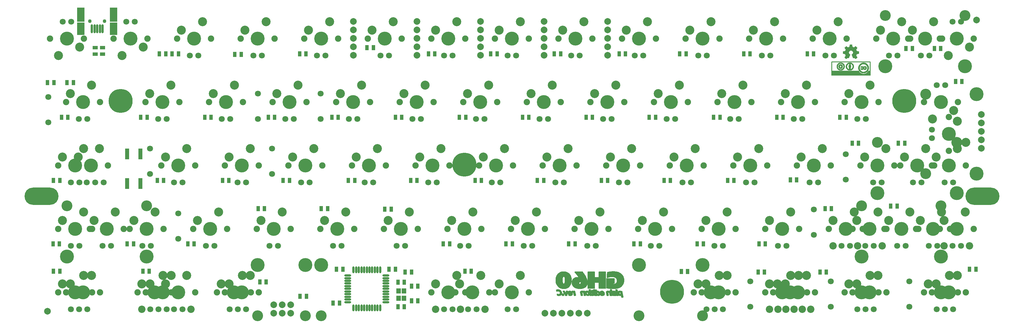
<source format=gbs>
G04 #@! TF.FileFunction,Soldermask,Bot*
%FSLAX46Y46*%
G04 Gerber Fmt 4.6, Leading zero omitted, Abs format (unit mm)*
G04 Created by KiCad (PCBNEW 4.0.2-stable) date Mon 02 May 2016 10:51:51 AM CEST*
%MOMM*%
G01*
G04 APERTURE LIST*
%ADD10C,0.150000*%
%ADD11C,0.010000*%
%ADD12C,2.203200*%
%ADD13C,1.803400*%
%ADD14C,2.003200*%
%ADD15R,1.092200X1.600200*%
%ADD16R,1.600200X1.092200*%
%ADD17R,1.353820X1.602740*%
%ADD18C,3.251200*%
%ADD19C,4.183400*%
%ADD20C,4.183380*%
%ADD21C,2.702560*%
%ADD22C,1.902460*%
%ADD23R,2.252980X4.203700*%
%ADD24R,2.252980X3.703320*%
%ADD25O,0.703600X2.703200*%
%ADD26C,1.103200*%
%ADD27O,2.103120X0.609600*%
%ADD28O,0.609600X2.103120*%
%ADD29O,10.203180X5.204460*%
%ADD30C,7.203440*%
%ADD31C,7.204500*%
%ADD32C,2.000000*%
%ADD33R,1.203200X3.303200*%
%ADD34C,1.803200*%
G04 APERTURE END LIST*
D10*
D11*
G36*
X172151243Y-84441275D02*
X172121860Y-84441513D01*
X171935104Y-84443146D01*
X171904292Y-84458275D01*
X171872494Y-84479430D01*
X171848475Y-84507294D01*
X171832971Y-84540676D01*
X171826720Y-84578383D01*
X171826625Y-84583834D01*
X171827723Y-84597366D01*
X171830769Y-84619291D01*
X171835389Y-84647675D01*
X171841207Y-84680586D01*
X171847851Y-84716090D01*
X171854946Y-84752255D01*
X171862117Y-84787147D01*
X171868990Y-84818833D01*
X171875192Y-84845381D01*
X171880348Y-84864857D01*
X171882106Y-84870448D01*
X171888887Y-84890292D01*
X171753245Y-84890408D01*
X171711346Y-84890499D01*
X171678594Y-84890759D01*
X171653552Y-84891285D01*
X171634784Y-84892175D01*
X171620853Y-84893529D01*
X171610324Y-84895443D01*
X171601760Y-84898018D01*
X171593791Y-84901319D01*
X171576805Y-84910231D01*
X171562085Y-84919953D01*
X171557979Y-84923381D01*
X171545979Y-84934646D01*
X171518291Y-84922516D01*
X171474426Y-84904619D01*
X171427484Y-84887741D01*
X171381540Y-84873253D01*
X171340664Y-84862531D01*
X171339815Y-84862339D01*
X171307133Y-84856899D01*
X171266774Y-84853136D01*
X171221516Y-84851069D01*
X171174134Y-84850713D01*
X171127404Y-84852086D01*
X171084102Y-84855203D01*
X171047005Y-84860082D01*
X171044244Y-84860575D01*
X170972483Y-84876744D01*
X170909260Y-84897639D01*
X170853379Y-84923831D01*
X170803646Y-84955892D01*
X170758865Y-84994392D01*
X170754075Y-84999162D01*
X170731376Y-85023755D01*
X170713862Y-85047358D01*
X170698201Y-85074685D01*
X170692077Y-85086960D01*
X170672836Y-85131280D01*
X170660246Y-85172713D01*
X170653368Y-85215412D01*
X170651265Y-85263526D01*
X170651274Y-85267614D01*
X170651457Y-85278339D01*
X170651984Y-85289572D01*
X170652983Y-85302038D01*
X170654584Y-85316461D01*
X170656915Y-85333567D01*
X170660106Y-85354078D01*
X170664284Y-85378720D01*
X170669579Y-85408217D01*
X170676120Y-85443293D01*
X170684036Y-85484673D01*
X170693455Y-85533081D01*
X170704506Y-85589241D01*
X170717318Y-85653878D01*
X170732021Y-85727717D01*
X170742107Y-85778260D01*
X170755784Y-85846472D01*
X170769045Y-85912051D01*
X170781723Y-85974207D01*
X170793652Y-86032149D01*
X170804666Y-86085087D01*
X170814598Y-86132228D01*
X170823282Y-86172784D01*
X170830551Y-86205963D01*
X170836240Y-86230974D01*
X170840181Y-86247027D01*
X170841967Y-86252896D01*
X170861125Y-86285043D01*
X170887380Y-86309636D01*
X170907038Y-86321276D01*
X170934411Y-86334917D01*
X171137159Y-86334917D01*
X171188972Y-86334895D01*
X171231310Y-86334795D01*
X171265279Y-86334561D01*
X171291986Y-86334140D01*
X171312540Y-86333477D01*
X171328047Y-86332519D01*
X171339614Y-86331209D01*
X171348350Y-86329496D01*
X171355361Y-86327323D01*
X171361755Y-86324637D01*
X171363507Y-86323823D01*
X171392835Y-86304742D01*
X171417135Y-86278545D01*
X171434825Y-86247642D01*
X171444324Y-86214444D01*
X171445509Y-86198831D01*
X171444493Y-86189098D01*
X171441522Y-86169908D01*
X171436765Y-86142170D01*
X171430392Y-86106795D01*
X171422574Y-86064693D01*
X171413481Y-86016774D01*
X171403283Y-85963949D01*
X171392152Y-85907127D01*
X171380257Y-85847218D01*
X171371703Y-85804602D01*
X171359411Y-85743566D01*
X171347717Y-85685359D01*
X171336792Y-85630845D01*
X171326809Y-85580889D01*
X171317939Y-85536353D01*
X171310355Y-85498102D01*
X171304227Y-85467001D01*
X171299729Y-85443913D01*
X171297031Y-85429702D01*
X171296297Y-85425428D01*
X171299761Y-85413374D01*
X171311989Y-85402999D01*
X171331220Y-85394846D01*
X171355697Y-85389455D01*
X171383659Y-85387370D01*
X171413349Y-85389131D01*
X171413875Y-85389200D01*
X171459379Y-85400385D01*
X171501399Y-85421143D01*
X171539213Y-85450827D01*
X171572100Y-85488792D01*
X171599336Y-85534394D01*
X171613595Y-85567627D01*
X171616567Y-85578041D01*
X171621336Y-85597834D01*
X171627687Y-85625992D01*
X171635407Y-85661505D01*
X171644281Y-85703359D01*
X171654093Y-85750542D01*
X171664628Y-85802043D01*
X171675673Y-85856849D01*
X171686023Y-85908939D01*
X171697276Y-85965695D01*
X171708127Y-86019932D01*
X171718371Y-86070657D01*
X171727803Y-86116878D01*
X171736219Y-86157604D01*
X171743413Y-86191842D01*
X171749182Y-86218600D01*
X171753318Y-86236885D01*
X171755522Y-86245418D01*
X171770131Y-86273842D01*
X171794748Y-86300618D01*
X171818299Y-86318482D01*
X171839078Y-86332271D01*
X172249570Y-86332157D01*
X172314762Y-86332131D01*
X172377031Y-86332092D01*
X172435545Y-86332042D01*
X172489470Y-86331981D01*
X172537976Y-86331911D01*
X172580230Y-86331833D01*
X172615399Y-86331749D01*
X172642651Y-86331660D01*
X172661155Y-86331568D01*
X172670077Y-86331474D01*
X172670646Y-86331454D01*
X172678193Y-86331379D01*
X172695086Y-86331419D01*
X172720089Y-86331566D01*
X172751964Y-86331810D01*
X172789474Y-86332141D01*
X172831384Y-86332550D01*
X172876455Y-86333028D01*
X172880721Y-86333075D01*
X172933248Y-86333604D01*
X172976258Y-86333897D01*
X173010816Y-86333925D01*
X173037985Y-86333658D01*
X173058829Y-86333069D01*
X173074413Y-86332128D01*
X173085802Y-86330806D01*
X173094059Y-86329075D01*
X173099666Y-86327155D01*
X173111126Y-86323007D01*
X173121207Y-86321872D01*
X173133679Y-86323910D01*
X173152311Y-86329278D01*
X173152687Y-86329394D01*
X173183816Y-86337830D01*
X173222568Y-86346509D01*
X173266012Y-86354898D01*
X173311219Y-86362460D01*
X173355256Y-86368661D01*
X173387666Y-86372281D01*
X173469065Y-86375894D01*
X173545118Y-86370562D01*
X173616318Y-86356167D01*
X173683158Y-86332590D01*
X173746130Y-86299714D01*
X173777462Y-86278939D01*
X173794276Y-86267305D01*
X173804575Y-86261443D01*
X173810202Y-86260632D01*
X173813001Y-86264150D01*
X173813264Y-86264924D01*
X173820980Y-86278051D01*
X173835195Y-86293523D01*
X173853065Y-86308718D01*
X173871742Y-86321014D01*
X173877157Y-86323783D01*
X173883630Y-86326642D01*
X173890406Y-86328966D01*
X173898602Y-86330809D01*
X173909336Y-86332226D01*
X173923722Y-86333274D01*
X173942879Y-86334008D01*
X173967923Y-86334484D01*
X173999970Y-86334757D01*
X174040138Y-86334882D01*
X174089543Y-86334916D01*
X174100945Y-86334917D01*
X174301047Y-86334917D01*
X174328420Y-86321276D01*
X174360055Y-86299833D01*
X174384424Y-86271167D01*
X174400676Y-86236474D01*
X174406409Y-86211761D01*
X174409640Y-86195089D01*
X174413694Y-86188115D01*
X174419920Y-86189968D01*
X174427962Y-86197867D01*
X174439436Y-86208084D01*
X174458105Y-86221971D01*
X174481855Y-86238162D01*
X174508576Y-86255289D01*
X174536154Y-86271985D01*
X174562476Y-86286881D01*
X174578042Y-86295017D01*
X174642676Y-86323922D01*
X174705065Y-86344329D01*
X174768169Y-86356955D01*
X174834950Y-86362516D01*
X174858750Y-86362924D01*
X174907702Y-86361345D01*
X174952282Y-86355867D01*
X174995836Y-86345757D01*
X175041706Y-86330284D01*
X175080568Y-86314314D01*
X175101372Y-86305420D01*
X175118173Y-86298556D01*
X175128887Y-86294556D01*
X175131661Y-86293915D01*
X175132918Y-86299207D01*
X175136032Y-86313861D01*
X175140797Y-86336858D01*
X175147003Y-86367180D01*
X175154444Y-86403808D01*
X175162913Y-86445726D01*
X175172200Y-86491914D01*
X175181902Y-86540362D01*
X175193429Y-86597866D01*
X175203169Y-86645938D01*
X175211352Y-86685535D01*
X175218210Y-86717613D01*
X175223972Y-86743130D01*
X175228871Y-86763041D01*
X175233138Y-86778304D01*
X175237002Y-86789876D01*
X175240695Y-86798713D01*
X175244448Y-86805773D01*
X175246896Y-86809660D01*
X175270394Y-86836113D01*
X175300763Y-86856500D01*
X175335138Y-86868909D01*
X175335781Y-86869048D01*
X175349511Y-86870772D01*
X175371948Y-86872160D01*
X175401466Y-86873220D01*
X175436436Y-86873956D01*
X175475228Y-86874376D01*
X175516217Y-86874487D01*
X175557772Y-86874295D01*
X175598266Y-86873807D01*
X175636071Y-86873030D01*
X175669559Y-86871969D01*
X175697101Y-86870632D01*
X175717069Y-86869025D01*
X175726845Y-86867459D01*
X175762748Y-86852785D01*
X175792211Y-86830507D01*
X175814279Y-86801849D01*
X175827994Y-86768033D01*
X175832416Y-86732453D01*
X175831383Y-86724063D01*
X175828372Y-86705982D01*
X175823519Y-86678888D01*
X175816960Y-86643460D01*
X175808830Y-86600377D01*
X175799264Y-86550318D01*
X175788399Y-86493961D01*
X175776369Y-86431986D01*
X175763310Y-86365072D01*
X175749357Y-86293896D01*
X175734646Y-86219139D01*
X175719313Y-86141478D01*
X175703492Y-86061593D01*
X175687319Y-85980162D01*
X175670930Y-85897865D01*
X175654460Y-85815380D01*
X175644573Y-85765990D01*
X175022791Y-85765990D01*
X175018008Y-85790639D01*
X175004734Y-85811476D01*
X174984584Y-85827833D01*
X174959171Y-85839046D01*
X174930111Y-85844446D01*
X174899017Y-85843368D01*
X174867504Y-85835144D01*
X174861396Y-85832629D01*
X174831622Y-85814742D01*
X174802788Y-85788447D01*
X174776910Y-85755864D01*
X174758624Y-85724568D01*
X174744048Y-85692770D01*
X174731981Y-85660589D01*
X174721609Y-85625331D01*
X174712118Y-85584305D01*
X174704788Y-85546482D01*
X174698004Y-85502711D01*
X174695357Y-85467642D01*
X174696907Y-85440208D01*
X174702718Y-85419343D01*
X174712849Y-85403981D01*
X174713006Y-85403816D01*
X174735598Y-85387301D01*
X174765629Y-85375972D01*
X174801193Y-85370042D01*
X174840387Y-85369724D01*
X174881307Y-85375232D01*
X174907899Y-85382027D01*
X174927245Y-85388263D01*
X174942268Y-85393680D01*
X174950420Y-85397339D01*
X174951137Y-85397941D01*
X174953268Y-85404882D01*
X174957014Y-85420749D01*
X174962087Y-85444055D01*
X174968197Y-85473317D01*
X174975056Y-85507047D01*
X174982373Y-85543762D01*
X174989861Y-85581975D01*
X174997230Y-85620202D01*
X175004190Y-85656957D01*
X175010453Y-85690755D01*
X175015729Y-85720110D01*
X175019729Y-85743538D01*
X175022164Y-85759553D01*
X175022791Y-85765990D01*
X175644573Y-85765990D01*
X175638045Y-85733386D01*
X175621820Y-85652561D01*
X175605920Y-85573585D01*
X175590481Y-85497137D01*
X175575638Y-85423895D01*
X175561527Y-85354538D01*
X175548284Y-85289745D01*
X175536043Y-85230195D01*
X175524940Y-85176566D01*
X175515111Y-85129538D01*
X175506691Y-85089789D01*
X175499816Y-85057998D01*
X175494620Y-85034844D01*
X175491240Y-85021005D01*
X175490277Y-85017802D01*
X175474901Y-84989224D01*
X175452301Y-84963731D01*
X175425713Y-84944901D01*
X175423159Y-84943618D01*
X175407604Y-84938267D01*
X175381603Y-84932195D01*
X175345266Y-84925418D01*
X175298705Y-84917956D01*
X175242031Y-84909827D01*
X175175354Y-84901049D01*
X175131271Y-84895561D01*
X175009837Y-84882224D01*
X174898116Y-84873075D01*
X174796102Y-84868114D01*
X174703791Y-84867342D01*
X174621175Y-84870759D01*
X174548248Y-84878363D01*
X174522729Y-84882411D01*
X174459503Y-84896335D01*
X174400700Y-84914847D01*
X174347397Y-84937377D01*
X174300675Y-84963355D01*
X174261612Y-84992210D01*
X174231288Y-85023374D01*
X174217248Y-85043778D01*
X174207135Y-85060490D01*
X174198750Y-85073108D01*
X174193690Y-85079251D01*
X174193303Y-85079471D01*
X174191503Y-85074719D01*
X174187880Y-85060582D01*
X174182651Y-85038064D01*
X174176036Y-85008165D01*
X174168251Y-84971885D01*
X174159514Y-84930227D01*
X174150044Y-84884192D01*
X174140058Y-84834780D01*
X174139912Y-84834054D01*
X174129726Y-84783459D01*
X174119927Y-84735277D01*
X174110756Y-84690660D01*
X174102456Y-84650759D01*
X174095266Y-84616728D01*
X174089429Y-84589716D01*
X174085185Y-84570877D01*
X174082899Y-84561765D01*
X174067471Y-84527690D01*
X174043695Y-84498631D01*
X174013398Y-84476809D01*
X174012705Y-84476445D01*
X173984416Y-84461667D01*
X173788520Y-84461667D01*
X173728280Y-84461821D01*
X173678261Y-84462290D01*
X173638105Y-84463084D01*
X173607453Y-84464215D01*
X173585946Y-84465691D01*
X173573228Y-84467524D01*
X173571853Y-84467890D01*
X173543883Y-84481400D01*
X173518803Y-84503073D01*
X173498302Y-84530559D01*
X173484066Y-84561505D01*
X173477781Y-84593561D01*
X173477625Y-84599216D01*
X173478664Y-84611912D01*
X173481604Y-84633379D01*
X173486176Y-84662027D01*
X173492111Y-84696268D01*
X173499141Y-84734513D01*
X173506998Y-84775174D01*
X173509343Y-84786945D01*
X173517166Y-84826372D01*
X173524140Y-84862357D01*
X173530029Y-84893618D01*
X173534599Y-84918875D01*
X173537613Y-84936845D01*
X173538838Y-84946248D01*
X173538770Y-84947327D01*
X173533067Y-84947010D01*
X173519073Y-84944527D01*
X173498766Y-84940271D01*
X173474124Y-84934638D01*
X173468687Y-84933341D01*
X173364532Y-84910357D01*
X173266614Y-84893098D01*
X173172477Y-84881252D01*
X173079666Y-84874508D01*
X172990791Y-84872541D01*
X172917001Y-84873858D01*
X172851974Y-84877824D01*
X172794163Y-84884706D01*
X172742019Y-84894767D01*
X172693995Y-84908275D01*
X172648543Y-84925492D01*
X172628240Y-84934652D01*
X172601542Y-84948244D01*
X172581465Y-84961157D01*
X172564521Y-84975853D01*
X172553821Y-84987208D01*
X172527099Y-85017189D01*
X172520116Y-84989942D01*
X172513129Y-84970463D01*
X172501592Y-84952327D01*
X172485615Y-84934285D01*
X172458096Y-84905874D01*
X172471425Y-84878941D01*
X172477313Y-84865304D01*
X172481320Y-84851005D01*
X172483362Y-84834741D01*
X172483351Y-84815209D01*
X172481203Y-84791106D01*
X172476833Y-84761130D01*
X172470155Y-84723978D01*
X172461083Y-84678347D01*
X172456956Y-84658344D01*
X172447729Y-84614615D01*
X172439926Y-84579865D01*
X172433010Y-84552675D01*
X172426442Y-84531625D01*
X172419683Y-84515295D01*
X172412193Y-84502265D01*
X172403436Y-84491114D01*
X172392872Y-84480423D01*
X172387645Y-84475618D01*
X172377339Y-84466806D01*
X172367039Y-84459569D01*
X172355631Y-84453766D01*
X172342003Y-84449253D01*
X172325040Y-84445888D01*
X172303630Y-84443527D01*
X172276658Y-84442029D01*
X172243012Y-84441249D01*
X172201578Y-84441046D01*
X172151243Y-84441275D01*
X172151243Y-84441275D01*
G37*
X172151243Y-84441275D02*
X172121860Y-84441513D01*
X171935104Y-84443146D01*
X171904292Y-84458275D01*
X171872494Y-84479430D01*
X171848475Y-84507294D01*
X171832971Y-84540676D01*
X171826720Y-84578383D01*
X171826625Y-84583834D01*
X171827723Y-84597366D01*
X171830769Y-84619291D01*
X171835389Y-84647675D01*
X171841207Y-84680586D01*
X171847851Y-84716090D01*
X171854946Y-84752255D01*
X171862117Y-84787147D01*
X171868990Y-84818833D01*
X171875192Y-84845381D01*
X171880348Y-84864857D01*
X171882106Y-84870448D01*
X171888887Y-84890292D01*
X171753245Y-84890408D01*
X171711346Y-84890499D01*
X171678594Y-84890759D01*
X171653552Y-84891285D01*
X171634784Y-84892175D01*
X171620853Y-84893529D01*
X171610324Y-84895443D01*
X171601760Y-84898018D01*
X171593791Y-84901319D01*
X171576805Y-84910231D01*
X171562085Y-84919953D01*
X171557979Y-84923381D01*
X171545979Y-84934646D01*
X171518291Y-84922516D01*
X171474426Y-84904619D01*
X171427484Y-84887741D01*
X171381540Y-84873253D01*
X171340664Y-84862531D01*
X171339815Y-84862339D01*
X171307133Y-84856899D01*
X171266774Y-84853136D01*
X171221516Y-84851069D01*
X171174134Y-84850713D01*
X171127404Y-84852086D01*
X171084102Y-84855203D01*
X171047005Y-84860082D01*
X171044244Y-84860575D01*
X170972483Y-84876744D01*
X170909260Y-84897639D01*
X170853379Y-84923831D01*
X170803646Y-84955892D01*
X170758865Y-84994392D01*
X170754075Y-84999162D01*
X170731376Y-85023755D01*
X170713862Y-85047358D01*
X170698201Y-85074685D01*
X170692077Y-85086960D01*
X170672836Y-85131280D01*
X170660246Y-85172713D01*
X170653368Y-85215412D01*
X170651265Y-85263526D01*
X170651274Y-85267614D01*
X170651457Y-85278339D01*
X170651984Y-85289572D01*
X170652983Y-85302038D01*
X170654584Y-85316461D01*
X170656915Y-85333567D01*
X170660106Y-85354078D01*
X170664284Y-85378720D01*
X170669579Y-85408217D01*
X170676120Y-85443293D01*
X170684036Y-85484673D01*
X170693455Y-85533081D01*
X170704506Y-85589241D01*
X170717318Y-85653878D01*
X170732021Y-85727717D01*
X170742107Y-85778260D01*
X170755784Y-85846472D01*
X170769045Y-85912051D01*
X170781723Y-85974207D01*
X170793652Y-86032149D01*
X170804666Y-86085087D01*
X170814598Y-86132228D01*
X170823282Y-86172784D01*
X170830551Y-86205963D01*
X170836240Y-86230974D01*
X170840181Y-86247027D01*
X170841967Y-86252896D01*
X170861125Y-86285043D01*
X170887380Y-86309636D01*
X170907038Y-86321276D01*
X170934411Y-86334917D01*
X171137159Y-86334917D01*
X171188972Y-86334895D01*
X171231310Y-86334795D01*
X171265279Y-86334561D01*
X171291986Y-86334140D01*
X171312540Y-86333477D01*
X171328047Y-86332519D01*
X171339614Y-86331209D01*
X171348350Y-86329496D01*
X171355361Y-86327323D01*
X171361755Y-86324637D01*
X171363507Y-86323823D01*
X171392835Y-86304742D01*
X171417135Y-86278545D01*
X171434825Y-86247642D01*
X171444324Y-86214444D01*
X171445509Y-86198831D01*
X171444493Y-86189098D01*
X171441522Y-86169908D01*
X171436765Y-86142170D01*
X171430392Y-86106795D01*
X171422574Y-86064693D01*
X171413481Y-86016774D01*
X171403283Y-85963949D01*
X171392152Y-85907127D01*
X171380257Y-85847218D01*
X171371703Y-85804602D01*
X171359411Y-85743566D01*
X171347717Y-85685359D01*
X171336792Y-85630845D01*
X171326809Y-85580889D01*
X171317939Y-85536353D01*
X171310355Y-85498102D01*
X171304227Y-85467001D01*
X171299729Y-85443913D01*
X171297031Y-85429702D01*
X171296297Y-85425428D01*
X171299761Y-85413374D01*
X171311989Y-85402999D01*
X171331220Y-85394846D01*
X171355697Y-85389455D01*
X171383659Y-85387370D01*
X171413349Y-85389131D01*
X171413875Y-85389200D01*
X171459379Y-85400385D01*
X171501399Y-85421143D01*
X171539213Y-85450827D01*
X171572100Y-85488792D01*
X171599336Y-85534394D01*
X171613595Y-85567627D01*
X171616567Y-85578041D01*
X171621336Y-85597834D01*
X171627687Y-85625992D01*
X171635407Y-85661505D01*
X171644281Y-85703359D01*
X171654093Y-85750542D01*
X171664628Y-85802043D01*
X171675673Y-85856849D01*
X171686023Y-85908939D01*
X171697276Y-85965695D01*
X171708127Y-86019932D01*
X171718371Y-86070657D01*
X171727803Y-86116878D01*
X171736219Y-86157604D01*
X171743413Y-86191842D01*
X171749182Y-86218600D01*
X171753318Y-86236885D01*
X171755522Y-86245418D01*
X171770131Y-86273842D01*
X171794748Y-86300618D01*
X171818299Y-86318482D01*
X171839078Y-86332271D01*
X172249570Y-86332157D01*
X172314762Y-86332131D01*
X172377031Y-86332092D01*
X172435545Y-86332042D01*
X172489470Y-86331981D01*
X172537976Y-86331911D01*
X172580230Y-86331833D01*
X172615399Y-86331749D01*
X172642651Y-86331660D01*
X172661155Y-86331568D01*
X172670077Y-86331474D01*
X172670646Y-86331454D01*
X172678193Y-86331379D01*
X172695086Y-86331419D01*
X172720089Y-86331566D01*
X172751964Y-86331810D01*
X172789474Y-86332141D01*
X172831384Y-86332550D01*
X172876455Y-86333028D01*
X172880721Y-86333075D01*
X172933248Y-86333604D01*
X172976258Y-86333897D01*
X173010816Y-86333925D01*
X173037985Y-86333658D01*
X173058829Y-86333069D01*
X173074413Y-86332128D01*
X173085802Y-86330806D01*
X173094059Y-86329075D01*
X173099666Y-86327155D01*
X173111126Y-86323007D01*
X173121207Y-86321872D01*
X173133679Y-86323910D01*
X173152311Y-86329278D01*
X173152687Y-86329394D01*
X173183816Y-86337830D01*
X173222568Y-86346509D01*
X173266012Y-86354898D01*
X173311219Y-86362460D01*
X173355256Y-86368661D01*
X173387666Y-86372281D01*
X173469065Y-86375894D01*
X173545118Y-86370562D01*
X173616318Y-86356167D01*
X173683158Y-86332590D01*
X173746130Y-86299714D01*
X173777462Y-86278939D01*
X173794276Y-86267305D01*
X173804575Y-86261443D01*
X173810202Y-86260632D01*
X173813001Y-86264150D01*
X173813264Y-86264924D01*
X173820980Y-86278051D01*
X173835195Y-86293523D01*
X173853065Y-86308718D01*
X173871742Y-86321014D01*
X173877157Y-86323783D01*
X173883630Y-86326642D01*
X173890406Y-86328966D01*
X173898602Y-86330809D01*
X173909336Y-86332226D01*
X173923722Y-86333274D01*
X173942879Y-86334008D01*
X173967923Y-86334484D01*
X173999970Y-86334757D01*
X174040138Y-86334882D01*
X174089543Y-86334916D01*
X174100945Y-86334917D01*
X174301047Y-86334917D01*
X174328420Y-86321276D01*
X174360055Y-86299833D01*
X174384424Y-86271167D01*
X174400676Y-86236474D01*
X174406409Y-86211761D01*
X174409640Y-86195089D01*
X174413694Y-86188115D01*
X174419920Y-86189968D01*
X174427962Y-86197867D01*
X174439436Y-86208084D01*
X174458105Y-86221971D01*
X174481855Y-86238162D01*
X174508576Y-86255289D01*
X174536154Y-86271985D01*
X174562476Y-86286881D01*
X174578042Y-86295017D01*
X174642676Y-86323922D01*
X174705065Y-86344329D01*
X174768169Y-86356955D01*
X174834950Y-86362516D01*
X174858750Y-86362924D01*
X174907702Y-86361345D01*
X174952282Y-86355867D01*
X174995836Y-86345757D01*
X175041706Y-86330284D01*
X175080568Y-86314314D01*
X175101372Y-86305420D01*
X175118173Y-86298556D01*
X175128887Y-86294556D01*
X175131661Y-86293915D01*
X175132918Y-86299207D01*
X175136032Y-86313861D01*
X175140797Y-86336858D01*
X175147003Y-86367180D01*
X175154444Y-86403808D01*
X175162913Y-86445726D01*
X175172200Y-86491914D01*
X175181902Y-86540362D01*
X175193429Y-86597866D01*
X175203169Y-86645938D01*
X175211352Y-86685535D01*
X175218210Y-86717613D01*
X175223972Y-86743130D01*
X175228871Y-86763041D01*
X175233138Y-86778304D01*
X175237002Y-86789876D01*
X175240695Y-86798713D01*
X175244448Y-86805773D01*
X175246896Y-86809660D01*
X175270394Y-86836113D01*
X175300763Y-86856500D01*
X175335138Y-86868909D01*
X175335781Y-86869048D01*
X175349511Y-86870772D01*
X175371948Y-86872160D01*
X175401466Y-86873220D01*
X175436436Y-86873956D01*
X175475228Y-86874376D01*
X175516217Y-86874487D01*
X175557772Y-86874295D01*
X175598266Y-86873807D01*
X175636071Y-86873030D01*
X175669559Y-86871969D01*
X175697101Y-86870632D01*
X175717069Y-86869025D01*
X175726845Y-86867459D01*
X175762748Y-86852785D01*
X175792211Y-86830507D01*
X175814279Y-86801849D01*
X175827994Y-86768033D01*
X175832416Y-86732453D01*
X175831383Y-86724063D01*
X175828372Y-86705982D01*
X175823519Y-86678888D01*
X175816960Y-86643460D01*
X175808830Y-86600377D01*
X175799264Y-86550318D01*
X175788399Y-86493961D01*
X175776369Y-86431986D01*
X175763310Y-86365072D01*
X175749357Y-86293896D01*
X175734646Y-86219139D01*
X175719313Y-86141478D01*
X175703492Y-86061593D01*
X175687319Y-85980162D01*
X175670930Y-85897865D01*
X175654460Y-85815380D01*
X175644573Y-85765990D01*
X175022791Y-85765990D01*
X175018008Y-85790639D01*
X175004734Y-85811476D01*
X174984584Y-85827833D01*
X174959171Y-85839046D01*
X174930111Y-85844446D01*
X174899017Y-85843368D01*
X174867504Y-85835144D01*
X174861396Y-85832629D01*
X174831622Y-85814742D01*
X174802788Y-85788447D01*
X174776910Y-85755864D01*
X174758624Y-85724568D01*
X174744048Y-85692770D01*
X174731981Y-85660589D01*
X174721609Y-85625331D01*
X174712118Y-85584305D01*
X174704788Y-85546482D01*
X174698004Y-85502711D01*
X174695357Y-85467642D01*
X174696907Y-85440208D01*
X174702718Y-85419343D01*
X174712849Y-85403981D01*
X174713006Y-85403816D01*
X174735598Y-85387301D01*
X174765629Y-85375972D01*
X174801193Y-85370042D01*
X174840387Y-85369724D01*
X174881307Y-85375232D01*
X174907899Y-85382027D01*
X174927245Y-85388263D01*
X174942268Y-85393680D01*
X174950420Y-85397339D01*
X174951137Y-85397941D01*
X174953268Y-85404882D01*
X174957014Y-85420749D01*
X174962087Y-85444055D01*
X174968197Y-85473317D01*
X174975056Y-85507047D01*
X174982373Y-85543762D01*
X174989861Y-85581975D01*
X174997230Y-85620202D01*
X175004190Y-85656957D01*
X175010453Y-85690755D01*
X175015729Y-85720110D01*
X175019729Y-85743538D01*
X175022164Y-85759553D01*
X175022791Y-85765990D01*
X175644573Y-85765990D01*
X175638045Y-85733386D01*
X175621820Y-85652561D01*
X175605920Y-85573585D01*
X175590481Y-85497137D01*
X175575638Y-85423895D01*
X175561527Y-85354538D01*
X175548284Y-85289745D01*
X175536043Y-85230195D01*
X175524940Y-85176566D01*
X175515111Y-85129538D01*
X175506691Y-85089789D01*
X175499816Y-85057998D01*
X175494620Y-85034844D01*
X175491240Y-85021005D01*
X175490277Y-85017802D01*
X175474901Y-84989224D01*
X175452301Y-84963731D01*
X175425713Y-84944901D01*
X175423159Y-84943618D01*
X175407604Y-84938267D01*
X175381603Y-84932195D01*
X175345266Y-84925418D01*
X175298705Y-84917956D01*
X175242031Y-84909827D01*
X175175354Y-84901049D01*
X175131271Y-84895561D01*
X175009837Y-84882224D01*
X174898116Y-84873075D01*
X174796102Y-84868114D01*
X174703791Y-84867342D01*
X174621175Y-84870759D01*
X174548248Y-84878363D01*
X174522729Y-84882411D01*
X174459503Y-84896335D01*
X174400700Y-84914847D01*
X174347397Y-84937377D01*
X174300675Y-84963355D01*
X174261612Y-84992210D01*
X174231288Y-85023374D01*
X174217248Y-85043778D01*
X174207135Y-85060490D01*
X174198750Y-85073108D01*
X174193690Y-85079251D01*
X174193303Y-85079471D01*
X174191503Y-85074719D01*
X174187880Y-85060582D01*
X174182651Y-85038064D01*
X174176036Y-85008165D01*
X174168251Y-84971885D01*
X174159514Y-84930227D01*
X174150044Y-84884192D01*
X174140058Y-84834780D01*
X174139912Y-84834054D01*
X174129726Y-84783459D01*
X174119927Y-84735277D01*
X174110756Y-84690660D01*
X174102456Y-84650759D01*
X174095266Y-84616728D01*
X174089429Y-84589716D01*
X174085185Y-84570877D01*
X174082899Y-84561765D01*
X174067471Y-84527690D01*
X174043695Y-84498631D01*
X174013398Y-84476809D01*
X174012705Y-84476445D01*
X173984416Y-84461667D01*
X173788520Y-84461667D01*
X173728280Y-84461821D01*
X173678261Y-84462290D01*
X173638105Y-84463084D01*
X173607453Y-84464215D01*
X173585946Y-84465691D01*
X173573228Y-84467524D01*
X173571853Y-84467890D01*
X173543883Y-84481400D01*
X173518803Y-84503073D01*
X173498302Y-84530559D01*
X173484066Y-84561505D01*
X173477781Y-84593561D01*
X173477625Y-84599216D01*
X173478664Y-84611912D01*
X173481604Y-84633379D01*
X173486176Y-84662027D01*
X173492111Y-84696268D01*
X173499141Y-84734513D01*
X173506998Y-84775174D01*
X173509343Y-84786945D01*
X173517166Y-84826372D01*
X173524140Y-84862357D01*
X173530029Y-84893618D01*
X173534599Y-84918875D01*
X173537613Y-84936845D01*
X173538838Y-84946248D01*
X173538770Y-84947327D01*
X173533067Y-84947010D01*
X173519073Y-84944527D01*
X173498766Y-84940271D01*
X173474124Y-84934638D01*
X173468687Y-84933341D01*
X173364532Y-84910357D01*
X173266614Y-84893098D01*
X173172477Y-84881252D01*
X173079666Y-84874508D01*
X172990791Y-84872541D01*
X172917001Y-84873858D01*
X172851974Y-84877824D01*
X172794163Y-84884706D01*
X172742019Y-84894767D01*
X172693995Y-84908275D01*
X172648543Y-84925492D01*
X172628240Y-84934652D01*
X172601542Y-84948244D01*
X172581465Y-84961157D01*
X172564521Y-84975853D01*
X172553821Y-84987208D01*
X172527099Y-85017189D01*
X172520116Y-84989942D01*
X172513129Y-84970463D01*
X172501592Y-84952327D01*
X172485615Y-84934285D01*
X172458096Y-84905874D01*
X172471425Y-84878941D01*
X172477313Y-84865304D01*
X172481320Y-84851005D01*
X172483362Y-84834741D01*
X172483351Y-84815209D01*
X172481203Y-84791106D01*
X172476833Y-84761130D01*
X172470155Y-84723978D01*
X172461083Y-84678347D01*
X172456956Y-84658344D01*
X172447729Y-84614615D01*
X172439926Y-84579865D01*
X172433010Y-84552675D01*
X172426442Y-84531625D01*
X172419683Y-84515295D01*
X172412193Y-84502265D01*
X172403436Y-84491114D01*
X172392872Y-84480423D01*
X172387645Y-84475618D01*
X172377339Y-84466806D01*
X172367039Y-84459569D01*
X172355631Y-84453766D01*
X172342003Y-84449253D01*
X172325040Y-84445888D01*
X172303630Y-84443527D01*
X172276658Y-84442029D01*
X172243012Y-84441249D01*
X172201578Y-84441046D01*
X172151243Y-84441275D01*
G36*
X167129286Y-84441029D02*
X167085291Y-84441391D01*
X167033817Y-84441909D01*
X166991734Y-84442503D01*
X166957851Y-84443369D01*
X166930979Y-84444699D01*
X166909925Y-84446687D01*
X166893500Y-84449526D01*
X166880511Y-84453410D01*
X166869768Y-84458532D01*
X166860080Y-84465087D01*
X166850256Y-84473268D01*
X166841629Y-84480996D01*
X166817966Y-84508465D01*
X166801852Y-84540342D01*
X166794585Y-84573874D01*
X166794302Y-84581469D01*
X166795390Y-84598966D01*
X166798344Y-84622741D01*
X166802625Y-84648769D01*
X166804833Y-84660104D01*
X166810214Y-84686392D01*
X166813430Y-84703797D01*
X166814371Y-84713820D01*
X166812926Y-84717960D01*
X166808984Y-84717718D01*
X166802434Y-84714592D01*
X166800864Y-84713785D01*
X166789374Y-84709256D01*
X166769204Y-84702731D01*
X166741838Y-84694596D01*
X166708761Y-84685232D01*
X166671458Y-84675024D01*
X166631415Y-84664355D01*
X166590116Y-84653607D01*
X166549047Y-84643165D01*
X166509692Y-84633412D01*
X166473536Y-84624731D01*
X166442064Y-84617505D01*
X166416762Y-84612117D01*
X166399115Y-84608952D01*
X166392083Y-84608264D01*
X166358846Y-84613183D01*
X166326269Y-84626774D01*
X166297127Y-84647339D01*
X166274198Y-84673181D01*
X166267479Y-84684440D01*
X166258273Y-84705247D01*
X166253177Y-84725804D01*
X166252018Y-84748778D01*
X166254623Y-84776838D01*
X166259620Y-84806418D01*
X166264431Y-84831488D01*
X166268778Y-84853637D01*
X166272141Y-84870253D01*
X166273854Y-84878134D01*
X166274628Y-84882452D01*
X166273548Y-84885578D01*
X166269154Y-84887741D01*
X166259984Y-84889174D01*
X166244577Y-84890109D01*
X166221472Y-84890776D01*
X166190187Y-84891389D01*
X166160443Y-84892186D01*
X166134002Y-84893355D01*
X166112862Y-84894773D01*
X166099020Y-84896315D01*
X166094901Y-84897317D01*
X166090096Y-84898797D01*
X166089980Y-84895049D01*
X166094731Y-84884257D01*
X166096561Y-84880528D01*
X166102738Y-84866426D01*
X166106969Y-84851995D01*
X166109181Y-84835846D01*
X166109303Y-84816585D01*
X166107263Y-84792823D01*
X166102989Y-84763166D01*
X166096408Y-84726225D01*
X166087448Y-84680607D01*
X166085772Y-84672327D01*
X166077319Y-84632068D01*
X166069117Y-84595577D01*
X166061535Y-84564348D01*
X166054944Y-84539874D01*
X166049713Y-84523649D01*
X166047908Y-84519449D01*
X166026300Y-84488553D01*
X165996542Y-84463933D01*
X165979333Y-84454466D01*
X165972839Y-84451549D01*
X165966117Y-84449181D01*
X165958043Y-84447305D01*
X165947496Y-84445864D01*
X165933351Y-84444801D01*
X165914488Y-84444058D01*
X165889782Y-84443578D01*
X165858112Y-84443304D01*
X165818355Y-84443179D01*
X165769388Y-84443146D01*
X165757083Y-84443146D01*
X165706037Y-84443158D01*
X165664450Y-84443237D01*
X165631195Y-84443444D01*
X165605148Y-84443842D01*
X165585184Y-84444493D01*
X165570177Y-84445458D01*
X165559003Y-84446801D01*
X165550535Y-84448583D01*
X165543650Y-84450867D01*
X165537222Y-84453714D01*
X165533570Y-84455495D01*
X165504398Y-84475157D01*
X165479979Y-84501933D01*
X165461906Y-84533332D01*
X165451776Y-84566863D01*
X165450166Y-84585761D01*
X165451332Y-84598141D01*
X165454570Y-84618793D01*
X165459492Y-84645914D01*
X165465710Y-84677703D01*
X165472836Y-84712358D01*
X165480480Y-84748077D01*
X165488256Y-84783059D01*
X165495774Y-84815502D01*
X165502647Y-84843604D01*
X165508486Y-84865563D01*
X165512903Y-84879578D01*
X165514082Y-84882354D01*
X165524743Y-84898933D01*
X165539265Y-84916044D01*
X165545546Y-84922112D01*
X165566412Y-84940703D01*
X165553268Y-84966665D01*
X165544530Y-84988203D01*
X165540647Y-85010878D01*
X165540125Y-85026769D01*
X165540125Y-85060910D01*
X165512344Y-85037332D01*
X165451772Y-84991318D01*
X165383499Y-84948962D01*
X165310149Y-84911596D01*
X165234346Y-84880553D01*
X165158714Y-84857165D01*
X165156479Y-84856597D01*
X165089353Y-84843115D01*
X165017308Y-84834894D01*
X164942878Y-84831895D01*
X164868597Y-84834077D01*
X164796999Y-84841399D01*
X164730617Y-84853820D01*
X164693458Y-84863982D01*
X164656420Y-84877666D01*
X164615142Y-84896349D01*
X164573387Y-84918101D01*
X164534917Y-84940996D01*
X164510544Y-84957712D01*
X164491855Y-84972658D01*
X164471108Y-84991010D01*
X164449791Y-85011232D01*
X164429395Y-85031789D01*
X164411410Y-85051143D01*
X164397325Y-85067759D01*
X164388630Y-85080100D01*
X164386541Y-85085581D01*
X164385612Y-85091886D01*
X164382904Y-85088125D01*
X164378535Y-85074644D01*
X164372624Y-85051788D01*
X164367608Y-85030289D01*
X164357163Y-84990954D01*
X164345083Y-84960444D01*
X164330190Y-84937012D01*
X164311307Y-84918911D01*
X164287256Y-84904392D01*
X164280708Y-84901303D01*
X164274049Y-84898505D01*
X164266928Y-84896237D01*
X164258215Y-84894441D01*
X164246779Y-84893062D01*
X164231487Y-84892043D01*
X164211209Y-84891330D01*
X164184813Y-84890866D01*
X164151169Y-84890594D01*
X164109144Y-84890460D01*
X164060571Y-84890408D01*
X164006791Y-84890418D01*
X163962481Y-84890599D01*
X163926525Y-84891070D01*
X163897809Y-84891949D01*
X163875220Y-84893358D01*
X163857642Y-84895415D01*
X163843962Y-84898239D01*
X163833065Y-84901950D01*
X163823836Y-84906668D01*
X163815163Y-84912511D01*
X163808737Y-84917404D01*
X163796139Y-84926469D01*
X163786707Y-84931917D01*
X163784334Y-84932625D01*
X163777434Y-84930569D01*
X163763744Y-84925148D01*
X163746063Y-84917476D01*
X163743745Y-84916429D01*
X163714529Y-84904457D01*
X163678565Y-84891642D01*
X163639497Y-84879133D01*
X163600972Y-84868081D01*
X163566635Y-84859637D01*
X163558396Y-84857922D01*
X163535642Y-84854835D01*
X163504936Y-84852651D01*
X163468872Y-84851370D01*
X163430040Y-84850991D01*
X163391035Y-84851515D01*
X163354449Y-84852939D01*
X163322874Y-84855264D01*
X163301750Y-84857976D01*
X163223806Y-84874685D01*
X163154706Y-84896722D01*
X163094024Y-84924312D01*
X163041330Y-84957679D01*
X162996199Y-84997047D01*
X162963064Y-85035935D01*
X162944960Y-85062321D01*
X162930734Y-85088281D01*
X162918639Y-85117467D01*
X162907039Y-85153169D01*
X162900467Y-85177347D01*
X162896253Y-85199221D01*
X162893899Y-85222634D01*
X162892907Y-85251433D01*
X162892791Y-85263354D01*
X162892780Y-85274672D01*
X162892967Y-85285573D01*
X162893479Y-85296788D01*
X162894445Y-85309049D01*
X162895994Y-85323090D01*
X162898253Y-85339642D01*
X162901352Y-85359438D01*
X162905418Y-85383210D01*
X162910580Y-85411690D01*
X162916966Y-85445611D01*
X162924705Y-85485705D01*
X162933924Y-85532704D01*
X162944753Y-85587341D01*
X162957319Y-85650348D01*
X162971751Y-85722458D01*
X162983673Y-85781937D01*
X162999485Y-85860453D01*
X163014353Y-85933578D01*
X163028160Y-86000765D01*
X163040789Y-86061466D01*
X163052123Y-86115131D01*
X163062044Y-86161212D01*
X163070436Y-86199161D01*
X163077182Y-86228431D01*
X163082164Y-86248471D01*
X163085267Y-86258734D01*
X163085504Y-86259278D01*
X163102926Y-86285276D01*
X163127948Y-86308334D01*
X163155883Y-86324913D01*
X163162138Y-86327432D01*
X163169437Y-86329482D01*
X163178878Y-86331110D01*
X163191559Y-86332366D01*
X163208579Y-86333298D01*
X163231035Y-86333955D01*
X163260026Y-86334386D01*
X163296649Y-86334639D01*
X163342004Y-86334764D01*
X163378763Y-86334800D01*
X163580130Y-86334917D01*
X163607615Y-86321220D01*
X163637979Y-86300792D01*
X163662328Y-86273726D01*
X163679288Y-86242141D01*
X163687490Y-86208155D01*
X163688041Y-86196942D01*
X163687013Y-86188619D01*
X163684039Y-86170793D01*
X163679286Y-86144332D01*
X163672919Y-86110105D01*
X163665105Y-86068980D01*
X163656010Y-86021825D01*
X163645800Y-85969507D01*
X163634641Y-85912895D01*
X163622699Y-85852857D01*
X163611583Y-85797421D01*
X163599179Y-85735531D01*
X163587482Y-85676642D01*
X163576648Y-85621579D01*
X163566836Y-85571168D01*
X163558202Y-85526233D01*
X163550905Y-85487600D01*
X163545101Y-85456095D01*
X163540947Y-85432541D01*
X163538602Y-85417765D01*
X163538182Y-85412624D01*
X163547980Y-85404493D01*
X163565286Y-85396976D01*
X163587030Y-85391015D01*
X163610140Y-85387549D01*
X163621613Y-85387047D01*
X163669775Y-85392095D01*
X163714755Y-85406840D01*
X163755816Y-85430680D01*
X163792222Y-85463014D01*
X163823235Y-85503243D01*
X163848121Y-85550766D01*
X163859270Y-85580854D01*
X163861806Y-85590720D01*
X163866172Y-85609985D01*
X163872163Y-85637660D01*
X163879574Y-85672758D01*
X163888199Y-85714291D01*
X163897835Y-85761273D01*
X163908275Y-85812715D01*
X163919315Y-85867630D01*
X163930750Y-85925030D01*
X163931026Y-85926425D01*
X163944687Y-85995224D01*
X163956533Y-86054433D01*
X163966791Y-86104844D01*
X163975687Y-86147253D01*
X163983448Y-86182453D01*
X163990299Y-86211237D01*
X163996467Y-86234401D01*
X164002178Y-86252737D01*
X164007657Y-86267040D01*
X164013132Y-86278104D01*
X164018829Y-86286722D01*
X164024973Y-86293689D01*
X164031791Y-86299799D01*
X164039017Y-86305469D01*
X164048784Y-86312765D01*
X164057865Y-86318744D01*
X164067392Y-86323537D01*
X164078496Y-86327275D01*
X164092308Y-86330089D01*
X164109960Y-86332111D01*
X164132583Y-86333471D01*
X164161309Y-86334300D01*
X164197268Y-86334730D01*
X164241592Y-86334892D01*
X164293121Y-86334917D01*
X164346837Y-86334891D01*
X164391085Y-86334718D01*
X164426979Y-86334257D01*
X164455633Y-86333365D01*
X164478164Y-86331901D01*
X164495685Y-86329722D01*
X164509311Y-86326686D01*
X164520157Y-86322652D01*
X164529338Y-86317477D01*
X164537968Y-86311019D01*
X164547162Y-86303137D01*
X164547943Y-86302452D01*
X164562323Y-86287407D01*
X164576464Y-86268890D01*
X164581213Y-86261430D01*
X164588432Y-86247851D01*
X164592750Y-86235087D01*
X164594881Y-86219635D01*
X164595543Y-86197993D01*
X164595562Y-86191234D01*
X164595562Y-86145447D01*
X164616729Y-86161415D01*
X164699573Y-86217374D01*
X164787207Y-86264102D01*
X164878873Y-86301379D01*
X164973809Y-86328983D01*
X165071256Y-86346696D01*
X165170453Y-86354296D01*
X165270642Y-86351563D01*
X165272214Y-86351437D01*
X165303188Y-86348569D01*
X165334059Y-86345090D01*
X165361478Y-86341414D01*
X165382098Y-86337957D01*
X165384021Y-86337563D01*
X165462128Y-86316434D01*
X165535042Y-86287293D01*
X165601898Y-86250613D01*
X165661834Y-86206864D01*
X165712388Y-86158292D01*
X165727858Y-86141513D01*
X165740699Y-86128148D01*
X165749286Y-86119857D01*
X165751911Y-86117958D01*
X165754020Y-86122825D01*
X165757554Y-86136079D01*
X165762021Y-86155696D01*
X165766928Y-86179656D01*
X165766945Y-86179745D01*
X165772600Y-86206130D01*
X165778741Y-86230509D01*
X165784573Y-86249936D01*
X165788738Y-86260443D01*
X165807687Y-86287192D01*
X165833897Y-86310264D01*
X165857625Y-86323918D01*
X165864268Y-86326705D01*
X165871377Y-86328966D01*
X165880080Y-86330758D01*
X165891503Y-86332136D01*
X165906773Y-86333154D01*
X165927018Y-86333869D01*
X165953366Y-86334336D01*
X165986943Y-86334610D01*
X166028877Y-86334746D01*
X166078894Y-86334800D01*
X166130027Y-86334806D01*
X166171715Y-86334720D01*
X166205092Y-86334487D01*
X166231298Y-86334051D01*
X166251467Y-86333357D01*
X166266738Y-86332349D01*
X166278246Y-86330971D01*
X166287130Y-86329169D01*
X166294525Y-86326886D01*
X166301569Y-86324067D01*
X166301946Y-86323906D01*
X166327542Y-86312895D01*
X166406115Y-86328927D01*
X166460340Y-86339657D01*
X166506631Y-86347970D01*
X166547288Y-86354141D01*
X166584613Y-86358442D01*
X166620908Y-86361149D01*
X166658472Y-86362536D01*
X166691062Y-86362879D01*
X166725833Y-86362773D01*
X166752588Y-86362164D01*
X166773890Y-86360805D01*
X166792305Y-86358452D01*
X166810396Y-86354857D01*
X166830727Y-86349775D01*
X166832555Y-86349289D01*
X166883716Y-86332930D01*
X166927329Y-86312600D01*
X166966144Y-86286775D01*
X167001064Y-86255774D01*
X167037531Y-86213299D01*
X167064079Y-86168066D01*
X167081197Y-86119234D01*
X167081780Y-86116828D01*
X167085762Y-86102240D01*
X167089257Y-86093086D01*
X167090613Y-86091500D01*
X167092623Y-86096383D01*
X167096214Y-86109796D01*
X167100936Y-86129879D01*
X167106336Y-86154777D01*
X167108298Y-86164260D01*
X167116878Y-86203415D01*
X167125065Y-86233791D01*
X167133576Y-86257137D01*
X167143130Y-86275199D01*
X167154444Y-86289724D01*
X167163434Y-86298406D01*
X167170754Y-86304970D01*
X167177255Y-86310695D01*
X167183673Y-86315637D01*
X167190747Y-86319854D01*
X167199215Y-86323404D01*
X167209814Y-86326343D01*
X167223282Y-86328729D01*
X167240357Y-86330618D01*
X167261777Y-86332069D01*
X167288280Y-86333139D01*
X167320604Y-86333884D01*
X167359485Y-86334363D01*
X167405663Y-86334631D01*
X167459874Y-86334747D01*
X167522858Y-86334769D01*
X167595350Y-86334752D01*
X167631706Y-86334747D01*
X167716291Y-86334686D01*
X167790622Y-86334504D01*
X167855026Y-86334198D01*
X167909833Y-86333761D01*
X167955369Y-86333190D01*
X167991964Y-86332480D01*
X168019945Y-86331626D01*
X168039641Y-86330624D01*
X168051380Y-86329470D01*
X168054457Y-86328804D01*
X168070825Y-86321474D01*
X168087742Y-86311268D01*
X168089876Y-86309730D01*
X168107564Y-86296588D01*
X168144311Y-86311005D01*
X168228469Y-86339026D01*
X168311871Y-86356830D01*
X168394155Y-86364387D01*
X168474962Y-86361668D01*
X168553932Y-86348644D01*
X168566792Y-86345494D01*
X168631962Y-86325159D01*
X168690079Y-86298897D01*
X168743551Y-86265340D01*
X168794784Y-86223120D01*
X168813410Y-86205271D01*
X168846923Y-86169544D01*
X168873282Y-86135146D01*
X168894642Y-86098660D01*
X168913154Y-86056670D01*
X168921753Y-86033292D01*
X168928286Y-86015428D01*
X168933849Y-86001623D01*
X168937241Y-85994859D01*
X168937247Y-85994853D01*
X168939904Y-85998448D01*
X168945504Y-86010719D01*
X168953516Y-86030344D01*
X168963414Y-86056002D01*
X168974668Y-86086369D01*
X168982276Y-86107491D01*
X168998271Y-86151548D01*
X169011858Y-86186732D01*
X169023725Y-86214290D01*
X169034560Y-86235469D01*
X169045050Y-86251516D01*
X169055885Y-86263678D01*
X169067751Y-86273203D01*
X169076797Y-86278830D01*
X169094564Y-86287346D01*
X169119890Y-86297348D01*
X169150027Y-86307906D01*
X169182230Y-86318092D01*
X169213753Y-86326979D01*
X169233708Y-86331876D01*
X169312715Y-86346788D01*
X169397939Y-86357562D01*
X169485758Y-86363956D01*
X169572549Y-86365727D01*
X169654690Y-86362636D01*
X169673189Y-86361154D01*
X169761221Y-86349322D01*
X169843628Y-86330163D01*
X169919821Y-86303927D01*
X169989213Y-86270861D01*
X170051214Y-86231215D01*
X170105237Y-86185236D01*
X170116221Y-86174055D01*
X170161497Y-86118801D01*
X170198500Y-86057355D01*
X170227182Y-85990185D01*
X170247495Y-85917759D01*
X170259389Y-85840546D01*
X170261589Y-85788224D01*
X169667625Y-85788224D01*
X169664916Y-85794547D01*
X169658170Y-85805809D01*
X169655719Y-85809523D01*
X169636979Y-85828429D01*
X169609375Y-85843739D01*
X169574052Y-85855298D01*
X169532152Y-85862951D01*
X169484822Y-85866543D01*
X169433204Y-85865920D01*
X169378443Y-85860926D01*
X169331604Y-85853386D01*
X169282396Y-85842784D01*
X169231643Y-85829859D01*
X169183119Y-85815657D01*
X169140600Y-85801223D01*
X169133166Y-85798408D01*
X169099363Y-85785329D01*
X169035271Y-85785329D01*
X169014997Y-85792765D01*
X168997722Y-85800497D01*
X168982170Y-85809615D01*
X168980601Y-85810746D01*
X168970664Y-85817946D01*
X168965311Y-85821409D01*
X168965156Y-85821457D01*
X168964282Y-85816917D01*
X168963845Y-85805535D01*
X168963833Y-85803104D01*
X168963833Y-85784583D01*
X169035271Y-85785329D01*
X169099363Y-85785329D01*
X169098771Y-85785100D01*
X169383198Y-85784842D01*
X169436954Y-85784859D01*
X169487392Y-85785002D01*
X169533545Y-85785259D01*
X169574448Y-85785620D01*
X169609134Y-85786072D01*
X169636636Y-85786605D01*
X169655989Y-85787206D01*
X169666225Y-85787864D01*
X169667625Y-85788224D01*
X170261589Y-85788224D01*
X170262818Y-85759013D01*
X170261347Y-85734300D01*
X168360067Y-85734300D01*
X168359712Y-85762177D01*
X168358430Y-85775207D01*
X168352586Y-85796242D01*
X168342334Y-85817581D01*
X168329723Y-85835728D01*
X168316804Y-85847183D01*
X168316001Y-85847613D01*
X168299206Y-85851956D01*
X168276103Y-85852433D01*
X168250089Y-85849397D01*
X168224564Y-85843203D01*
X168211536Y-85838087D01*
X166465012Y-85838087D01*
X166448391Y-85834928D01*
X166436334Y-85832385D01*
X166416999Y-85828031D01*
X166393392Y-85822552D01*
X166375980Y-85818425D01*
X166352677Y-85812647D01*
X166333067Y-85807402D01*
X166319533Y-85803352D01*
X166314726Y-85801447D01*
X166312863Y-85795907D01*
X166309224Y-85781387D01*
X166304101Y-85759286D01*
X166297788Y-85731005D01*
X166290578Y-85697941D01*
X166289701Y-85693847D01*
X165256282Y-85693847D01*
X165254414Y-85729953D01*
X165248980Y-85764547D01*
X165240465Y-85795694D01*
X165229354Y-85821458D01*
X165216134Y-85839900D01*
X165206750Y-85846988D01*
X165193052Y-85850723D01*
X165170044Y-85852405D01*
X165140298Y-85852184D01*
X165114385Y-85851041D01*
X165095409Y-85848979D01*
X165079721Y-85845205D01*
X165063675Y-85838928D01*
X165050339Y-85832650D01*
X165011781Y-85808797D01*
X164974972Y-85776354D01*
X164941801Y-85737314D01*
X164914155Y-85693669D01*
X164908808Y-85683253D01*
X164884749Y-85625530D01*
X164869908Y-85569485D01*
X164864340Y-85515831D01*
X164868101Y-85465284D01*
X164881247Y-85418556D01*
X164887129Y-85405180D01*
X164904720Y-85379173D01*
X164928121Y-85361814D01*
X164956963Y-85353158D01*
X164990874Y-85353264D01*
X165029483Y-85362187D01*
X165067403Y-85377546D01*
X165107801Y-85402234D01*
X165145566Y-85435718D01*
X165179583Y-85476320D01*
X165208735Y-85522361D01*
X165231905Y-85572164D01*
X165247977Y-85624051D01*
X165254098Y-85658168D01*
X165256282Y-85693847D01*
X166289701Y-85693847D01*
X166282763Y-85661494D01*
X166274637Y-85623063D01*
X166266492Y-85584048D01*
X166258621Y-85545848D01*
X166251319Y-85509862D01*
X166244876Y-85477490D01*
X166239587Y-85450130D01*
X166235744Y-85429182D01*
X166233641Y-85416044D01*
X166233331Y-85412694D01*
X166238302Y-85411302D01*
X166251941Y-85410327D01*
X166272336Y-85409838D01*
X166297577Y-85409906D01*
X166305990Y-85410048D01*
X166378648Y-85411521D01*
X166465012Y-85838087D01*
X168211536Y-85838087D01*
X168206863Y-85836252D01*
X168164537Y-85809815D01*
X168126760Y-85774056D01*
X168108957Y-85751897D01*
X168094186Y-85730137D01*
X168081449Y-85707201D01*
X168070222Y-85681543D01*
X168059978Y-85651620D01*
X168050194Y-85615886D01*
X168040342Y-85572798D01*
X168029898Y-85520812D01*
X168029346Y-85517926D01*
X168022760Y-85483264D01*
X168016897Y-85452080D01*
X168012031Y-85425873D01*
X168008441Y-85406144D01*
X168006404Y-85394391D01*
X168006041Y-85391779D01*
X168010832Y-85388949D01*
X168023494Y-85387768D01*
X168041465Y-85388115D01*
X168062183Y-85389869D01*
X168083086Y-85392911D01*
X168097882Y-85396102D01*
X168158010Y-85416472D01*
X168211158Y-85444622D01*
X168257067Y-85480319D01*
X168295478Y-85523330D01*
X168326131Y-85573422D01*
X168344716Y-85617917D01*
X168350428Y-85640380D01*
X168355105Y-85669719D01*
X168358425Y-85702253D01*
X168360067Y-85734300D01*
X170261347Y-85734300D01*
X170257733Y-85673630D01*
X170244085Y-85584863D01*
X170221827Y-85493181D01*
X170194934Y-85410061D01*
X170159913Y-85328333D01*
X170115838Y-85251486D01*
X170063267Y-85179977D01*
X170002759Y-85114262D01*
X169934873Y-85054799D01*
X169860168Y-85002042D01*
X169779203Y-84956450D01*
X169692537Y-84918478D01*
X169600729Y-84888583D01*
X169537979Y-84873578D01*
X169504236Y-84868186D01*
X169463679Y-84864192D01*
X169418774Y-84861615D01*
X169371989Y-84860477D01*
X169325789Y-84860801D01*
X169282641Y-84862606D01*
X169245012Y-84865915D01*
X169215369Y-84870748D01*
X169215187Y-84870789D01*
X169134351Y-84893416D01*
X169060959Y-84922851D01*
X168995248Y-84958909D01*
X168937457Y-85001401D01*
X168887823Y-85050142D01*
X168846583Y-85104945D01*
X168813975Y-85165624D01*
X168801980Y-85195345D01*
X168794837Y-85213651D01*
X168788612Y-85227328D01*
X168784426Y-85233970D01*
X168783851Y-85234250D01*
X168778867Y-85230365D01*
X168769597Y-85220184D01*
X168758114Y-85205995D01*
X168743501Y-85188721D01*
X168722844Y-85166515D01*
X168698141Y-85141325D01*
X168671389Y-85115098D01*
X168644587Y-85089783D01*
X168619732Y-85067327D01*
X168598823Y-85049677D01*
X168593416Y-85045457D01*
X168524057Y-84998420D01*
X168447294Y-84956542D01*
X168365462Y-84920834D01*
X168280895Y-84892308D01*
X168195925Y-84871976D01*
X168191250Y-84871109D01*
X168151447Y-84865403D01*
X168106911Y-84861618D01*
X168060796Y-84859820D01*
X168016260Y-84860081D01*
X167976458Y-84862469D01*
X167950825Y-84865835D01*
X167929923Y-84869398D01*
X167913478Y-84871924D01*
X167903878Y-84873059D01*
X167902395Y-84872999D01*
X167901109Y-84867701D01*
X167898034Y-84853325D01*
X167893440Y-84831174D01*
X167887593Y-84802551D01*
X167880762Y-84768760D01*
X167873212Y-84731103D01*
X167871189Y-84720958D01*
X167861367Y-84672371D01*
X167852971Y-84632969D01*
X167845562Y-84601521D01*
X167838700Y-84576795D01*
X167831948Y-84557558D01*
X167824865Y-84542579D01*
X167817014Y-84530625D01*
X167807955Y-84520465D01*
X167797250Y-84510866D01*
X167795999Y-84509829D01*
X167785754Y-84501731D01*
X167775810Y-84495111D01*
X167765013Y-84489821D01*
X167752206Y-84485713D01*
X167736234Y-84482638D01*
X167715941Y-84480447D01*
X167690172Y-84478991D01*
X167657770Y-84478122D01*
X167617580Y-84477691D01*
X167568446Y-84477550D01*
X167544959Y-84477542D01*
X167360928Y-84477542D01*
X167341905Y-84464632D01*
X167331674Y-84458300D01*
X167320709Y-84453132D01*
X167307892Y-84449027D01*
X167292099Y-84445883D01*
X167272211Y-84443599D01*
X167247107Y-84442073D01*
X167215666Y-84441204D01*
X167176766Y-84440890D01*
X167129286Y-84441029D01*
X167129286Y-84441029D01*
G37*
X167129286Y-84441029D02*
X167085291Y-84441391D01*
X167033817Y-84441909D01*
X166991734Y-84442503D01*
X166957851Y-84443369D01*
X166930979Y-84444699D01*
X166909925Y-84446687D01*
X166893500Y-84449526D01*
X166880511Y-84453410D01*
X166869768Y-84458532D01*
X166860080Y-84465087D01*
X166850256Y-84473268D01*
X166841629Y-84480996D01*
X166817966Y-84508465D01*
X166801852Y-84540342D01*
X166794585Y-84573874D01*
X166794302Y-84581469D01*
X166795390Y-84598966D01*
X166798344Y-84622741D01*
X166802625Y-84648769D01*
X166804833Y-84660104D01*
X166810214Y-84686392D01*
X166813430Y-84703797D01*
X166814371Y-84713820D01*
X166812926Y-84717960D01*
X166808984Y-84717718D01*
X166802434Y-84714592D01*
X166800864Y-84713785D01*
X166789374Y-84709256D01*
X166769204Y-84702731D01*
X166741838Y-84694596D01*
X166708761Y-84685232D01*
X166671458Y-84675024D01*
X166631415Y-84664355D01*
X166590116Y-84653607D01*
X166549047Y-84643165D01*
X166509692Y-84633412D01*
X166473536Y-84624731D01*
X166442064Y-84617505D01*
X166416762Y-84612117D01*
X166399115Y-84608952D01*
X166392083Y-84608264D01*
X166358846Y-84613183D01*
X166326269Y-84626774D01*
X166297127Y-84647339D01*
X166274198Y-84673181D01*
X166267479Y-84684440D01*
X166258273Y-84705247D01*
X166253177Y-84725804D01*
X166252018Y-84748778D01*
X166254623Y-84776838D01*
X166259620Y-84806418D01*
X166264431Y-84831488D01*
X166268778Y-84853637D01*
X166272141Y-84870253D01*
X166273854Y-84878134D01*
X166274628Y-84882452D01*
X166273548Y-84885578D01*
X166269154Y-84887741D01*
X166259984Y-84889174D01*
X166244577Y-84890109D01*
X166221472Y-84890776D01*
X166190187Y-84891389D01*
X166160443Y-84892186D01*
X166134002Y-84893355D01*
X166112862Y-84894773D01*
X166099020Y-84896315D01*
X166094901Y-84897317D01*
X166090096Y-84898797D01*
X166089980Y-84895049D01*
X166094731Y-84884257D01*
X166096561Y-84880528D01*
X166102738Y-84866426D01*
X166106969Y-84851995D01*
X166109181Y-84835846D01*
X166109303Y-84816585D01*
X166107263Y-84792823D01*
X166102989Y-84763166D01*
X166096408Y-84726225D01*
X166087448Y-84680607D01*
X166085772Y-84672327D01*
X166077319Y-84632068D01*
X166069117Y-84595577D01*
X166061535Y-84564348D01*
X166054944Y-84539874D01*
X166049713Y-84523649D01*
X166047908Y-84519449D01*
X166026300Y-84488553D01*
X165996542Y-84463933D01*
X165979333Y-84454466D01*
X165972839Y-84451549D01*
X165966117Y-84449181D01*
X165958043Y-84447305D01*
X165947496Y-84445864D01*
X165933351Y-84444801D01*
X165914488Y-84444058D01*
X165889782Y-84443578D01*
X165858112Y-84443304D01*
X165818355Y-84443179D01*
X165769388Y-84443146D01*
X165757083Y-84443146D01*
X165706037Y-84443158D01*
X165664450Y-84443237D01*
X165631195Y-84443444D01*
X165605148Y-84443842D01*
X165585184Y-84444493D01*
X165570177Y-84445458D01*
X165559003Y-84446801D01*
X165550535Y-84448583D01*
X165543650Y-84450867D01*
X165537222Y-84453714D01*
X165533570Y-84455495D01*
X165504398Y-84475157D01*
X165479979Y-84501933D01*
X165461906Y-84533332D01*
X165451776Y-84566863D01*
X165450166Y-84585761D01*
X165451332Y-84598141D01*
X165454570Y-84618793D01*
X165459492Y-84645914D01*
X165465710Y-84677703D01*
X165472836Y-84712358D01*
X165480480Y-84748077D01*
X165488256Y-84783059D01*
X165495774Y-84815502D01*
X165502647Y-84843604D01*
X165508486Y-84865563D01*
X165512903Y-84879578D01*
X165514082Y-84882354D01*
X165524743Y-84898933D01*
X165539265Y-84916044D01*
X165545546Y-84922112D01*
X165566412Y-84940703D01*
X165553268Y-84966665D01*
X165544530Y-84988203D01*
X165540647Y-85010878D01*
X165540125Y-85026769D01*
X165540125Y-85060910D01*
X165512344Y-85037332D01*
X165451772Y-84991318D01*
X165383499Y-84948962D01*
X165310149Y-84911596D01*
X165234346Y-84880553D01*
X165158714Y-84857165D01*
X165156479Y-84856597D01*
X165089353Y-84843115D01*
X165017308Y-84834894D01*
X164942878Y-84831895D01*
X164868597Y-84834077D01*
X164796999Y-84841399D01*
X164730617Y-84853820D01*
X164693458Y-84863982D01*
X164656420Y-84877666D01*
X164615142Y-84896349D01*
X164573387Y-84918101D01*
X164534917Y-84940996D01*
X164510544Y-84957712D01*
X164491855Y-84972658D01*
X164471108Y-84991010D01*
X164449791Y-85011232D01*
X164429395Y-85031789D01*
X164411410Y-85051143D01*
X164397325Y-85067759D01*
X164388630Y-85080100D01*
X164386541Y-85085581D01*
X164385612Y-85091886D01*
X164382904Y-85088125D01*
X164378535Y-85074644D01*
X164372624Y-85051788D01*
X164367608Y-85030289D01*
X164357163Y-84990954D01*
X164345083Y-84960444D01*
X164330190Y-84937012D01*
X164311307Y-84918911D01*
X164287256Y-84904392D01*
X164280708Y-84901303D01*
X164274049Y-84898505D01*
X164266928Y-84896237D01*
X164258215Y-84894441D01*
X164246779Y-84893062D01*
X164231487Y-84892043D01*
X164211209Y-84891330D01*
X164184813Y-84890866D01*
X164151169Y-84890594D01*
X164109144Y-84890460D01*
X164060571Y-84890408D01*
X164006791Y-84890418D01*
X163962481Y-84890599D01*
X163926525Y-84891070D01*
X163897809Y-84891949D01*
X163875220Y-84893358D01*
X163857642Y-84895415D01*
X163843962Y-84898239D01*
X163833065Y-84901950D01*
X163823836Y-84906668D01*
X163815163Y-84912511D01*
X163808737Y-84917404D01*
X163796139Y-84926469D01*
X163786707Y-84931917D01*
X163784334Y-84932625D01*
X163777434Y-84930569D01*
X163763744Y-84925148D01*
X163746063Y-84917476D01*
X163743745Y-84916429D01*
X163714529Y-84904457D01*
X163678565Y-84891642D01*
X163639497Y-84879133D01*
X163600972Y-84868081D01*
X163566635Y-84859637D01*
X163558396Y-84857922D01*
X163535642Y-84854835D01*
X163504936Y-84852651D01*
X163468872Y-84851370D01*
X163430040Y-84850991D01*
X163391035Y-84851515D01*
X163354449Y-84852939D01*
X163322874Y-84855264D01*
X163301750Y-84857976D01*
X163223806Y-84874685D01*
X163154706Y-84896722D01*
X163094024Y-84924312D01*
X163041330Y-84957679D01*
X162996199Y-84997047D01*
X162963064Y-85035935D01*
X162944960Y-85062321D01*
X162930734Y-85088281D01*
X162918639Y-85117467D01*
X162907039Y-85153169D01*
X162900467Y-85177347D01*
X162896253Y-85199221D01*
X162893899Y-85222634D01*
X162892907Y-85251433D01*
X162892791Y-85263354D01*
X162892780Y-85274672D01*
X162892967Y-85285573D01*
X162893479Y-85296788D01*
X162894445Y-85309049D01*
X162895994Y-85323090D01*
X162898253Y-85339642D01*
X162901352Y-85359438D01*
X162905418Y-85383210D01*
X162910580Y-85411690D01*
X162916966Y-85445611D01*
X162924705Y-85485705D01*
X162933924Y-85532704D01*
X162944753Y-85587341D01*
X162957319Y-85650348D01*
X162971751Y-85722458D01*
X162983673Y-85781937D01*
X162999485Y-85860453D01*
X163014353Y-85933578D01*
X163028160Y-86000765D01*
X163040789Y-86061466D01*
X163052123Y-86115131D01*
X163062044Y-86161212D01*
X163070436Y-86199161D01*
X163077182Y-86228431D01*
X163082164Y-86248471D01*
X163085267Y-86258734D01*
X163085504Y-86259278D01*
X163102926Y-86285276D01*
X163127948Y-86308334D01*
X163155883Y-86324913D01*
X163162138Y-86327432D01*
X163169437Y-86329482D01*
X163178878Y-86331110D01*
X163191559Y-86332366D01*
X163208579Y-86333298D01*
X163231035Y-86333955D01*
X163260026Y-86334386D01*
X163296649Y-86334639D01*
X163342004Y-86334764D01*
X163378763Y-86334800D01*
X163580130Y-86334917D01*
X163607615Y-86321220D01*
X163637979Y-86300792D01*
X163662328Y-86273726D01*
X163679288Y-86242141D01*
X163687490Y-86208155D01*
X163688041Y-86196942D01*
X163687013Y-86188619D01*
X163684039Y-86170793D01*
X163679286Y-86144332D01*
X163672919Y-86110105D01*
X163665105Y-86068980D01*
X163656010Y-86021825D01*
X163645800Y-85969507D01*
X163634641Y-85912895D01*
X163622699Y-85852857D01*
X163611583Y-85797421D01*
X163599179Y-85735531D01*
X163587482Y-85676642D01*
X163576648Y-85621579D01*
X163566836Y-85571168D01*
X163558202Y-85526233D01*
X163550905Y-85487600D01*
X163545101Y-85456095D01*
X163540947Y-85432541D01*
X163538602Y-85417765D01*
X163538182Y-85412624D01*
X163547980Y-85404493D01*
X163565286Y-85396976D01*
X163587030Y-85391015D01*
X163610140Y-85387549D01*
X163621613Y-85387047D01*
X163669775Y-85392095D01*
X163714755Y-85406840D01*
X163755816Y-85430680D01*
X163792222Y-85463014D01*
X163823235Y-85503243D01*
X163848121Y-85550766D01*
X163859270Y-85580854D01*
X163861806Y-85590720D01*
X163866172Y-85609985D01*
X163872163Y-85637660D01*
X163879574Y-85672758D01*
X163888199Y-85714291D01*
X163897835Y-85761273D01*
X163908275Y-85812715D01*
X163919315Y-85867630D01*
X163930750Y-85925030D01*
X163931026Y-85926425D01*
X163944687Y-85995224D01*
X163956533Y-86054433D01*
X163966791Y-86104844D01*
X163975687Y-86147253D01*
X163983448Y-86182453D01*
X163990299Y-86211237D01*
X163996467Y-86234401D01*
X164002178Y-86252737D01*
X164007657Y-86267040D01*
X164013132Y-86278104D01*
X164018829Y-86286722D01*
X164024973Y-86293689D01*
X164031791Y-86299799D01*
X164039017Y-86305469D01*
X164048784Y-86312765D01*
X164057865Y-86318744D01*
X164067392Y-86323537D01*
X164078496Y-86327275D01*
X164092308Y-86330089D01*
X164109960Y-86332111D01*
X164132583Y-86333471D01*
X164161309Y-86334300D01*
X164197268Y-86334730D01*
X164241592Y-86334892D01*
X164293121Y-86334917D01*
X164346837Y-86334891D01*
X164391085Y-86334718D01*
X164426979Y-86334257D01*
X164455633Y-86333365D01*
X164478164Y-86331901D01*
X164495685Y-86329722D01*
X164509311Y-86326686D01*
X164520157Y-86322652D01*
X164529338Y-86317477D01*
X164537968Y-86311019D01*
X164547162Y-86303137D01*
X164547943Y-86302452D01*
X164562323Y-86287407D01*
X164576464Y-86268890D01*
X164581213Y-86261430D01*
X164588432Y-86247851D01*
X164592750Y-86235087D01*
X164594881Y-86219635D01*
X164595543Y-86197993D01*
X164595562Y-86191234D01*
X164595562Y-86145447D01*
X164616729Y-86161415D01*
X164699573Y-86217374D01*
X164787207Y-86264102D01*
X164878873Y-86301379D01*
X164973809Y-86328983D01*
X165071256Y-86346696D01*
X165170453Y-86354296D01*
X165270642Y-86351563D01*
X165272214Y-86351437D01*
X165303188Y-86348569D01*
X165334059Y-86345090D01*
X165361478Y-86341414D01*
X165382098Y-86337957D01*
X165384021Y-86337563D01*
X165462128Y-86316434D01*
X165535042Y-86287293D01*
X165601898Y-86250613D01*
X165661834Y-86206864D01*
X165712388Y-86158292D01*
X165727858Y-86141513D01*
X165740699Y-86128148D01*
X165749286Y-86119857D01*
X165751911Y-86117958D01*
X165754020Y-86122825D01*
X165757554Y-86136079D01*
X165762021Y-86155696D01*
X165766928Y-86179656D01*
X165766945Y-86179745D01*
X165772600Y-86206130D01*
X165778741Y-86230509D01*
X165784573Y-86249936D01*
X165788738Y-86260443D01*
X165807687Y-86287192D01*
X165833897Y-86310264D01*
X165857625Y-86323918D01*
X165864268Y-86326705D01*
X165871377Y-86328966D01*
X165880080Y-86330758D01*
X165891503Y-86332136D01*
X165906773Y-86333154D01*
X165927018Y-86333869D01*
X165953366Y-86334336D01*
X165986943Y-86334610D01*
X166028877Y-86334746D01*
X166078894Y-86334800D01*
X166130027Y-86334806D01*
X166171715Y-86334720D01*
X166205092Y-86334487D01*
X166231298Y-86334051D01*
X166251467Y-86333357D01*
X166266738Y-86332349D01*
X166278246Y-86330971D01*
X166287130Y-86329169D01*
X166294525Y-86326886D01*
X166301569Y-86324067D01*
X166301946Y-86323906D01*
X166327542Y-86312895D01*
X166406115Y-86328927D01*
X166460340Y-86339657D01*
X166506631Y-86347970D01*
X166547288Y-86354141D01*
X166584613Y-86358442D01*
X166620908Y-86361149D01*
X166658472Y-86362536D01*
X166691062Y-86362879D01*
X166725833Y-86362773D01*
X166752588Y-86362164D01*
X166773890Y-86360805D01*
X166792305Y-86358452D01*
X166810396Y-86354857D01*
X166830727Y-86349775D01*
X166832555Y-86349289D01*
X166883716Y-86332930D01*
X166927329Y-86312600D01*
X166966144Y-86286775D01*
X167001064Y-86255774D01*
X167037531Y-86213299D01*
X167064079Y-86168066D01*
X167081197Y-86119234D01*
X167081780Y-86116828D01*
X167085762Y-86102240D01*
X167089257Y-86093086D01*
X167090613Y-86091500D01*
X167092623Y-86096383D01*
X167096214Y-86109796D01*
X167100936Y-86129879D01*
X167106336Y-86154777D01*
X167108298Y-86164260D01*
X167116878Y-86203415D01*
X167125065Y-86233791D01*
X167133576Y-86257137D01*
X167143130Y-86275199D01*
X167154444Y-86289724D01*
X167163434Y-86298406D01*
X167170754Y-86304970D01*
X167177255Y-86310695D01*
X167183673Y-86315637D01*
X167190747Y-86319854D01*
X167199215Y-86323404D01*
X167209814Y-86326343D01*
X167223282Y-86328729D01*
X167240357Y-86330618D01*
X167261777Y-86332069D01*
X167288280Y-86333139D01*
X167320604Y-86333884D01*
X167359485Y-86334363D01*
X167405663Y-86334631D01*
X167459874Y-86334747D01*
X167522858Y-86334769D01*
X167595350Y-86334752D01*
X167631706Y-86334747D01*
X167716291Y-86334686D01*
X167790622Y-86334504D01*
X167855026Y-86334198D01*
X167909833Y-86333761D01*
X167955369Y-86333190D01*
X167991964Y-86332480D01*
X168019945Y-86331626D01*
X168039641Y-86330624D01*
X168051380Y-86329470D01*
X168054457Y-86328804D01*
X168070825Y-86321474D01*
X168087742Y-86311268D01*
X168089876Y-86309730D01*
X168107564Y-86296588D01*
X168144311Y-86311005D01*
X168228469Y-86339026D01*
X168311871Y-86356830D01*
X168394155Y-86364387D01*
X168474962Y-86361668D01*
X168553932Y-86348644D01*
X168566792Y-86345494D01*
X168631962Y-86325159D01*
X168690079Y-86298897D01*
X168743551Y-86265340D01*
X168794784Y-86223120D01*
X168813410Y-86205271D01*
X168846923Y-86169544D01*
X168873282Y-86135146D01*
X168894642Y-86098660D01*
X168913154Y-86056670D01*
X168921753Y-86033292D01*
X168928286Y-86015428D01*
X168933849Y-86001623D01*
X168937241Y-85994859D01*
X168937247Y-85994853D01*
X168939904Y-85998448D01*
X168945504Y-86010719D01*
X168953516Y-86030344D01*
X168963414Y-86056002D01*
X168974668Y-86086369D01*
X168982276Y-86107491D01*
X168998271Y-86151548D01*
X169011858Y-86186732D01*
X169023725Y-86214290D01*
X169034560Y-86235469D01*
X169045050Y-86251516D01*
X169055885Y-86263678D01*
X169067751Y-86273203D01*
X169076797Y-86278830D01*
X169094564Y-86287346D01*
X169119890Y-86297348D01*
X169150027Y-86307906D01*
X169182230Y-86318092D01*
X169213753Y-86326979D01*
X169233708Y-86331876D01*
X169312715Y-86346788D01*
X169397939Y-86357562D01*
X169485758Y-86363956D01*
X169572549Y-86365727D01*
X169654690Y-86362636D01*
X169673189Y-86361154D01*
X169761221Y-86349322D01*
X169843628Y-86330163D01*
X169919821Y-86303927D01*
X169989213Y-86270861D01*
X170051214Y-86231215D01*
X170105237Y-86185236D01*
X170116221Y-86174055D01*
X170161497Y-86118801D01*
X170198500Y-86057355D01*
X170227182Y-85990185D01*
X170247495Y-85917759D01*
X170259389Y-85840546D01*
X170261589Y-85788224D01*
X169667625Y-85788224D01*
X169664916Y-85794547D01*
X169658170Y-85805809D01*
X169655719Y-85809523D01*
X169636979Y-85828429D01*
X169609375Y-85843739D01*
X169574052Y-85855298D01*
X169532152Y-85862951D01*
X169484822Y-85866543D01*
X169433204Y-85865920D01*
X169378443Y-85860926D01*
X169331604Y-85853386D01*
X169282396Y-85842784D01*
X169231643Y-85829859D01*
X169183119Y-85815657D01*
X169140600Y-85801223D01*
X169133166Y-85798408D01*
X169099363Y-85785329D01*
X169035271Y-85785329D01*
X169014997Y-85792765D01*
X168997722Y-85800497D01*
X168982170Y-85809615D01*
X168980601Y-85810746D01*
X168970664Y-85817946D01*
X168965311Y-85821409D01*
X168965156Y-85821457D01*
X168964282Y-85816917D01*
X168963845Y-85805535D01*
X168963833Y-85803104D01*
X168963833Y-85784583D01*
X169035271Y-85785329D01*
X169099363Y-85785329D01*
X169098771Y-85785100D01*
X169383198Y-85784842D01*
X169436954Y-85784859D01*
X169487392Y-85785002D01*
X169533545Y-85785259D01*
X169574448Y-85785620D01*
X169609134Y-85786072D01*
X169636636Y-85786605D01*
X169655989Y-85787206D01*
X169666225Y-85787864D01*
X169667625Y-85788224D01*
X170261589Y-85788224D01*
X170262818Y-85759013D01*
X170261347Y-85734300D01*
X168360067Y-85734300D01*
X168359712Y-85762177D01*
X168358430Y-85775207D01*
X168352586Y-85796242D01*
X168342334Y-85817581D01*
X168329723Y-85835728D01*
X168316804Y-85847183D01*
X168316001Y-85847613D01*
X168299206Y-85851956D01*
X168276103Y-85852433D01*
X168250089Y-85849397D01*
X168224564Y-85843203D01*
X168211536Y-85838087D01*
X166465012Y-85838087D01*
X166448391Y-85834928D01*
X166436334Y-85832385D01*
X166416999Y-85828031D01*
X166393392Y-85822552D01*
X166375980Y-85818425D01*
X166352677Y-85812647D01*
X166333067Y-85807402D01*
X166319533Y-85803352D01*
X166314726Y-85801447D01*
X166312863Y-85795907D01*
X166309224Y-85781387D01*
X166304101Y-85759286D01*
X166297788Y-85731005D01*
X166290578Y-85697941D01*
X166289701Y-85693847D01*
X165256282Y-85693847D01*
X165254414Y-85729953D01*
X165248980Y-85764547D01*
X165240465Y-85795694D01*
X165229354Y-85821458D01*
X165216134Y-85839900D01*
X165206750Y-85846988D01*
X165193052Y-85850723D01*
X165170044Y-85852405D01*
X165140298Y-85852184D01*
X165114385Y-85851041D01*
X165095409Y-85848979D01*
X165079721Y-85845205D01*
X165063675Y-85838928D01*
X165050339Y-85832650D01*
X165011781Y-85808797D01*
X164974972Y-85776354D01*
X164941801Y-85737314D01*
X164914155Y-85693669D01*
X164908808Y-85683253D01*
X164884749Y-85625530D01*
X164869908Y-85569485D01*
X164864340Y-85515831D01*
X164868101Y-85465284D01*
X164881247Y-85418556D01*
X164887129Y-85405180D01*
X164904720Y-85379173D01*
X164928121Y-85361814D01*
X164956963Y-85353158D01*
X164990874Y-85353264D01*
X165029483Y-85362187D01*
X165067403Y-85377546D01*
X165107801Y-85402234D01*
X165145566Y-85435718D01*
X165179583Y-85476320D01*
X165208735Y-85522361D01*
X165231905Y-85572164D01*
X165247977Y-85624051D01*
X165254098Y-85658168D01*
X165256282Y-85693847D01*
X166289701Y-85693847D01*
X166282763Y-85661494D01*
X166274637Y-85623063D01*
X166266492Y-85584048D01*
X166258621Y-85545848D01*
X166251319Y-85509862D01*
X166244876Y-85477490D01*
X166239587Y-85450130D01*
X166235744Y-85429182D01*
X166233641Y-85416044D01*
X166233331Y-85412694D01*
X166238302Y-85411302D01*
X166251941Y-85410327D01*
X166272336Y-85409838D01*
X166297577Y-85409906D01*
X166305990Y-85410048D01*
X166378648Y-85411521D01*
X166465012Y-85838087D01*
X168211536Y-85838087D01*
X168206863Y-85836252D01*
X168164537Y-85809815D01*
X168126760Y-85774056D01*
X168108957Y-85751897D01*
X168094186Y-85730137D01*
X168081449Y-85707201D01*
X168070222Y-85681543D01*
X168059978Y-85651620D01*
X168050194Y-85615886D01*
X168040342Y-85572798D01*
X168029898Y-85520812D01*
X168029346Y-85517926D01*
X168022760Y-85483264D01*
X168016897Y-85452080D01*
X168012031Y-85425873D01*
X168008441Y-85406144D01*
X168006404Y-85394391D01*
X168006041Y-85391779D01*
X168010832Y-85388949D01*
X168023494Y-85387768D01*
X168041465Y-85388115D01*
X168062183Y-85389869D01*
X168083086Y-85392911D01*
X168097882Y-85396102D01*
X168158010Y-85416472D01*
X168211158Y-85444622D01*
X168257067Y-85480319D01*
X168295478Y-85523330D01*
X168326131Y-85573422D01*
X168344716Y-85617917D01*
X168350428Y-85640380D01*
X168355105Y-85669719D01*
X168358425Y-85702253D01*
X168360067Y-85734300D01*
X170261347Y-85734300D01*
X170257733Y-85673630D01*
X170244085Y-85584863D01*
X170221827Y-85493181D01*
X170194934Y-85410061D01*
X170159913Y-85328333D01*
X170115838Y-85251486D01*
X170063267Y-85179977D01*
X170002759Y-85114262D01*
X169934873Y-85054799D01*
X169860168Y-85002042D01*
X169779203Y-84956450D01*
X169692537Y-84918478D01*
X169600729Y-84888583D01*
X169537979Y-84873578D01*
X169504236Y-84868186D01*
X169463679Y-84864192D01*
X169418774Y-84861615D01*
X169371989Y-84860477D01*
X169325789Y-84860801D01*
X169282641Y-84862606D01*
X169245012Y-84865915D01*
X169215369Y-84870748D01*
X169215187Y-84870789D01*
X169134351Y-84893416D01*
X169060959Y-84922851D01*
X168995248Y-84958909D01*
X168937457Y-85001401D01*
X168887823Y-85050142D01*
X168846583Y-85104945D01*
X168813975Y-85165624D01*
X168801980Y-85195345D01*
X168794837Y-85213651D01*
X168788612Y-85227328D01*
X168784426Y-85233970D01*
X168783851Y-85234250D01*
X168778867Y-85230365D01*
X168769597Y-85220184D01*
X168758114Y-85205995D01*
X168743501Y-85188721D01*
X168722844Y-85166515D01*
X168698141Y-85141325D01*
X168671389Y-85115098D01*
X168644587Y-85089783D01*
X168619732Y-85067327D01*
X168598823Y-85049677D01*
X168593416Y-85045457D01*
X168524057Y-84998420D01*
X168447294Y-84956542D01*
X168365462Y-84920834D01*
X168280895Y-84892308D01*
X168195925Y-84871976D01*
X168191250Y-84871109D01*
X168151447Y-84865403D01*
X168106911Y-84861618D01*
X168060796Y-84859820D01*
X168016260Y-84860081D01*
X167976458Y-84862469D01*
X167950825Y-84865835D01*
X167929923Y-84869398D01*
X167913478Y-84871924D01*
X167903878Y-84873059D01*
X167902395Y-84872999D01*
X167901109Y-84867701D01*
X167898034Y-84853325D01*
X167893440Y-84831174D01*
X167887593Y-84802551D01*
X167880762Y-84768760D01*
X167873212Y-84731103D01*
X167871189Y-84720958D01*
X167861367Y-84672371D01*
X167852971Y-84632969D01*
X167845562Y-84601521D01*
X167838700Y-84576795D01*
X167831948Y-84557558D01*
X167824865Y-84542579D01*
X167817014Y-84530625D01*
X167807955Y-84520465D01*
X167797250Y-84510866D01*
X167795999Y-84509829D01*
X167785754Y-84501731D01*
X167775810Y-84495111D01*
X167765013Y-84489821D01*
X167752206Y-84485713D01*
X167736234Y-84482638D01*
X167715941Y-84480447D01*
X167690172Y-84478991D01*
X167657770Y-84478122D01*
X167617580Y-84477691D01*
X167568446Y-84477550D01*
X167544959Y-84477542D01*
X167360928Y-84477542D01*
X167341905Y-84464632D01*
X167331674Y-84458300D01*
X167320709Y-84453132D01*
X167307892Y-84449027D01*
X167292099Y-84445883D01*
X167272211Y-84443599D01*
X167247107Y-84442073D01*
X167215666Y-84441204D01*
X167176766Y-84440890D01*
X167129286Y-84441029D01*
G36*
X159669368Y-84863118D02*
X159586139Y-84876625D01*
X159508251Y-84899025D01*
X159435928Y-84930252D01*
X159369393Y-84970237D01*
X159356380Y-84979590D01*
X159324697Y-85004231D01*
X159300234Y-85026408D01*
X159280800Y-85048509D01*
X159264210Y-85072921D01*
X159253584Y-85091783D01*
X159244161Y-85109141D01*
X159236920Y-85121724D01*
X159232989Y-85127604D01*
X159232597Y-85127660D01*
X159233536Y-85121211D01*
X159236150Y-85107138D01*
X159239928Y-85088170D01*
X159241005Y-85082927D01*
X159246613Y-85041841D01*
X159244879Y-85006853D01*
X159235685Y-84976327D01*
X159233003Y-84970735D01*
X159213632Y-84940090D01*
X159190085Y-84917414D01*
X159167795Y-84903932D01*
X159140422Y-84890292D01*
X158742411Y-84890292D01*
X158715038Y-84903932D01*
X158683936Y-84924594D01*
X158660684Y-84952070D01*
X158650046Y-84972312D01*
X158647266Y-84981891D01*
X158643043Y-85000743D01*
X158637600Y-85027688D01*
X158631156Y-85061549D01*
X158623932Y-85101145D01*
X158616150Y-85145297D01*
X158608030Y-85192828D01*
X158602456Y-85226312D01*
X158594428Y-85274677D01*
X158586819Y-85319820D01*
X158579816Y-85360669D01*
X158573609Y-85396152D01*
X158568387Y-85425198D01*
X158564339Y-85446736D01*
X158561655Y-85459694D01*
X158560656Y-85463131D01*
X158557604Y-85459350D01*
X158550071Y-85447036D01*
X158538516Y-85427016D01*
X158523396Y-85400116D01*
X158505171Y-85367163D01*
X158484298Y-85328984D01*
X158461237Y-85286407D01*
X158436445Y-85240257D01*
X158419906Y-85209273D01*
X158393816Y-85160471D01*
X158368815Y-85114074D01*
X158345411Y-85071002D01*
X158324114Y-85032176D01*
X158305432Y-84998515D01*
X158289876Y-84970939D01*
X158277954Y-84950369D01*
X158270174Y-84937724D01*
X158267816Y-84934446D01*
X158254294Y-84922170D01*
X158236174Y-84909665D01*
X158225767Y-84903877D01*
X158198505Y-84890292D01*
X157995604Y-84890292D01*
X157943716Y-84890316D01*
X157901318Y-84890423D01*
X157867319Y-84890665D01*
X157840626Y-84891094D01*
X157820146Y-84891762D01*
X157804787Y-84892720D01*
X157793457Y-84894020D01*
X157785062Y-84895714D01*
X157778512Y-84897855D01*
X157772712Y-84900493D01*
X157771888Y-84900911D01*
X157740347Y-84922637D01*
X157715466Y-84951301D01*
X157698232Y-84984996D01*
X157689633Y-85021819D01*
X157690400Y-85058219D01*
X157691845Y-85063361D01*
X157695196Y-85071406D01*
X157700700Y-85082777D01*
X157708602Y-85097897D01*
X157719150Y-85117188D01*
X157732590Y-85141074D01*
X157749168Y-85169977D01*
X157769131Y-85204321D01*
X157792726Y-85244527D01*
X157820198Y-85291020D01*
X157851796Y-85344222D01*
X157887764Y-85404556D01*
X157928350Y-85472445D01*
X157973800Y-85548311D01*
X158024361Y-85632578D01*
X158053478Y-85681063D01*
X158097500Y-85754282D01*
X158140183Y-85825148D01*
X158181193Y-85893115D01*
X158220199Y-85957635D01*
X158256866Y-86018161D01*
X158290862Y-86074147D01*
X158321853Y-86125046D01*
X158349506Y-86170311D01*
X158373489Y-86209395D01*
X158393467Y-86241751D01*
X158409109Y-86266833D01*
X158420081Y-86284094D01*
X158426049Y-86292987D01*
X158426818Y-86293944D01*
X158439867Y-86304884D01*
X158457510Y-86316433D01*
X158467232Y-86321726D01*
X158493703Y-86334917D01*
X158705653Y-86334800D01*
X158761119Y-86334753D01*
X158807083Y-86334587D01*
X158844630Y-86334166D01*
X158874842Y-86333354D01*
X158898801Y-86332015D01*
X158917589Y-86330013D01*
X158932291Y-86327212D01*
X158943988Y-86323476D01*
X158953763Y-86318668D01*
X158962699Y-86312653D01*
X158971879Y-86305295D01*
X158977395Y-86300650D01*
X158984287Y-86294563D01*
X158990458Y-86288148D01*
X158996115Y-86280632D01*
X159001463Y-86271243D01*
X159006708Y-86259210D01*
X159012056Y-86243760D01*
X159017712Y-86224121D01*
X159023882Y-86199522D01*
X159030772Y-86169191D01*
X159038587Y-86132356D01*
X159047534Y-86088245D01*
X159057817Y-86036086D01*
X159069643Y-85975107D01*
X159083217Y-85904536D01*
X159083896Y-85901000D01*
X159095147Y-85842588D01*
X159105916Y-85787075D01*
X159116022Y-85735363D01*
X159125287Y-85688356D01*
X159133529Y-85646956D01*
X159140569Y-85612064D01*
X159146228Y-85584583D01*
X159150324Y-85565416D01*
X159152678Y-85555466D01*
X159153025Y-85554396D01*
X159156067Y-85549217D01*
X159157547Y-85552744D01*
X159158017Y-85562900D01*
X159159931Y-85578409D01*
X159164700Y-85600850D01*
X159171484Y-85627305D01*
X159179444Y-85654860D01*
X159187741Y-85680600D01*
X159195535Y-85701609D01*
X159201617Y-85714377D01*
X159220489Y-85737738D01*
X159245606Y-85758496D01*
X159272883Y-85773483D01*
X159282135Y-85776765D01*
X159302201Y-85780773D01*
X159329889Y-85783536D01*
X159362284Y-85784779D01*
X159367033Y-85784815D01*
X159392232Y-85784981D01*
X159408013Y-85785390D01*
X159415541Y-85786273D01*
X159415981Y-85787861D01*
X159410499Y-85790385D01*
X159405112Y-85792352D01*
X159373267Y-85809041D01*
X159347918Y-85833533D01*
X159329867Y-85864711D01*
X159319918Y-85901455D01*
X159318688Y-85912663D01*
X159318065Y-85924166D01*
X159318365Y-85935008D01*
X159320006Y-85946808D01*
X159323402Y-85961185D01*
X159328969Y-85979756D01*
X159337125Y-86004140D01*
X159348283Y-86035954D01*
X159355815Y-86057104D01*
X159373207Y-86105717D01*
X159387577Y-86145424D01*
X159399440Y-86177293D01*
X159409310Y-86202394D01*
X159417701Y-86221794D01*
X159425128Y-86236563D01*
X159432105Y-86247769D01*
X159439147Y-86256481D01*
X159446767Y-86263768D01*
X159455481Y-86270698D01*
X159460357Y-86274326D01*
X159479400Y-86285183D01*
X159507340Y-86296728D01*
X159542553Y-86308521D01*
X159583414Y-86320121D01*
X159628296Y-86331089D01*
X159675575Y-86340985D01*
X159723625Y-86349370D01*
X159753687Y-86353695D01*
X159786840Y-86357190D01*
X159826910Y-86360077D01*
X159871325Y-86362292D01*
X159917515Y-86363768D01*
X159962907Y-86364442D01*
X160004931Y-86364247D01*
X160041015Y-86363120D01*
X160063523Y-86361537D01*
X160155199Y-86348617D01*
X160239592Y-86328533D01*
X160316557Y-86301385D01*
X160385951Y-86267272D01*
X160447630Y-86226294D01*
X160501449Y-86178551D01*
X160547266Y-86124142D01*
X160584937Y-86063166D01*
X160614316Y-85995723D01*
X160621004Y-85975801D01*
X160632646Y-85935541D01*
X160641006Y-85897846D01*
X160646419Y-85859890D01*
X160649224Y-85818847D01*
X160649513Y-85793219D01*
X160057958Y-85793219D01*
X160053467Y-85804057D01*
X160041543Y-85817077D01*
X160024512Y-85830362D01*
X160004699Y-85841998D01*
X159991982Y-85847565D01*
X159949823Y-85859166D01*
X159900262Y-85865629D01*
X159845176Y-85866909D01*
X159786440Y-85862959D01*
X159727229Y-85853987D01*
X159666501Y-85841187D01*
X159612986Y-85827525D01*
X159563312Y-85812095D01*
X159539211Y-85803564D01*
X159489104Y-85785136D01*
X159773531Y-85784860D01*
X159835880Y-85784820D01*
X159888467Y-85784849D01*
X159932111Y-85784970D01*
X159967632Y-85785208D01*
X159995852Y-85785587D01*
X160017591Y-85786130D01*
X160033668Y-85786862D01*
X160044905Y-85787807D01*
X160052122Y-85788989D01*
X160056138Y-85790433D01*
X160057775Y-85792162D01*
X160057958Y-85793219D01*
X160649513Y-85793219D01*
X160649754Y-85771891D01*
X160649119Y-85739604D01*
X160647172Y-85691347D01*
X160644187Y-85651348D01*
X160639951Y-85617314D01*
X160635220Y-85591437D01*
X160625871Y-85550062D01*
X160622259Y-85535875D01*
X159158375Y-85535875D01*
X159156439Y-85540230D01*
X159154847Y-85539403D01*
X159154214Y-85533123D01*
X159154847Y-85532347D01*
X159157993Y-85533073D01*
X159158375Y-85535875D01*
X160622259Y-85535875D01*
X160616030Y-85511413D01*
X160606221Y-85477275D01*
X160596966Y-85449429D01*
X160588790Y-85429659D01*
X160586466Y-85425295D01*
X160580000Y-85410629D01*
X160581118Y-85402182D01*
X160581133Y-85402167D01*
X160588524Y-85400194D01*
X160604880Y-85399075D01*
X160628612Y-85398868D01*
X160654174Y-85399479D01*
X160686963Y-85401107D01*
X160711821Y-85403511D01*
X160731394Y-85407070D01*
X160748327Y-85412165D01*
X160751933Y-85413519D01*
X160790107Y-85431962D01*
X160819554Y-85454915D01*
X160841671Y-85483805D01*
X160857855Y-85520062D01*
X160858715Y-85522646D01*
X160861251Y-85532349D01*
X160865672Y-85551480D01*
X160871776Y-85579094D01*
X160879362Y-85614242D01*
X160888230Y-85655979D01*
X160898179Y-85703355D01*
X160909007Y-85755425D01*
X160920515Y-85811242D01*
X160932501Y-85869858D01*
X160936683Y-85890417D01*
X160948777Y-85949599D01*
X160960483Y-86006167D01*
X160971599Y-86059191D01*
X160981923Y-86107742D01*
X160991253Y-86150893D01*
X160999388Y-86187712D01*
X161006127Y-86217273D01*
X161011268Y-86238646D01*
X161014609Y-86250902D01*
X161015329Y-86252896D01*
X161034504Y-86285048D01*
X161060757Y-86309638D01*
X161080413Y-86321276D01*
X161107786Y-86334917D01*
X161307184Y-86334917D01*
X161361224Y-86334899D01*
X161405797Y-86334740D01*
X161442020Y-86334278D01*
X161471012Y-86333355D01*
X161493889Y-86331808D01*
X161511767Y-86329479D01*
X161525765Y-86326207D01*
X161536998Y-86321832D01*
X161546585Y-86316193D01*
X161555642Y-86309130D01*
X161565286Y-86300484D01*
X161568617Y-86297413D01*
X161593485Y-86268547D01*
X161608380Y-86236656D01*
X161613686Y-86200898D01*
X161613708Y-86198243D01*
X161612663Y-86188284D01*
X161609637Y-86168877D01*
X161604792Y-86140826D01*
X161598291Y-86104939D01*
X161590295Y-86062022D01*
X161580967Y-86012881D01*
X161570470Y-85958322D01*
X161558966Y-85899151D01*
X161546618Y-85836174D01*
X161533587Y-85770198D01*
X161520036Y-85702029D01*
X161506128Y-85632472D01*
X161492024Y-85562335D01*
X161477888Y-85492423D01*
X161463882Y-85423542D01*
X161450167Y-85356499D01*
X161436907Y-85292100D01*
X161424264Y-85231150D01*
X161412399Y-85174457D01*
X161401477Y-85122826D01*
X161391658Y-85077064D01*
X161383106Y-85037976D01*
X161375982Y-85006369D01*
X161370449Y-84983049D01*
X161366670Y-84968822D01*
X161365298Y-84964959D01*
X161352206Y-84945726D01*
X161333626Y-84926288D01*
X161312743Y-84909440D01*
X161292743Y-84897975D01*
X161286274Y-84895675D01*
X161276009Y-84894309D01*
X161256287Y-84893096D01*
X161228230Y-84892065D01*
X161192965Y-84891247D01*
X161151616Y-84890670D01*
X161105308Y-84890364D01*
X161080680Y-84890321D01*
X161029515Y-84890379D01*
X160987838Y-84890600D01*
X160954556Y-84891026D01*
X160928573Y-84891700D01*
X160908796Y-84892666D01*
X160894130Y-84893966D01*
X160883482Y-84895643D01*
X160875756Y-84897741D01*
X160873902Y-84898435D01*
X160861011Y-84902916D01*
X160850800Y-84903533D01*
X160838594Y-84900007D01*
X160828125Y-84895681D01*
X160778761Y-84878777D01*
X160722231Y-84866819D01*
X160660855Y-84860059D01*
X160596954Y-84858750D01*
X160532847Y-84863146D01*
X160531323Y-84863324D01*
X160488801Y-84870357D01*
X160454979Y-84880887D01*
X160428291Y-84895830D01*
X160407175Y-84916102D01*
X160390065Y-84942618D01*
X160387635Y-84947420D01*
X160381384Y-84960765D01*
X160377251Y-84972280D01*
X160374864Y-84984609D01*
X160373848Y-85000397D01*
X160373830Y-85022285D01*
X160374206Y-85042427D01*
X160374399Y-85067207D01*
X160373913Y-85087615D01*
X160372842Y-85101629D01*
X160371281Y-85107225D01*
X160371160Y-85107250D01*
X160364912Y-85103721D01*
X160355399Y-85095068D01*
X160353891Y-85093481D01*
X160342013Y-85082462D01*
X160323496Y-85067291D01*
X160300558Y-85049611D01*
X160275413Y-85031068D01*
X160250278Y-85013306D01*
X160227368Y-84997970D01*
X160214062Y-84989690D01*
X160125619Y-84942761D01*
X160035639Y-84906113D01*
X159944374Y-84879817D01*
X159852073Y-84863947D01*
X159758987Y-84858573D01*
X159757713Y-84858573D01*
X159669368Y-84863118D01*
X159669368Y-84863118D01*
G37*
X159669368Y-84863118D02*
X159586139Y-84876625D01*
X159508251Y-84899025D01*
X159435928Y-84930252D01*
X159369393Y-84970237D01*
X159356380Y-84979590D01*
X159324697Y-85004231D01*
X159300234Y-85026408D01*
X159280800Y-85048509D01*
X159264210Y-85072921D01*
X159253584Y-85091783D01*
X159244161Y-85109141D01*
X159236920Y-85121724D01*
X159232989Y-85127604D01*
X159232597Y-85127660D01*
X159233536Y-85121211D01*
X159236150Y-85107138D01*
X159239928Y-85088170D01*
X159241005Y-85082927D01*
X159246613Y-85041841D01*
X159244879Y-85006853D01*
X159235685Y-84976327D01*
X159233003Y-84970735D01*
X159213632Y-84940090D01*
X159190085Y-84917414D01*
X159167795Y-84903932D01*
X159140422Y-84890292D01*
X158742411Y-84890292D01*
X158715038Y-84903932D01*
X158683936Y-84924594D01*
X158660684Y-84952070D01*
X158650046Y-84972312D01*
X158647266Y-84981891D01*
X158643043Y-85000743D01*
X158637600Y-85027688D01*
X158631156Y-85061549D01*
X158623932Y-85101145D01*
X158616150Y-85145297D01*
X158608030Y-85192828D01*
X158602456Y-85226312D01*
X158594428Y-85274677D01*
X158586819Y-85319820D01*
X158579816Y-85360669D01*
X158573609Y-85396152D01*
X158568387Y-85425198D01*
X158564339Y-85446736D01*
X158561655Y-85459694D01*
X158560656Y-85463131D01*
X158557604Y-85459350D01*
X158550071Y-85447036D01*
X158538516Y-85427016D01*
X158523396Y-85400116D01*
X158505171Y-85367163D01*
X158484298Y-85328984D01*
X158461237Y-85286407D01*
X158436445Y-85240257D01*
X158419906Y-85209273D01*
X158393816Y-85160471D01*
X158368815Y-85114074D01*
X158345411Y-85071002D01*
X158324114Y-85032176D01*
X158305432Y-84998515D01*
X158289876Y-84970939D01*
X158277954Y-84950369D01*
X158270174Y-84937724D01*
X158267816Y-84934446D01*
X158254294Y-84922170D01*
X158236174Y-84909665D01*
X158225767Y-84903877D01*
X158198505Y-84890292D01*
X157995604Y-84890292D01*
X157943716Y-84890316D01*
X157901318Y-84890423D01*
X157867319Y-84890665D01*
X157840626Y-84891094D01*
X157820146Y-84891762D01*
X157804787Y-84892720D01*
X157793457Y-84894020D01*
X157785062Y-84895714D01*
X157778512Y-84897855D01*
X157772712Y-84900493D01*
X157771888Y-84900911D01*
X157740347Y-84922637D01*
X157715466Y-84951301D01*
X157698232Y-84984996D01*
X157689633Y-85021819D01*
X157690400Y-85058219D01*
X157691845Y-85063361D01*
X157695196Y-85071406D01*
X157700700Y-85082777D01*
X157708602Y-85097897D01*
X157719150Y-85117188D01*
X157732590Y-85141074D01*
X157749168Y-85169977D01*
X157769131Y-85204321D01*
X157792726Y-85244527D01*
X157820198Y-85291020D01*
X157851796Y-85344222D01*
X157887764Y-85404556D01*
X157928350Y-85472445D01*
X157973800Y-85548311D01*
X158024361Y-85632578D01*
X158053478Y-85681063D01*
X158097500Y-85754282D01*
X158140183Y-85825148D01*
X158181193Y-85893115D01*
X158220199Y-85957635D01*
X158256866Y-86018161D01*
X158290862Y-86074147D01*
X158321853Y-86125046D01*
X158349506Y-86170311D01*
X158373489Y-86209395D01*
X158393467Y-86241751D01*
X158409109Y-86266833D01*
X158420081Y-86284094D01*
X158426049Y-86292987D01*
X158426818Y-86293944D01*
X158439867Y-86304884D01*
X158457510Y-86316433D01*
X158467232Y-86321726D01*
X158493703Y-86334917D01*
X158705653Y-86334800D01*
X158761119Y-86334753D01*
X158807083Y-86334587D01*
X158844630Y-86334166D01*
X158874842Y-86333354D01*
X158898801Y-86332015D01*
X158917589Y-86330013D01*
X158932291Y-86327212D01*
X158943988Y-86323476D01*
X158953763Y-86318668D01*
X158962699Y-86312653D01*
X158971879Y-86305295D01*
X158977395Y-86300650D01*
X158984287Y-86294563D01*
X158990458Y-86288148D01*
X158996115Y-86280632D01*
X159001463Y-86271243D01*
X159006708Y-86259210D01*
X159012056Y-86243760D01*
X159017712Y-86224121D01*
X159023882Y-86199522D01*
X159030772Y-86169191D01*
X159038587Y-86132356D01*
X159047534Y-86088245D01*
X159057817Y-86036086D01*
X159069643Y-85975107D01*
X159083217Y-85904536D01*
X159083896Y-85901000D01*
X159095147Y-85842588D01*
X159105916Y-85787075D01*
X159116022Y-85735363D01*
X159125287Y-85688356D01*
X159133529Y-85646956D01*
X159140569Y-85612064D01*
X159146228Y-85584583D01*
X159150324Y-85565416D01*
X159152678Y-85555466D01*
X159153025Y-85554396D01*
X159156067Y-85549217D01*
X159157547Y-85552744D01*
X159158017Y-85562900D01*
X159159931Y-85578409D01*
X159164700Y-85600850D01*
X159171484Y-85627305D01*
X159179444Y-85654860D01*
X159187741Y-85680600D01*
X159195535Y-85701609D01*
X159201617Y-85714377D01*
X159220489Y-85737738D01*
X159245606Y-85758496D01*
X159272883Y-85773483D01*
X159282135Y-85776765D01*
X159302201Y-85780773D01*
X159329889Y-85783536D01*
X159362284Y-85784779D01*
X159367033Y-85784815D01*
X159392232Y-85784981D01*
X159408013Y-85785390D01*
X159415541Y-85786273D01*
X159415981Y-85787861D01*
X159410499Y-85790385D01*
X159405112Y-85792352D01*
X159373267Y-85809041D01*
X159347918Y-85833533D01*
X159329867Y-85864711D01*
X159319918Y-85901455D01*
X159318688Y-85912663D01*
X159318065Y-85924166D01*
X159318365Y-85935008D01*
X159320006Y-85946808D01*
X159323402Y-85961185D01*
X159328969Y-85979756D01*
X159337125Y-86004140D01*
X159348283Y-86035954D01*
X159355815Y-86057104D01*
X159373207Y-86105717D01*
X159387577Y-86145424D01*
X159399440Y-86177293D01*
X159409310Y-86202394D01*
X159417701Y-86221794D01*
X159425128Y-86236563D01*
X159432105Y-86247769D01*
X159439147Y-86256481D01*
X159446767Y-86263768D01*
X159455481Y-86270698D01*
X159460357Y-86274326D01*
X159479400Y-86285183D01*
X159507340Y-86296728D01*
X159542553Y-86308521D01*
X159583414Y-86320121D01*
X159628296Y-86331089D01*
X159675575Y-86340985D01*
X159723625Y-86349370D01*
X159753687Y-86353695D01*
X159786840Y-86357190D01*
X159826910Y-86360077D01*
X159871325Y-86362292D01*
X159917515Y-86363768D01*
X159962907Y-86364442D01*
X160004931Y-86364247D01*
X160041015Y-86363120D01*
X160063523Y-86361537D01*
X160155199Y-86348617D01*
X160239592Y-86328533D01*
X160316557Y-86301385D01*
X160385951Y-86267272D01*
X160447630Y-86226294D01*
X160501449Y-86178551D01*
X160547266Y-86124142D01*
X160584937Y-86063166D01*
X160614316Y-85995723D01*
X160621004Y-85975801D01*
X160632646Y-85935541D01*
X160641006Y-85897846D01*
X160646419Y-85859890D01*
X160649224Y-85818847D01*
X160649513Y-85793219D01*
X160057958Y-85793219D01*
X160053467Y-85804057D01*
X160041543Y-85817077D01*
X160024512Y-85830362D01*
X160004699Y-85841998D01*
X159991982Y-85847565D01*
X159949823Y-85859166D01*
X159900262Y-85865629D01*
X159845176Y-85866909D01*
X159786440Y-85862959D01*
X159727229Y-85853987D01*
X159666501Y-85841187D01*
X159612986Y-85827525D01*
X159563312Y-85812095D01*
X159539211Y-85803564D01*
X159489104Y-85785136D01*
X159773531Y-85784860D01*
X159835880Y-85784820D01*
X159888467Y-85784849D01*
X159932111Y-85784970D01*
X159967632Y-85785208D01*
X159995852Y-85785587D01*
X160017591Y-85786130D01*
X160033668Y-85786862D01*
X160044905Y-85787807D01*
X160052122Y-85788989D01*
X160056138Y-85790433D01*
X160057775Y-85792162D01*
X160057958Y-85793219D01*
X160649513Y-85793219D01*
X160649754Y-85771891D01*
X160649119Y-85739604D01*
X160647172Y-85691347D01*
X160644187Y-85651348D01*
X160639951Y-85617314D01*
X160635220Y-85591437D01*
X160625871Y-85550062D01*
X160622259Y-85535875D01*
X159158375Y-85535875D01*
X159156439Y-85540230D01*
X159154847Y-85539403D01*
X159154214Y-85533123D01*
X159154847Y-85532347D01*
X159157993Y-85533073D01*
X159158375Y-85535875D01*
X160622259Y-85535875D01*
X160616030Y-85511413D01*
X160606221Y-85477275D01*
X160596966Y-85449429D01*
X160588790Y-85429659D01*
X160586466Y-85425295D01*
X160580000Y-85410629D01*
X160581118Y-85402182D01*
X160581133Y-85402167D01*
X160588524Y-85400194D01*
X160604880Y-85399075D01*
X160628612Y-85398868D01*
X160654174Y-85399479D01*
X160686963Y-85401107D01*
X160711821Y-85403511D01*
X160731394Y-85407070D01*
X160748327Y-85412165D01*
X160751933Y-85413519D01*
X160790107Y-85431962D01*
X160819554Y-85454915D01*
X160841671Y-85483805D01*
X160857855Y-85520062D01*
X160858715Y-85522646D01*
X160861251Y-85532349D01*
X160865672Y-85551480D01*
X160871776Y-85579094D01*
X160879362Y-85614242D01*
X160888230Y-85655979D01*
X160898179Y-85703355D01*
X160909007Y-85755425D01*
X160920515Y-85811242D01*
X160932501Y-85869858D01*
X160936683Y-85890417D01*
X160948777Y-85949599D01*
X160960483Y-86006167D01*
X160971599Y-86059191D01*
X160981923Y-86107742D01*
X160991253Y-86150893D01*
X160999388Y-86187712D01*
X161006127Y-86217273D01*
X161011268Y-86238646D01*
X161014609Y-86250902D01*
X161015329Y-86252896D01*
X161034504Y-86285048D01*
X161060757Y-86309638D01*
X161080413Y-86321276D01*
X161107786Y-86334917D01*
X161307184Y-86334917D01*
X161361224Y-86334899D01*
X161405797Y-86334740D01*
X161442020Y-86334278D01*
X161471012Y-86333355D01*
X161493889Y-86331808D01*
X161511767Y-86329479D01*
X161525765Y-86326207D01*
X161536998Y-86321832D01*
X161546585Y-86316193D01*
X161555642Y-86309130D01*
X161565286Y-86300484D01*
X161568617Y-86297413D01*
X161593485Y-86268547D01*
X161608380Y-86236656D01*
X161613686Y-86200898D01*
X161613708Y-86198243D01*
X161612663Y-86188284D01*
X161609637Y-86168877D01*
X161604792Y-86140826D01*
X161598291Y-86104939D01*
X161590295Y-86062022D01*
X161580967Y-86012881D01*
X161570470Y-85958322D01*
X161558966Y-85899151D01*
X161546618Y-85836174D01*
X161533587Y-85770198D01*
X161520036Y-85702029D01*
X161506128Y-85632472D01*
X161492024Y-85562335D01*
X161477888Y-85492423D01*
X161463882Y-85423542D01*
X161450167Y-85356499D01*
X161436907Y-85292100D01*
X161424264Y-85231150D01*
X161412399Y-85174457D01*
X161401477Y-85122826D01*
X161391658Y-85077064D01*
X161383106Y-85037976D01*
X161375982Y-85006369D01*
X161370449Y-84983049D01*
X161366670Y-84968822D01*
X161365298Y-84964959D01*
X161352206Y-84945726D01*
X161333626Y-84926288D01*
X161312743Y-84909440D01*
X161292743Y-84897975D01*
X161286274Y-84895675D01*
X161276009Y-84894309D01*
X161256287Y-84893096D01*
X161228230Y-84892065D01*
X161192965Y-84891247D01*
X161151616Y-84890670D01*
X161105308Y-84890364D01*
X161080680Y-84890321D01*
X161029515Y-84890379D01*
X160987838Y-84890600D01*
X160954556Y-84891026D01*
X160928573Y-84891700D01*
X160908796Y-84892666D01*
X160894130Y-84893966D01*
X160883482Y-84895643D01*
X160875756Y-84897741D01*
X160873902Y-84898435D01*
X160861011Y-84902916D01*
X160850800Y-84903533D01*
X160838594Y-84900007D01*
X160828125Y-84895681D01*
X160778761Y-84878777D01*
X160722231Y-84866819D01*
X160660855Y-84860059D01*
X160596954Y-84858750D01*
X160532847Y-84863146D01*
X160531323Y-84863324D01*
X160488801Y-84870357D01*
X160454979Y-84880887D01*
X160428291Y-84895830D01*
X160407175Y-84916102D01*
X160390065Y-84942618D01*
X160387635Y-84947420D01*
X160381384Y-84960765D01*
X160377251Y-84972280D01*
X160374864Y-84984609D01*
X160373848Y-85000397D01*
X160373830Y-85022285D01*
X160374206Y-85042427D01*
X160374399Y-85067207D01*
X160373913Y-85087615D01*
X160372842Y-85101629D01*
X160371281Y-85107225D01*
X160371160Y-85107250D01*
X160364912Y-85103721D01*
X160355399Y-85095068D01*
X160353891Y-85093481D01*
X160342013Y-85082462D01*
X160323496Y-85067291D01*
X160300558Y-85049611D01*
X160275413Y-85031068D01*
X160250278Y-85013306D01*
X160227368Y-84997970D01*
X160214062Y-84989690D01*
X160125619Y-84942761D01*
X160035639Y-84906113D01*
X159944374Y-84879817D01*
X159852073Y-84863947D01*
X159758987Y-84858573D01*
X159757713Y-84858573D01*
X159669368Y-84863118D01*
G36*
X156168732Y-84453917D02*
X156132656Y-84454248D01*
X156103505Y-84454941D01*
X156079451Y-84456100D01*
X156058665Y-84457831D01*
X156039319Y-84460238D01*
X156019583Y-84463426D01*
X156007187Y-84465684D01*
X155968256Y-84473960D01*
X155927355Y-84484377D01*
X155886771Y-84496205D01*
X155848791Y-84508718D01*
X155815703Y-84521188D01*
X155789793Y-84532889D01*
X155781580Y-84537412D01*
X155755603Y-84558282D01*
X155734328Y-84585738D01*
X155719991Y-84616498D01*
X155715817Y-84633996D01*
X155715293Y-84645054D01*
X155715492Y-84665098D01*
X155716353Y-84692559D01*
X155717813Y-84725868D01*
X155719811Y-84763458D01*
X155722285Y-84803759D01*
X155722832Y-84812008D01*
X155725992Y-84857958D01*
X155728727Y-84894600D01*
X155731190Y-84923194D01*
X155733530Y-84945000D01*
X155735902Y-84961279D01*
X155738455Y-84973289D01*
X155741343Y-84982291D01*
X155744079Y-84988335D01*
X155765018Y-85018013D01*
X155793460Y-85042349D01*
X155827010Y-85059738D01*
X155863268Y-85068575D01*
X155864086Y-85068662D01*
X155877862Y-85069344D01*
X155892058Y-85068077D01*
X155909166Y-85064347D01*
X155931674Y-85057641D01*
X155954692Y-85049977D01*
X156015762Y-85030318D01*
X156070396Y-85015506D01*
X156121298Y-85005048D01*
X156171169Y-84998454D01*
X156222714Y-84995232D01*
X156258541Y-84994713D01*
X156334039Y-84998730D01*
X156404234Y-85010936D01*
X156471143Y-85031874D01*
X156536784Y-85062090D01*
X156563069Y-85076856D01*
X156590970Y-85095603D01*
X156622283Y-85120410D01*
X156654707Y-85149099D01*
X156685935Y-85179494D01*
X156713666Y-85209420D01*
X156735596Y-85236698D01*
X156741797Y-85245714D01*
X156780919Y-85314023D01*
X156809539Y-85382083D01*
X156827728Y-85450115D01*
X156835559Y-85518340D01*
X156835907Y-85536785D01*
X156831427Y-85596205D01*
X156818218Y-85649659D01*
X156796367Y-85697035D01*
X156765964Y-85738219D01*
X156727096Y-85773097D01*
X156679852Y-85801557D01*
X156624320Y-85823486D01*
X156608415Y-85828137D01*
X156591806Y-85832246D01*
X156575206Y-85835216D01*
X156556452Y-85837220D01*
X156533378Y-85838432D01*
X156503821Y-85839023D01*
X156470208Y-85839167D01*
X156420890Y-85838344D01*
X156375354Y-85835598D01*
X156331108Y-85830542D01*
X156285661Y-85822789D01*
X156236520Y-85811952D01*
X156181193Y-85797645D01*
X156153950Y-85790066D01*
X156120123Y-85781105D01*
X156089852Y-85774254D01*
X156065379Y-85769976D01*
X156050478Y-85768708D01*
X156017090Y-85773728D01*
X155985564Y-85787704D01*
X155957492Y-85809013D01*
X155934464Y-85836033D01*
X155918073Y-85867141D01*
X155909910Y-85900712D01*
X155909291Y-85912689D01*
X155910932Y-85922637D01*
X155915521Y-85941011D01*
X155922554Y-85966232D01*
X155931529Y-85996718D01*
X155941946Y-86030891D01*
X155953301Y-86067172D01*
X155965093Y-86103979D01*
X155976819Y-86139734D01*
X155987977Y-86172856D01*
X155998065Y-86201767D01*
X156006580Y-86224885D01*
X156013022Y-86240633D01*
X156014554Y-86243838D01*
X156032723Y-86269646D01*
X156057779Y-86292065D01*
X156086027Y-86307944D01*
X156092457Y-86310297D01*
X156111831Y-86315407D01*
X156140190Y-86321174D01*
X156175976Y-86327352D01*
X156217630Y-86333696D01*
X156263592Y-86339960D01*
X156312303Y-86345897D01*
X156332625Y-86348171D01*
X156360667Y-86350686D01*
X156395847Y-86353011D01*
X156436033Y-86355081D01*
X156479092Y-86356834D01*
X156522892Y-86358205D01*
X156565300Y-86359130D01*
X156604186Y-86359546D01*
X156637416Y-86359390D01*
X156662858Y-86358596D01*
X156668646Y-86358225D01*
X156775503Y-86346603D01*
X156874220Y-86328480D01*
X156965099Y-86303740D01*
X157048443Y-86272263D01*
X157124554Y-86233932D01*
X157193734Y-86188630D01*
X157256284Y-86136239D01*
X157268371Y-86124558D01*
X157306041Y-86083970D01*
X157338036Y-86041707D01*
X157367226Y-85993861D01*
X157375027Y-85979425D01*
X157399653Y-85932803D01*
X157430160Y-86082266D01*
X157438395Y-86121774D01*
X157446447Y-86158865D01*
X157453956Y-86191989D01*
X157460559Y-86219593D01*
X157465894Y-86240125D01*
X157469600Y-86252034D01*
X157469955Y-86252896D01*
X157489076Y-86285030D01*
X157515333Y-86309633D01*
X157534996Y-86321276D01*
X157562369Y-86334917D01*
X157770521Y-86334917D01*
X157825282Y-86334894D01*
X157870556Y-86334746D01*
X157907441Y-86334349D01*
X157937034Y-86333580D01*
X157960433Y-86332316D01*
X157978735Y-86330435D01*
X157993036Y-86327814D01*
X158004435Y-86324330D01*
X158014027Y-86319861D01*
X158022911Y-86314283D01*
X158032184Y-86307473D01*
X158035017Y-86305316D01*
X158053442Y-86286398D01*
X158069766Y-86260913D01*
X158081786Y-86232873D01*
X158086885Y-86210786D01*
X158086749Y-86196821D01*
X158084362Y-86174209D01*
X158080048Y-86144501D01*
X158074130Y-86109245D01*
X158066929Y-86069995D01*
X158058770Y-86028298D01*
X158049974Y-85985707D01*
X158040864Y-85943771D01*
X158031764Y-85904042D01*
X158022996Y-85868068D01*
X158014882Y-85837402D01*
X158007745Y-85813592D01*
X158001909Y-85798190D01*
X158000404Y-85795349D01*
X157981454Y-85771171D01*
X157957210Y-85750301D01*
X157931168Y-85735512D01*
X157919998Y-85731632D01*
X157908165Y-85730030D01*
X157886099Y-85728782D01*
X157854146Y-85727895D01*
X157812651Y-85727375D01*
X157761960Y-85727228D01*
X157702416Y-85727461D01*
X157694002Y-85727520D01*
X157641228Y-85727947D01*
X157597982Y-85728415D01*
X157563208Y-85728975D01*
X157535850Y-85729676D01*
X157514853Y-85730570D01*
X157499160Y-85731706D01*
X157487716Y-85733136D01*
X157479466Y-85734910D01*
X157473353Y-85737077D01*
X157471060Y-85738173D01*
X157453266Y-85747325D01*
X157456794Y-85732881D01*
X157458042Y-85723192D01*
X157459409Y-85704839D01*
X157460790Y-85679738D01*
X157462082Y-85649808D01*
X157463178Y-85616965D01*
X157463227Y-85615250D01*
X157464141Y-85569943D01*
X157463998Y-85532344D01*
X157462703Y-85499617D01*
X157460158Y-85468931D01*
X157457470Y-85446292D01*
X157451522Y-85408537D01*
X157443121Y-85365411D01*
X157432948Y-85319714D01*
X157421687Y-85274244D01*
X157410017Y-85231801D01*
X157398620Y-85195184D01*
X157391521Y-85175417D01*
X157349187Y-85080651D01*
X157298034Y-84991459D01*
X157238376Y-84908072D01*
X157170530Y-84830720D01*
X157094812Y-84759633D01*
X157011537Y-84695044D01*
X156921022Y-84637181D01*
X156823581Y-84586277D01*
X156719530Y-84542561D01*
X156609186Y-84506264D01*
X156492864Y-84477617D01*
X156417291Y-84463704D01*
X156394713Y-84460447D01*
X156371281Y-84457955D01*
X156345186Y-84456138D01*
X156314618Y-84454910D01*
X156277767Y-84454184D01*
X156232823Y-84453871D01*
X156213562Y-84453842D01*
X156168732Y-84453917D01*
X156168732Y-84453917D01*
G37*
X156168732Y-84453917D02*
X156132656Y-84454248D01*
X156103505Y-84454941D01*
X156079451Y-84456100D01*
X156058665Y-84457831D01*
X156039319Y-84460238D01*
X156019583Y-84463426D01*
X156007187Y-84465684D01*
X155968256Y-84473960D01*
X155927355Y-84484377D01*
X155886771Y-84496205D01*
X155848791Y-84508718D01*
X155815703Y-84521188D01*
X155789793Y-84532889D01*
X155781580Y-84537412D01*
X155755603Y-84558282D01*
X155734328Y-84585738D01*
X155719991Y-84616498D01*
X155715817Y-84633996D01*
X155715293Y-84645054D01*
X155715492Y-84665098D01*
X155716353Y-84692559D01*
X155717813Y-84725868D01*
X155719811Y-84763458D01*
X155722285Y-84803759D01*
X155722832Y-84812008D01*
X155725992Y-84857958D01*
X155728727Y-84894600D01*
X155731190Y-84923194D01*
X155733530Y-84945000D01*
X155735902Y-84961279D01*
X155738455Y-84973289D01*
X155741343Y-84982291D01*
X155744079Y-84988335D01*
X155765018Y-85018013D01*
X155793460Y-85042349D01*
X155827010Y-85059738D01*
X155863268Y-85068575D01*
X155864086Y-85068662D01*
X155877862Y-85069344D01*
X155892058Y-85068077D01*
X155909166Y-85064347D01*
X155931674Y-85057641D01*
X155954692Y-85049977D01*
X156015762Y-85030318D01*
X156070396Y-85015506D01*
X156121298Y-85005048D01*
X156171169Y-84998454D01*
X156222714Y-84995232D01*
X156258541Y-84994713D01*
X156334039Y-84998730D01*
X156404234Y-85010936D01*
X156471143Y-85031874D01*
X156536784Y-85062090D01*
X156563069Y-85076856D01*
X156590970Y-85095603D01*
X156622283Y-85120410D01*
X156654707Y-85149099D01*
X156685935Y-85179494D01*
X156713666Y-85209420D01*
X156735596Y-85236698D01*
X156741797Y-85245714D01*
X156780919Y-85314023D01*
X156809539Y-85382083D01*
X156827728Y-85450115D01*
X156835559Y-85518340D01*
X156835907Y-85536785D01*
X156831427Y-85596205D01*
X156818218Y-85649659D01*
X156796367Y-85697035D01*
X156765964Y-85738219D01*
X156727096Y-85773097D01*
X156679852Y-85801557D01*
X156624320Y-85823486D01*
X156608415Y-85828137D01*
X156591806Y-85832246D01*
X156575206Y-85835216D01*
X156556452Y-85837220D01*
X156533378Y-85838432D01*
X156503821Y-85839023D01*
X156470208Y-85839167D01*
X156420890Y-85838344D01*
X156375354Y-85835598D01*
X156331108Y-85830542D01*
X156285661Y-85822789D01*
X156236520Y-85811952D01*
X156181193Y-85797645D01*
X156153950Y-85790066D01*
X156120123Y-85781105D01*
X156089852Y-85774254D01*
X156065379Y-85769976D01*
X156050478Y-85768708D01*
X156017090Y-85773728D01*
X155985564Y-85787704D01*
X155957492Y-85809013D01*
X155934464Y-85836033D01*
X155918073Y-85867141D01*
X155909910Y-85900712D01*
X155909291Y-85912689D01*
X155910932Y-85922637D01*
X155915521Y-85941011D01*
X155922554Y-85966232D01*
X155931529Y-85996718D01*
X155941946Y-86030891D01*
X155953301Y-86067172D01*
X155965093Y-86103979D01*
X155976819Y-86139734D01*
X155987977Y-86172856D01*
X155998065Y-86201767D01*
X156006580Y-86224885D01*
X156013022Y-86240633D01*
X156014554Y-86243838D01*
X156032723Y-86269646D01*
X156057779Y-86292065D01*
X156086027Y-86307944D01*
X156092457Y-86310297D01*
X156111831Y-86315407D01*
X156140190Y-86321174D01*
X156175976Y-86327352D01*
X156217630Y-86333696D01*
X156263592Y-86339960D01*
X156312303Y-86345897D01*
X156332625Y-86348171D01*
X156360667Y-86350686D01*
X156395847Y-86353011D01*
X156436033Y-86355081D01*
X156479092Y-86356834D01*
X156522892Y-86358205D01*
X156565300Y-86359130D01*
X156604186Y-86359546D01*
X156637416Y-86359390D01*
X156662858Y-86358596D01*
X156668646Y-86358225D01*
X156775503Y-86346603D01*
X156874220Y-86328480D01*
X156965099Y-86303740D01*
X157048443Y-86272263D01*
X157124554Y-86233932D01*
X157193734Y-86188630D01*
X157256284Y-86136239D01*
X157268371Y-86124558D01*
X157306041Y-86083970D01*
X157338036Y-86041707D01*
X157367226Y-85993861D01*
X157375027Y-85979425D01*
X157399653Y-85932803D01*
X157430160Y-86082266D01*
X157438395Y-86121774D01*
X157446447Y-86158865D01*
X157453956Y-86191989D01*
X157460559Y-86219593D01*
X157465894Y-86240125D01*
X157469600Y-86252034D01*
X157469955Y-86252896D01*
X157489076Y-86285030D01*
X157515333Y-86309633D01*
X157534996Y-86321276D01*
X157562369Y-86334917D01*
X157770521Y-86334917D01*
X157825282Y-86334894D01*
X157870556Y-86334746D01*
X157907441Y-86334349D01*
X157937034Y-86333580D01*
X157960433Y-86332316D01*
X157978735Y-86330435D01*
X157993036Y-86327814D01*
X158004435Y-86324330D01*
X158014027Y-86319861D01*
X158022911Y-86314283D01*
X158032184Y-86307473D01*
X158035017Y-86305316D01*
X158053442Y-86286398D01*
X158069766Y-86260913D01*
X158081786Y-86232873D01*
X158086885Y-86210786D01*
X158086749Y-86196821D01*
X158084362Y-86174209D01*
X158080048Y-86144501D01*
X158074130Y-86109245D01*
X158066929Y-86069995D01*
X158058770Y-86028298D01*
X158049974Y-85985707D01*
X158040864Y-85943771D01*
X158031764Y-85904042D01*
X158022996Y-85868068D01*
X158014882Y-85837402D01*
X158007745Y-85813592D01*
X158001909Y-85798190D01*
X158000404Y-85795349D01*
X157981454Y-85771171D01*
X157957210Y-85750301D01*
X157931168Y-85735512D01*
X157919998Y-85731632D01*
X157908165Y-85730030D01*
X157886099Y-85728782D01*
X157854146Y-85727895D01*
X157812651Y-85727375D01*
X157761960Y-85727228D01*
X157702416Y-85727461D01*
X157694002Y-85727520D01*
X157641228Y-85727947D01*
X157597982Y-85728415D01*
X157563208Y-85728975D01*
X157535850Y-85729676D01*
X157514853Y-85730570D01*
X157499160Y-85731706D01*
X157487716Y-85733136D01*
X157479466Y-85734910D01*
X157473353Y-85737077D01*
X157471060Y-85738173D01*
X157453266Y-85747325D01*
X157456794Y-85732881D01*
X157458042Y-85723192D01*
X157459409Y-85704839D01*
X157460790Y-85679738D01*
X157462082Y-85649808D01*
X157463178Y-85616965D01*
X157463227Y-85615250D01*
X157464141Y-85569943D01*
X157463998Y-85532344D01*
X157462703Y-85499617D01*
X157460158Y-85468931D01*
X157457470Y-85446292D01*
X157451522Y-85408537D01*
X157443121Y-85365411D01*
X157432948Y-85319714D01*
X157421687Y-85274244D01*
X157410017Y-85231801D01*
X157398620Y-85195184D01*
X157391521Y-85175417D01*
X157349187Y-85080651D01*
X157298034Y-84991459D01*
X157238376Y-84908072D01*
X157170530Y-84830720D01*
X157094812Y-84759633D01*
X157011537Y-84695044D01*
X156921022Y-84637181D01*
X156823581Y-84586277D01*
X156719530Y-84542561D01*
X156609186Y-84506264D01*
X156492864Y-84477617D01*
X156417291Y-84463704D01*
X156394713Y-84460447D01*
X156371281Y-84457955D01*
X156345186Y-84456138D01*
X156314618Y-84454910D01*
X156277767Y-84454184D01*
X156232823Y-84453871D01*
X156213562Y-84453842D01*
X156168732Y-84453917D01*
G36*
X172732323Y-79027808D02*
X172664601Y-79028656D01*
X172600151Y-79029946D01*
X172540952Y-79031670D01*
X172488981Y-79033819D01*
X172466916Y-79035015D01*
X172210033Y-79054667D01*
X171951775Y-79083148D01*
X171690945Y-79120614D01*
X171426343Y-79167217D01*
X171408583Y-79170644D01*
X171360764Y-79180102D01*
X171312365Y-79190007D01*
X171264683Y-79200067D01*
X171219014Y-79209989D01*
X171176654Y-79219480D01*
X171138898Y-79228248D01*
X171107043Y-79236000D01*
X171082385Y-79242443D01*
X171066219Y-79247286D01*
X171061979Y-79248901D01*
X171036942Y-79264836D01*
X171014161Y-79287960D01*
X170996517Y-79314895D01*
X170988554Y-79334957D01*
X170987360Y-79343067D01*
X170985456Y-79360990D01*
X170982896Y-79387985D01*
X170979740Y-79423311D01*
X170976042Y-79466227D01*
X170971862Y-79515990D01*
X170967254Y-79571859D01*
X170962278Y-79633093D01*
X170956988Y-79698950D01*
X170951442Y-79768689D01*
X170945698Y-79841567D01*
X170939812Y-79916844D01*
X170933841Y-79993778D01*
X170927842Y-80071627D01*
X170921872Y-80149651D01*
X170915988Y-80227106D01*
X170910247Y-80303252D01*
X170904705Y-80377348D01*
X170899421Y-80448651D01*
X170894450Y-80516420D01*
X170889850Y-80579914D01*
X170885677Y-80638390D01*
X170881989Y-80691109D01*
X170878842Y-80737327D01*
X170876294Y-80776304D01*
X170874401Y-80807297D01*
X170873220Y-80829566D01*
X170872809Y-80842167D01*
X170877224Y-80881847D01*
X170890226Y-80916089D01*
X170911004Y-80944061D01*
X170938744Y-80964934D01*
X170972635Y-80977878D01*
X171009679Y-80982073D01*
X171026865Y-80981725D01*
X171040988Y-80980081D01*
X171054922Y-80976286D01*
X171071543Y-80969487D01*
X171093726Y-80958829D01*
X171102283Y-80954557D01*
X171172433Y-80922359D01*
X171252023Y-80891173D01*
X171339937Y-80861277D01*
X171435058Y-80832947D01*
X171536269Y-80806457D01*
X171642452Y-80782085D01*
X171752492Y-80760107D01*
X171865270Y-80740799D01*
X171979671Y-80724437D01*
X172080625Y-80712712D01*
X172208752Y-80701829D01*
X172336877Y-80695506D01*
X172463005Y-80693741D01*
X172585140Y-80696536D01*
X172701288Y-80703888D01*
X172787062Y-80712865D01*
X172920560Y-80733355D01*
X173046053Y-80760403D01*
X173163480Y-80793983D01*
X173272781Y-80834068D01*
X173373894Y-80880631D01*
X173466760Y-80933647D01*
X173551318Y-80993089D01*
X173627506Y-81058930D01*
X173660827Y-81092525D01*
X173721344Y-81164352D01*
X173773897Y-81243063D01*
X173818504Y-81328696D01*
X173855182Y-81421288D01*
X173883950Y-81520877D01*
X173901484Y-81606812D01*
X173906927Y-81645509D01*
X173911601Y-81691486D01*
X173915397Y-81742198D01*
X173918203Y-81795102D01*
X173919912Y-81847651D01*
X173920413Y-81897301D01*
X173919597Y-81941506D01*
X173917427Y-81976938D01*
X173903361Y-82078957D01*
X173880779Y-82174741D01*
X173849628Y-82264407D01*
X173809857Y-82348075D01*
X173761414Y-82425863D01*
X173704246Y-82497888D01*
X173673416Y-82530726D01*
X173609774Y-82589436D01*
X173543000Y-82639763D01*
X173471824Y-82682393D01*
X173394970Y-82718013D01*
X173311166Y-82747310D01*
X173234208Y-82767595D01*
X173181772Y-82778149D01*
X173129516Y-82785379D01*
X173074201Y-82789605D01*
X173012588Y-82791149D01*
X172996083Y-82791154D01*
X172956666Y-82790694D01*
X172924096Y-82789437D01*
X172894647Y-82787056D01*
X172864594Y-82783222D01*
X172830209Y-82777610D01*
X172818812Y-82775588D01*
X172734146Y-82760379D01*
X172732667Y-82693247D01*
X172731189Y-82626116D01*
X172904646Y-82624464D01*
X172952089Y-82623994D01*
X172990172Y-82623526D01*
X173020120Y-82622971D01*
X173043155Y-82622241D01*
X173060501Y-82621246D01*
X173073382Y-82619898D01*
X173083021Y-82618109D01*
X173090642Y-82615790D01*
X173097468Y-82612852D01*
X173102990Y-82610093D01*
X173135423Y-82588174D01*
X173161002Y-82558710D01*
X173171569Y-82540792D01*
X173183937Y-82516979D01*
X173183937Y-81204646D01*
X173172750Y-81180463D01*
X173155295Y-81152728D01*
X173131127Y-81127642D01*
X173104000Y-81109071D01*
X173102866Y-81108499D01*
X173100340Y-81107395D01*
X173097092Y-81106378D01*
X173092698Y-81105443D01*
X173086734Y-81104585D01*
X173078777Y-81103801D01*
X173068403Y-81103086D01*
X173055189Y-81102437D01*
X173038710Y-81101849D01*
X173018543Y-81101319D01*
X172994265Y-81100842D01*
X172965451Y-81100415D01*
X172931678Y-81100032D01*
X172892522Y-81099691D01*
X172847560Y-81099387D01*
X172796368Y-81099116D01*
X172738522Y-81098874D01*
X172673598Y-81098657D01*
X172601174Y-81098461D01*
X172520824Y-81098282D01*
X172432126Y-81098116D01*
X172334655Y-81097958D01*
X172227989Y-81097805D01*
X172111702Y-81097653D01*
X171985373Y-81097497D01*
X171948888Y-81097453D01*
X170814380Y-81096094D01*
X170787367Y-81108531D01*
X170753618Y-81129560D01*
X170726930Y-81157872D01*
X170713386Y-81180833D01*
X170702146Y-81204646D01*
X170702146Y-83972187D01*
X170714685Y-83999924D01*
X170731416Y-84027414D01*
X170754091Y-84051521D01*
X170779568Y-84069064D01*
X170785877Y-84071997D01*
X170797271Y-84075335D01*
X170818175Y-84079968D01*
X170847617Y-84085741D01*
X170884625Y-84092496D01*
X170928225Y-84100079D01*
X170977445Y-84108333D01*
X171031313Y-84117103D01*
X171088855Y-84126231D01*
X171149098Y-84135563D01*
X171211071Y-84144942D01*
X171273801Y-84154213D01*
X171336314Y-84163218D01*
X171397639Y-84171803D01*
X171456802Y-84179811D01*
X171464146Y-84180783D01*
X171676649Y-84207219D01*
X171880571Y-84229232D01*
X172076915Y-84246895D01*
X172266680Y-84260279D01*
X172450868Y-84269457D01*
X172630481Y-84274499D01*
X172787062Y-84275568D01*
X172837586Y-84275298D01*
X172888371Y-84274839D01*
X172937614Y-84274222D01*
X172983513Y-84273476D01*
X173024265Y-84272629D01*
X173058065Y-84271712D01*
X173083110Y-84270753D01*
X173083396Y-84270739D01*
X173300406Y-84256550D01*
X173509363Y-84235501D01*
X173710276Y-84207591D01*
X173903155Y-84172815D01*
X174088008Y-84131170D01*
X174264846Y-84082652D01*
X174433677Y-84027259D01*
X174594512Y-83964987D01*
X174747359Y-83895831D01*
X174892229Y-83819790D01*
X175029130Y-83736859D01*
X175158072Y-83647035D01*
X175279065Y-83550315D01*
X175392118Y-83446695D01*
X175406708Y-83432242D01*
X175509179Y-83322557D01*
X175602921Y-83207109D01*
X175687965Y-83085830D01*
X175764342Y-82958652D01*
X175832084Y-82825507D01*
X175891222Y-82686327D01*
X175941788Y-82541044D01*
X175983812Y-82389592D01*
X176017326Y-82231901D01*
X176042362Y-82067905D01*
X176044066Y-82053958D01*
X176050474Y-81991013D01*
X176055529Y-81921558D01*
X176059234Y-81847382D01*
X176061587Y-81770269D01*
X176062590Y-81692007D01*
X176062242Y-81614381D01*
X176060546Y-81539178D01*
X176057500Y-81468184D01*
X176053107Y-81403185D01*
X176047365Y-81345968D01*
X176043844Y-81319866D01*
X176013684Y-81150774D01*
X175974742Y-80987317D01*
X175927096Y-80829616D01*
X175870826Y-80677791D01*
X175806011Y-80531963D01*
X175732728Y-80392253D01*
X175651058Y-80258781D01*
X175561078Y-80131668D01*
X175462868Y-80011034D01*
X175356506Y-79897000D01*
X175242072Y-79789687D01*
X175119643Y-79689215D01*
X174989299Y-79595704D01*
X174866687Y-79518426D01*
X174834079Y-79499162D01*
X174807819Y-79483837D01*
X174785376Y-79471071D01*
X174764217Y-79459486D01*
X174741812Y-79447702D01*
X174715626Y-79434340D01*
X174683129Y-79418021D01*
X174673541Y-79413227D01*
X174515759Y-79339982D01*
X174350652Y-79274267D01*
X174178368Y-79216118D01*
X173999055Y-79165571D01*
X173812861Y-79122662D01*
X173619933Y-79087426D01*
X173420419Y-79059898D01*
X173214468Y-79040116D01*
X173096625Y-79032447D01*
X173050800Y-79030475D01*
X172996382Y-79028994D01*
X172935347Y-79027995D01*
X172869674Y-79027469D01*
X172801340Y-79027410D01*
X172732323Y-79027808D01*
X172732323Y-79027808D01*
G37*
X172732323Y-79027808D02*
X172664601Y-79028656D01*
X172600151Y-79029946D01*
X172540952Y-79031670D01*
X172488981Y-79033819D01*
X172466916Y-79035015D01*
X172210033Y-79054667D01*
X171951775Y-79083148D01*
X171690945Y-79120614D01*
X171426343Y-79167217D01*
X171408583Y-79170644D01*
X171360764Y-79180102D01*
X171312365Y-79190007D01*
X171264683Y-79200067D01*
X171219014Y-79209989D01*
X171176654Y-79219480D01*
X171138898Y-79228248D01*
X171107043Y-79236000D01*
X171082385Y-79242443D01*
X171066219Y-79247286D01*
X171061979Y-79248901D01*
X171036942Y-79264836D01*
X171014161Y-79287960D01*
X170996517Y-79314895D01*
X170988554Y-79334957D01*
X170987360Y-79343067D01*
X170985456Y-79360990D01*
X170982896Y-79387985D01*
X170979740Y-79423311D01*
X170976042Y-79466227D01*
X170971862Y-79515990D01*
X170967254Y-79571859D01*
X170962278Y-79633093D01*
X170956988Y-79698950D01*
X170951442Y-79768689D01*
X170945698Y-79841567D01*
X170939812Y-79916844D01*
X170933841Y-79993778D01*
X170927842Y-80071627D01*
X170921872Y-80149651D01*
X170915988Y-80227106D01*
X170910247Y-80303252D01*
X170904705Y-80377348D01*
X170899421Y-80448651D01*
X170894450Y-80516420D01*
X170889850Y-80579914D01*
X170885677Y-80638390D01*
X170881989Y-80691109D01*
X170878842Y-80737327D01*
X170876294Y-80776304D01*
X170874401Y-80807297D01*
X170873220Y-80829566D01*
X170872809Y-80842167D01*
X170877224Y-80881847D01*
X170890226Y-80916089D01*
X170911004Y-80944061D01*
X170938744Y-80964934D01*
X170972635Y-80977878D01*
X171009679Y-80982073D01*
X171026865Y-80981725D01*
X171040988Y-80980081D01*
X171054922Y-80976286D01*
X171071543Y-80969487D01*
X171093726Y-80958829D01*
X171102283Y-80954557D01*
X171172433Y-80922359D01*
X171252023Y-80891173D01*
X171339937Y-80861277D01*
X171435058Y-80832947D01*
X171536269Y-80806457D01*
X171642452Y-80782085D01*
X171752492Y-80760107D01*
X171865270Y-80740799D01*
X171979671Y-80724437D01*
X172080625Y-80712712D01*
X172208752Y-80701829D01*
X172336877Y-80695506D01*
X172463005Y-80693741D01*
X172585140Y-80696536D01*
X172701288Y-80703888D01*
X172787062Y-80712865D01*
X172920560Y-80733355D01*
X173046053Y-80760403D01*
X173163480Y-80793983D01*
X173272781Y-80834068D01*
X173373894Y-80880631D01*
X173466760Y-80933647D01*
X173551318Y-80993089D01*
X173627506Y-81058930D01*
X173660827Y-81092525D01*
X173721344Y-81164352D01*
X173773897Y-81243063D01*
X173818504Y-81328696D01*
X173855182Y-81421288D01*
X173883950Y-81520877D01*
X173901484Y-81606812D01*
X173906927Y-81645509D01*
X173911601Y-81691486D01*
X173915397Y-81742198D01*
X173918203Y-81795102D01*
X173919912Y-81847651D01*
X173920413Y-81897301D01*
X173919597Y-81941506D01*
X173917427Y-81976938D01*
X173903361Y-82078957D01*
X173880779Y-82174741D01*
X173849628Y-82264407D01*
X173809857Y-82348075D01*
X173761414Y-82425863D01*
X173704246Y-82497888D01*
X173673416Y-82530726D01*
X173609774Y-82589436D01*
X173543000Y-82639763D01*
X173471824Y-82682393D01*
X173394970Y-82718013D01*
X173311166Y-82747310D01*
X173234208Y-82767595D01*
X173181772Y-82778149D01*
X173129516Y-82785379D01*
X173074201Y-82789605D01*
X173012588Y-82791149D01*
X172996083Y-82791154D01*
X172956666Y-82790694D01*
X172924096Y-82789437D01*
X172894647Y-82787056D01*
X172864594Y-82783222D01*
X172830209Y-82777610D01*
X172818812Y-82775588D01*
X172734146Y-82760379D01*
X172732667Y-82693247D01*
X172731189Y-82626116D01*
X172904646Y-82624464D01*
X172952089Y-82623994D01*
X172990172Y-82623526D01*
X173020120Y-82622971D01*
X173043155Y-82622241D01*
X173060501Y-82621246D01*
X173073382Y-82619898D01*
X173083021Y-82618109D01*
X173090642Y-82615790D01*
X173097468Y-82612852D01*
X173102990Y-82610093D01*
X173135423Y-82588174D01*
X173161002Y-82558710D01*
X173171569Y-82540792D01*
X173183937Y-82516979D01*
X173183937Y-81204646D01*
X173172750Y-81180463D01*
X173155295Y-81152728D01*
X173131127Y-81127642D01*
X173104000Y-81109071D01*
X173102866Y-81108499D01*
X173100340Y-81107395D01*
X173097092Y-81106378D01*
X173092698Y-81105443D01*
X173086734Y-81104585D01*
X173078777Y-81103801D01*
X173068403Y-81103086D01*
X173055189Y-81102437D01*
X173038710Y-81101849D01*
X173018543Y-81101319D01*
X172994265Y-81100842D01*
X172965451Y-81100415D01*
X172931678Y-81100032D01*
X172892522Y-81099691D01*
X172847560Y-81099387D01*
X172796368Y-81099116D01*
X172738522Y-81098874D01*
X172673598Y-81098657D01*
X172601174Y-81098461D01*
X172520824Y-81098282D01*
X172432126Y-81098116D01*
X172334655Y-81097958D01*
X172227989Y-81097805D01*
X172111702Y-81097653D01*
X171985373Y-81097497D01*
X171948888Y-81097453D01*
X170814380Y-81096094D01*
X170787367Y-81108531D01*
X170753618Y-81129560D01*
X170726930Y-81157872D01*
X170713386Y-81180833D01*
X170702146Y-81204646D01*
X170702146Y-83972187D01*
X170714685Y-83999924D01*
X170731416Y-84027414D01*
X170754091Y-84051521D01*
X170779568Y-84069064D01*
X170785877Y-84071997D01*
X170797271Y-84075335D01*
X170818175Y-84079968D01*
X170847617Y-84085741D01*
X170884625Y-84092496D01*
X170928225Y-84100079D01*
X170977445Y-84108333D01*
X171031313Y-84117103D01*
X171088855Y-84126231D01*
X171149098Y-84135563D01*
X171211071Y-84144942D01*
X171273801Y-84154213D01*
X171336314Y-84163218D01*
X171397639Y-84171803D01*
X171456802Y-84179811D01*
X171464146Y-84180783D01*
X171676649Y-84207219D01*
X171880571Y-84229232D01*
X172076915Y-84246895D01*
X172266680Y-84260279D01*
X172450868Y-84269457D01*
X172630481Y-84274499D01*
X172787062Y-84275568D01*
X172837586Y-84275298D01*
X172888371Y-84274839D01*
X172937614Y-84274222D01*
X172983513Y-84273476D01*
X173024265Y-84272629D01*
X173058065Y-84271712D01*
X173083110Y-84270753D01*
X173083396Y-84270739D01*
X173300406Y-84256550D01*
X173509363Y-84235501D01*
X173710276Y-84207591D01*
X173903155Y-84172815D01*
X174088008Y-84131170D01*
X174264846Y-84082652D01*
X174433677Y-84027259D01*
X174594512Y-83964987D01*
X174747359Y-83895831D01*
X174892229Y-83819790D01*
X175029130Y-83736859D01*
X175158072Y-83647035D01*
X175279065Y-83550315D01*
X175392118Y-83446695D01*
X175406708Y-83432242D01*
X175509179Y-83322557D01*
X175602921Y-83207109D01*
X175687965Y-83085830D01*
X175764342Y-82958652D01*
X175832084Y-82825507D01*
X175891222Y-82686327D01*
X175941788Y-82541044D01*
X175983812Y-82389592D01*
X176017326Y-82231901D01*
X176042362Y-82067905D01*
X176044066Y-82053958D01*
X176050474Y-81991013D01*
X176055529Y-81921558D01*
X176059234Y-81847382D01*
X176061587Y-81770269D01*
X176062590Y-81692007D01*
X176062242Y-81614381D01*
X176060546Y-81539178D01*
X176057500Y-81468184D01*
X176053107Y-81403185D01*
X176047365Y-81345968D01*
X176043844Y-81319866D01*
X176013684Y-81150774D01*
X175974742Y-80987317D01*
X175927096Y-80829616D01*
X175870826Y-80677791D01*
X175806011Y-80531963D01*
X175732728Y-80392253D01*
X175651058Y-80258781D01*
X175561078Y-80131668D01*
X175462868Y-80011034D01*
X175356506Y-79897000D01*
X175242072Y-79789687D01*
X175119643Y-79689215D01*
X174989299Y-79595704D01*
X174866687Y-79518426D01*
X174834079Y-79499162D01*
X174807819Y-79483837D01*
X174785376Y-79471071D01*
X174764217Y-79459486D01*
X174741812Y-79447702D01*
X174715626Y-79434340D01*
X174683129Y-79418021D01*
X174673541Y-79413227D01*
X174515759Y-79339982D01*
X174350652Y-79274267D01*
X174178368Y-79216118D01*
X173999055Y-79165571D01*
X173812861Y-79122662D01*
X173619933Y-79087426D01*
X173420419Y-79059898D01*
X173214468Y-79040116D01*
X173096625Y-79032447D01*
X173050800Y-79030475D01*
X172996382Y-79028994D01*
X172935347Y-79027995D01*
X172869674Y-79027469D01*
X172801340Y-79027410D01*
X172732323Y-79027808D01*
G36*
X162357026Y-79125029D02*
X162237398Y-79125057D01*
X162127546Y-79125106D01*
X162027067Y-79125180D01*
X161935558Y-79125281D01*
X161852613Y-79125411D01*
X161777831Y-79125573D01*
X161710806Y-79125771D01*
X161651137Y-79126005D01*
X161598418Y-79126280D01*
X161552248Y-79126598D01*
X161512221Y-79126962D01*
X161477935Y-79127373D01*
X161448985Y-79127835D01*
X161424969Y-79128351D01*
X161405483Y-79128923D01*
X161390123Y-79129553D01*
X161378485Y-79130245D01*
X161370167Y-79131000D01*
X161364764Y-79131822D01*
X161362649Y-79132385D01*
X161340823Y-79143929D01*
X161318366Y-79162042D01*
X161298538Y-79183556D01*
X161284603Y-79205306D01*
X161282530Y-79210125D01*
X161277458Y-79231894D01*
X161275734Y-79258853D01*
X161277201Y-79286903D01*
X161281698Y-79311947D01*
X161287042Y-79326438D01*
X161292820Y-79334794D01*
X161304621Y-79349727D01*
X161321374Y-79369959D01*
X161342010Y-79394213D01*
X161365458Y-79421212D01*
X161384567Y-79442855D01*
X161555201Y-79637399D01*
X161716724Y-79827037D01*
X161869292Y-80011977D01*
X162013059Y-80192425D01*
X162148183Y-80368590D01*
X162274818Y-80540678D01*
X162393120Y-80708897D01*
X162503244Y-80873455D01*
X162605346Y-81034557D01*
X162699581Y-81192413D01*
X162708090Y-81207178D01*
X162728768Y-81243980D01*
X162752154Y-81286970D01*
X162777280Y-81334256D01*
X162803180Y-81383949D01*
X162828888Y-81434158D01*
X162853437Y-81482993D01*
X162875861Y-81528564D01*
X162895192Y-81568980D01*
X162910465Y-81602351D01*
X162912425Y-81606812D01*
X162928261Y-81643507D01*
X162942397Y-81677004D01*
X162954345Y-81706093D01*
X162963618Y-81729559D01*
X162969732Y-81746190D01*
X162972199Y-81754774D01*
X162972121Y-81755642D01*
X162969323Y-81751382D01*
X162961634Y-81738536D01*
X162949405Y-81717713D01*
X162932987Y-81689520D01*
X162912731Y-81654567D01*
X162888987Y-81613460D01*
X162862108Y-81566809D01*
X162832443Y-81515221D01*
X162800344Y-81459305D01*
X162766162Y-81399669D01*
X162730247Y-81336922D01*
X162704052Y-81291100D01*
X162666817Y-81226028D01*
X162630829Y-81163312D01*
X162596462Y-81103596D01*
X162564091Y-81047521D01*
X162534091Y-80995731D01*
X162506834Y-80948867D01*
X162482696Y-80907573D01*
X162462051Y-80872490D01*
X162445274Y-80844262D01*
X162432737Y-80823532D01*
X162424816Y-80810940D01*
X162422323Y-80807428D01*
X162408592Y-80794407D01*
X162391530Y-80783417D01*
X162370208Y-80774277D01*
X162343696Y-80766809D01*
X162311062Y-80760835D01*
X162271378Y-80756176D01*
X162223713Y-80752653D01*
X162167137Y-80750088D01*
X162116416Y-80748641D01*
X162027087Y-80747823D01*
X161945518Y-80749847D01*
X161869216Y-80754931D01*
X161795686Y-80763295D01*
X161722436Y-80775156D01*
X161653396Y-80789292D01*
X161527208Y-80822731D01*
X161405667Y-80865605D01*
X161289083Y-80917692D01*
X161177764Y-80978772D01*
X161072022Y-81048626D01*
X160972165Y-81127033D01*
X160878505Y-81213772D01*
X160791350Y-81308625D01*
X160711010Y-81411369D01*
X160649674Y-81502568D01*
X160583384Y-81618211D01*
X160526409Y-81738729D01*
X160478887Y-81863722D01*
X160440960Y-81992789D01*
X160412767Y-82125528D01*
X160398872Y-82220646D01*
X160394636Y-82266394D01*
X160391750Y-82319494D01*
X160390216Y-82377080D01*
X160390033Y-82436284D01*
X160391204Y-82494242D01*
X160393731Y-82548085D01*
X160397614Y-82594948D01*
X160398681Y-82604292D01*
X160420231Y-82739511D01*
X160451453Y-82870613D01*
X160492171Y-82997347D01*
X160542205Y-83119464D01*
X160601377Y-83236714D01*
X160669510Y-83348847D01*
X160746424Y-83455614D01*
X160831942Y-83556764D01*
X160925885Y-83652048D01*
X161028076Y-83741216D01*
X161138336Y-83824017D01*
X161256486Y-83900203D01*
X161367103Y-83961710D01*
X161501925Y-84025689D01*
X161643558Y-84081615D01*
X161791914Y-84129460D01*
X161946907Y-84169196D01*
X162108448Y-84200796D01*
X162150812Y-84207569D01*
X162194177Y-84214082D01*
X162233600Y-84219688D01*
X162270317Y-84224459D01*
X162305563Y-84228466D01*
X162340573Y-84231782D01*
X162376582Y-84234479D01*
X162414825Y-84236628D01*
X162456537Y-84238303D01*
X162502953Y-84239574D01*
X162555308Y-84240514D01*
X162614836Y-84241196D01*
X162682774Y-84241690D01*
X162740833Y-84241985D01*
X162798809Y-84242211D01*
X162854192Y-84242365D01*
X162905976Y-84242446D01*
X162953160Y-84242458D01*
X162994739Y-84242400D01*
X163029711Y-84242276D01*
X163057072Y-84242084D01*
X163075819Y-84241828D01*
X163084791Y-84241522D01*
X163098969Y-84240407D01*
X163120914Y-84238695D01*
X163147843Y-84236603D01*
X163176974Y-84234347D01*
X163182687Y-84233906D01*
X163345129Y-84217276D01*
X163502151Y-84192977D01*
X163653480Y-84161136D01*
X163798845Y-84121882D01*
X163937975Y-84075341D01*
X164070598Y-84021641D01*
X164196442Y-83960910D01*
X164315236Y-83893274D01*
X164426709Y-83818862D01*
X164530588Y-83737801D01*
X164626603Y-83650217D01*
X164714482Y-83556240D01*
X164768988Y-83489352D01*
X164842928Y-83384641D01*
X164908405Y-83273735D01*
X164965287Y-83156973D01*
X165013440Y-83034689D01*
X165052730Y-82907222D01*
X165083025Y-82774906D01*
X165103019Y-82647706D01*
X165114099Y-82526218D01*
X165118147Y-82398477D01*
X165116879Y-82341279D01*
X163101796Y-82341279D01*
X163101778Y-82346367D01*
X163096218Y-82424333D01*
X163081667Y-82504113D01*
X163058764Y-82583137D01*
X163028151Y-82658834D01*
X163019481Y-82676711D01*
X163002838Y-82706888D01*
X162985710Y-82730408D01*
X162965243Y-82750413D01*
X162938579Y-82770047D01*
X162928931Y-82776343D01*
X162890971Y-82796713D01*
X162855570Y-82807248D01*
X162821676Y-82808062D01*
X162788240Y-82799268D01*
X162774633Y-82793021D01*
X162729611Y-82764063D01*
X162689909Y-82726461D01*
X162656151Y-82681056D01*
X162628959Y-82628690D01*
X162608957Y-82570201D01*
X162608690Y-82569189D01*
X162600661Y-82530764D01*
X162598505Y-82496219D01*
X162602128Y-82460689D01*
X162606208Y-82440465D01*
X162622086Y-82393910D01*
X162647288Y-82351992D01*
X162681396Y-82315208D01*
X162723992Y-82284055D01*
X162748771Y-82270534D01*
X162786613Y-82254055D01*
X162826161Y-82241472D01*
X162869857Y-82232214D01*
X162920146Y-82225711D01*
X162952401Y-82223039D01*
X162984557Y-82220561D01*
X163008459Y-82218008D01*
X163026430Y-82214962D01*
X163040794Y-82211001D01*
X163053874Y-82205706D01*
X163057341Y-82204063D01*
X163072526Y-82197104D01*
X163083312Y-82192913D01*
X163086925Y-82192313D01*
X163089482Y-82200236D01*
X163092263Y-82216438D01*
X163095048Y-82238622D01*
X163097615Y-82264494D01*
X163099743Y-82291757D01*
X163101211Y-82318118D01*
X163101796Y-82341279D01*
X165116879Y-82341279D01*
X165115212Y-82266096D01*
X165105340Y-82130690D01*
X165088579Y-81993873D01*
X165082743Y-81956062D01*
X165052080Y-81793640D01*
X165047857Y-81776146D01*
X162984250Y-81776146D01*
X162981604Y-81778792D01*
X162978958Y-81776146D01*
X162981604Y-81773500D01*
X162984250Y-81776146D01*
X165047857Y-81776146D01*
X165045302Y-81765562D01*
X162978958Y-81765562D01*
X162976312Y-81768208D01*
X162973666Y-81765562D01*
X162976312Y-81762917D01*
X162978958Y-81765562D01*
X165045302Y-81765562D01*
X165011879Y-81627112D01*
X164962255Y-81456712D01*
X164903327Y-81282671D01*
X164835208Y-81105221D01*
X164758015Y-80924595D01*
X164671864Y-80741025D01*
X164576871Y-80554743D01*
X164473152Y-80365981D01*
X164360822Y-80174972D01*
X164239999Y-79981948D01*
X164110797Y-79787141D01*
X163973333Y-79590783D01*
X163827722Y-79393107D01*
X163756378Y-79299646D01*
X163726235Y-79260649D01*
X163701715Y-79229132D01*
X163682003Y-79204174D01*
X163666284Y-79184853D01*
X163653743Y-79170248D01*
X163643566Y-79159440D01*
X163634938Y-79151506D01*
X163627043Y-79145525D01*
X163619068Y-79140578D01*
X163612418Y-79136924D01*
X163590146Y-79125021D01*
X162486833Y-79125021D01*
X162357026Y-79125029D01*
X162357026Y-79125029D01*
G37*
X162357026Y-79125029D02*
X162237398Y-79125057D01*
X162127546Y-79125106D01*
X162027067Y-79125180D01*
X161935558Y-79125281D01*
X161852613Y-79125411D01*
X161777831Y-79125573D01*
X161710806Y-79125771D01*
X161651137Y-79126005D01*
X161598418Y-79126280D01*
X161552248Y-79126598D01*
X161512221Y-79126962D01*
X161477935Y-79127373D01*
X161448985Y-79127835D01*
X161424969Y-79128351D01*
X161405483Y-79128923D01*
X161390123Y-79129553D01*
X161378485Y-79130245D01*
X161370167Y-79131000D01*
X161364764Y-79131822D01*
X161362649Y-79132385D01*
X161340823Y-79143929D01*
X161318366Y-79162042D01*
X161298538Y-79183556D01*
X161284603Y-79205306D01*
X161282530Y-79210125D01*
X161277458Y-79231894D01*
X161275734Y-79258853D01*
X161277201Y-79286903D01*
X161281698Y-79311947D01*
X161287042Y-79326438D01*
X161292820Y-79334794D01*
X161304621Y-79349727D01*
X161321374Y-79369959D01*
X161342010Y-79394213D01*
X161365458Y-79421212D01*
X161384567Y-79442855D01*
X161555201Y-79637399D01*
X161716724Y-79827037D01*
X161869292Y-80011977D01*
X162013059Y-80192425D01*
X162148183Y-80368590D01*
X162274818Y-80540678D01*
X162393120Y-80708897D01*
X162503244Y-80873455D01*
X162605346Y-81034557D01*
X162699581Y-81192413D01*
X162708090Y-81207178D01*
X162728768Y-81243980D01*
X162752154Y-81286970D01*
X162777280Y-81334256D01*
X162803180Y-81383949D01*
X162828888Y-81434158D01*
X162853437Y-81482993D01*
X162875861Y-81528564D01*
X162895192Y-81568980D01*
X162910465Y-81602351D01*
X162912425Y-81606812D01*
X162928261Y-81643507D01*
X162942397Y-81677004D01*
X162954345Y-81706093D01*
X162963618Y-81729559D01*
X162969732Y-81746190D01*
X162972199Y-81754774D01*
X162972121Y-81755642D01*
X162969323Y-81751382D01*
X162961634Y-81738536D01*
X162949405Y-81717713D01*
X162932987Y-81689520D01*
X162912731Y-81654567D01*
X162888987Y-81613460D01*
X162862108Y-81566809D01*
X162832443Y-81515221D01*
X162800344Y-81459305D01*
X162766162Y-81399669D01*
X162730247Y-81336922D01*
X162704052Y-81291100D01*
X162666817Y-81226028D01*
X162630829Y-81163312D01*
X162596462Y-81103596D01*
X162564091Y-81047521D01*
X162534091Y-80995731D01*
X162506834Y-80948867D01*
X162482696Y-80907573D01*
X162462051Y-80872490D01*
X162445274Y-80844262D01*
X162432737Y-80823532D01*
X162424816Y-80810940D01*
X162422323Y-80807428D01*
X162408592Y-80794407D01*
X162391530Y-80783417D01*
X162370208Y-80774277D01*
X162343696Y-80766809D01*
X162311062Y-80760835D01*
X162271378Y-80756176D01*
X162223713Y-80752653D01*
X162167137Y-80750088D01*
X162116416Y-80748641D01*
X162027087Y-80747823D01*
X161945518Y-80749847D01*
X161869216Y-80754931D01*
X161795686Y-80763295D01*
X161722436Y-80775156D01*
X161653396Y-80789292D01*
X161527208Y-80822731D01*
X161405667Y-80865605D01*
X161289083Y-80917692D01*
X161177764Y-80978772D01*
X161072022Y-81048626D01*
X160972165Y-81127033D01*
X160878505Y-81213772D01*
X160791350Y-81308625D01*
X160711010Y-81411369D01*
X160649674Y-81502568D01*
X160583384Y-81618211D01*
X160526409Y-81738729D01*
X160478887Y-81863722D01*
X160440960Y-81992789D01*
X160412767Y-82125528D01*
X160398872Y-82220646D01*
X160394636Y-82266394D01*
X160391750Y-82319494D01*
X160390216Y-82377080D01*
X160390033Y-82436284D01*
X160391204Y-82494242D01*
X160393731Y-82548085D01*
X160397614Y-82594948D01*
X160398681Y-82604292D01*
X160420231Y-82739511D01*
X160451453Y-82870613D01*
X160492171Y-82997347D01*
X160542205Y-83119464D01*
X160601377Y-83236714D01*
X160669510Y-83348847D01*
X160746424Y-83455614D01*
X160831942Y-83556764D01*
X160925885Y-83652048D01*
X161028076Y-83741216D01*
X161138336Y-83824017D01*
X161256486Y-83900203D01*
X161367103Y-83961710D01*
X161501925Y-84025689D01*
X161643558Y-84081615D01*
X161791914Y-84129460D01*
X161946907Y-84169196D01*
X162108448Y-84200796D01*
X162150812Y-84207569D01*
X162194177Y-84214082D01*
X162233600Y-84219688D01*
X162270317Y-84224459D01*
X162305563Y-84228466D01*
X162340573Y-84231782D01*
X162376582Y-84234479D01*
X162414825Y-84236628D01*
X162456537Y-84238303D01*
X162502953Y-84239574D01*
X162555308Y-84240514D01*
X162614836Y-84241196D01*
X162682774Y-84241690D01*
X162740833Y-84241985D01*
X162798809Y-84242211D01*
X162854192Y-84242365D01*
X162905976Y-84242446D01*
X162953160Y-84242458D01*
X162994739Y-84242400D01*
X163029711Y-84242276D01*
X163057072Y-84242084D01*
X163075819Y-84241828D01*
X163084791Y-84241522D01*
X163098969Y-84240407D01*
X163120914Y-84238695D01*
X163147843Y-84236603D01*
X163176974Y-84234347D01*
X163182687Y-84233906D01*
X163345129Y-84217276D01*
X163502151Y-84192977D01*
X163653480Y-84161136D01*
X163798845Y-84121882D01*
X163937975Y-84075341D01*
X164070598Y-84021641D01*
X164196442Y-83960910D01*
X164315236Y-83893274D01*
X164426709Y-83818862D01*
X164530588Y-83737801D01*
X164626603Y-83650217D01*
X164714482Y-83556240D01*
X164768988Y-83489352D01*
X164842928Y-83384641D01*
X164908405Y-83273735D01*
X164965287Y-83156973D01*
X165013440Y-83034689D01*
X165052730Y-82907222D01*
X165083025Y-82774906D01*
X165103019Y-82647706D01*
X165114099Y-82526218D01*
X165118147Y-82398477D01*
X165116879Y-82341279D01*
X163101796Y-82341279D01*
X163101778Y-82346367D01*
X163096218Y-82424333D01*
X163081667Y-82504113D01*
X163058764Y-82583137D01*
X163028151Y-82658834D01*
X163019481Y-82676711D01*
X163002838Y-82706888D01*
X162985710Y-82730408D01*
X162965243Y-82750413D01*
X162938579Y-82770047D01*
X162928931Y-82776343D01*
X162890971Y-82796713D01*
X162855570Y-82807248D01*
X162821676Y-82808062D01*
X162788240Y-82799268D01*
X162774633Y-82793021D01*
X162729611Y-82764063D01*
X162689909Y-82726461D01*
X162656151Y-82681056D01*
X162628959Y-82628690D01*
X162608957Y-82570201D01*
X162608690Y-82569189D01*
X162600661Y-82530764D01*
X162598505Y-82496219D01*
X162602128Y-82460689D01*
X162606208Y-82440465D01*
X162622086Y-82393910D01*
X162647288Y-82351992D01*
X162681396Y-82315208D01*
X162723992Y-82284055D01*
X162748771Y-82270534D01*
X162786613Y-82254055D01*
X162826161Y-82241472D01*
X162869857Y-82232214D01*
X162920146Y-82225711D01*
X162952401Y-82223039D01*
X162984557Y-82220561D01*
X163008459Y-82218008D01*
X163026430Y-82214962D01*
X163040794Y-82211001D01*
X163053874Y-82205706D01*
X163057341Y-82204063D01*
X163072526Y-82197104D01*
X163083312Y-82192913D01*
X163086925Y-82192313D01*
X163089482Y-82200236D01*
X163092263Y-82216438D01*
X163095048Y-82238622D01*
X163097615Y-82264494D01*
X163099743Y-82291757D01*
X163101211Y-82318118D01*
X163101796Y-82341279D01*
X165116879Y-82341279D01*
X165115212Y-82266096D01*
X165105340Y-82130690D01*
X165088579Y-81993873D01*
X165082743Y-81956062D01*
X165052080Y-81793640D01*
X165047857Y-81776146D01*
X162984250Y-81776146D01*
X162981604Y-81778792D01*
X162978958Y-81776146D01*
X162981604Y-81773500D01*
X162984250Y-81776146D01*
X165047857Y-81776146D01*
X165045302Y-81765562D01*
X162978958Y-81765562D01*
X162976312Y-81768208D01*
X162973666Y-81765562D01*
X162976312Y-81762917D01*
X162978958Y-81765562D01*
X165045302Y-81765562D01*
X165011879Y-81627112D01*
X164962255Y-81456712D01*
X164903327Y-81282671D01*
X164835208Y-81105221D01*
X164758015Y-80924595D01*
X164671864Y-80741025D01*
X164576871Y-80554743D01*
X164473152Y-80365981D01*
X164360822Y-80174972D01*
X164239999Y-79981948D01*
X164110797Y-79787141D01*
X163973333Y-79590783D01*
X163827722Y-79393107D01*
X163756378Y-79299646D01*
X163726235Y-79260649D01*
X163701715Y-79229132D01*
X163682003Y-79204174D01*
X163666284Y-79184853D01*
X163653743Y-79170248D01*
X163643566Y-79159440D01*
X163634938Y-79151506D01*
X163627043Y-79145525D01*
X163619068Y-79140578D01*
X163612418Y-79136924D01*
X163590146Y-79125021D01*
X162486833Y-79125021D01*
X162357026Y-79125029D01*
G36*
X157786140Y-79072832D02*
X157707307Y-79075890D01*
X157637021Y-79080488D01*
X157482124Y-79098095D01*
X157331362Y-79125237D01*
X157184977Y-79161785D01*
X157043209Y-79207609D01*
X156906299Y-79262580D01*
X156774487Y-79326568D01*
X156648016Y-79399443D01*
X156527124Y-79481075D01*
X156412054Y-79571335D01*
X156303046Y-79670092D01*
X156200340Y-79777217D01*
X156104178Y-79892581D01*
X156086135Y-79916125D01*
X155996957Y-80042797D01*
X155915567Y-80176424D01*
X155842095Y-80316656D01*
X155776672Y-80463143D01*
X155719428Y-80615535D01*
X155670494Y-80773482D01*
X155629999Y-80936632D01*
X155598074Y-81104637D01*
X155574850Y-81277145D01*
X155573058Y-81294178D01*
X155566684Y-81368960D01*
X155561945Y-81451636D01*
X155558840Y-81539872D01*
X155557367Y-81631335D01*
X155557526Y-81723690D01*
X155559314Y-81814604D01*
X155562732Y-81901743D01*
X155567778Y-81982772D01*
X155573442Y-82046021D01*
X155595263Y-82207871D01*
X155626244Y-82366949D01*
X155666128Y-82522750D01*
X155714657Y-82674767D01*
X155771574Y-82822493D01*
X155836621Y-82965422D01*
X155909541Y-83103047D01*
X155990077Y-83234861D01*
X156077970Y-83360358D01*
X156172962Y-83479031D01*
X156274798Y-83590374D01*
X156383218Y-83693881D01*
X156433166Y-83736997D01*
X156551862Y-83829449D01*
X156676022Y-83912878D01*
X156805462Y-83987209D01*
X156939993Y-84052366D01*
X157079429Y-84108274D01*
X157223583Y-84154857D01*
X157372268Y-84192040D01*
X157525296Y-84219747D01*
X157671416Y-84236950D01*
X157698845Y-84238809D01*
X157735013Y-84240399D01*
X157778531Y-84241719D01*
X157828011Y-84242770D01*
X157882066Y-84243552D01*
X157939307Y-84244065D01*
X157998347Y-84244310D01*
X158057796Y-84244288D01*
X158116268Y-84243997D01*
X158172373Y-84243439D01*
X158224724Y-84242614D01*
X158271932Y-84241521D01*
X158312611Y-84240162D01*
X158345370Y-84238537D01*
X158367271Y-84236812D01*
X158514353Y-84216387D01*
X158657314Y-84186233D01*
X158796020Y-84146423D01*
X158930340Y-84097032D01*
X159060141Y-84038133D01*
X159185290Y-83969799D01*
X159305655Y-83892104D01*
X159421104Y-83805123D01*
X159531504Y-83708928D01*
X159636722Y-83603593D01*
X159736626Y-83489192D01*
X159756788Y-83464187D01*
X159849183Y-83339672D01*
X159934119Y-83208184D01*
X160011500Y-83070355D01*
X160081230Y-82926817D01*
X160143212Y-82778200D01*
X160197349Y-82625136D01*
X160243545Y-82468256D01*
X160281704Y-82308191D01*
X160311729Y-82145571D01*
X160333523Y-81981029D01*
X160346990Y-81815196D01*
X160347691Y-81792028D01*
X158332678Y-81792028D01*
X158329108Y-81886410D01*
X158321971Y-81983095D01*
X158311486Y-82079619D01*
X158297875Y-82173514D01*
X158281357Y-82262315D01*
X158264423Y-82334936D01*
X158242819Y-82409266D01*
X158218055Y-82478757D01*
X158190599Y-82542593D01*
X158160915Y-82599959D01*
X158129468Y-82650043D01*
X158096726Y-82692028D01*
X158063153Y-82725101D01*
X158029214Y-82748447D01*
X158027487Y-82749360D01*
X158000509Y-82759931D01*
X157975068Y-82761670D01*
X157947953Y-82754613D01*
X157938025Y-82750329D01*
X157903548Y-82729361D01*
X157868688Y-82698828D01*
X157834098Y-82659696D01*
X157800432Y-82612934D01*
X157768342Y-82559508D01*
X157738481Y-82500385D01*
X157711504Y-82436533D01*
X157694952Y-82390344D01*
X157671625Y-82315495D01*
X157651711Y-82240736D01*
X157634963Y-82164509D01*
X157621135Y-82085258D01*
X157609980Y-82001425D01*
X157601253Y-81911454D01*
X157594706Y-81813787D01*
X157591032Y-81733283D01*
X157588640Y-81643578D01*
X157588221Y-81555443D01*
X157589720Y-81470643D01*
X157593086Y-81390943D01*
X157598265Y-81318109D01*
X157605204Y-81253906D01*
X157605421Y-81252271D01*
X157619683Y-81163484D01*
X157638041Y-81079690D01*
X157660192Y-81001527D01*
X157685835Y-80929633D01*
X157714667Y-80864644D01*
X157746388Y-80807199D01*
X157780694Y-80757934D01*
X157817284Y-80717488D01*
X157855857Y-80686498D01*
X157879890Y-80672676D01*
X157896053Y-80665046D01*
X157909681Y-80659848D01*
X157923627Y-80656519D01*
X157940746Y-80654494D01*
X157963892Y-80653211D01*
X157981718Y-80652566D01*
X158020823Y-80652099D01*
X158051735Y-80653880D01*
X158076679Y-80658289D01*
X158097879Y-80665710D01*
X158116242Y-80675685D01*
X158141834Y-80696936D01*
X158167163Y-80727718D01*
X158191741Y-80766982D01*
X158215076Y-80813677D01*
X158236682Y-80866753D01*
X158256069Y-80925161D01*
X158272748Y-80987851D01*
X158282227Y-81032049D01*
X158291036Y-81081120D01*
X158298330Y-81130410D01*
X158304295Y-81181867D01*
X158309120Y-81237439D01*
X158312992Y-81299075D01*
X158316099Y-81368723D01*
X158316945Y-81392500D01*
X158318562Y-81436399D01*
X158320462Y-81481320D01*
X158322526Y-81524868D01*
X158324634Y-81564647D01*
X158326668Y-81598262D01*
X158328237Y-81620042D01*
X158332461Y-81702417D01*
X158332678Y-81792028D01*
X160347691Y-81792028D01*
X160352034Y-81648701D01*
X160348558Y-81482178D01*
X160336465Y-81316256D01*
X160315660Y-81151567D01*
X160286045Y-80988742D01*
X160247524Y-80828413D01*
X160200000Y-80671209D01*
X160188792Y-80638437D01*
X160158565Y-80557049D01*
X160123739Y-80472239D01*
X160085738Y-80387145D01*
X160045988Y-80304906D01*
X160005913Y-80228659D01*
X159989357Y-80199229D01*
X159906851Y-80065841D01*
X159817339Y-79940378D01*
X159720759Y-79822777D01*
X159617050Y-79712975D01*
X159506148Y-79610909D01*
X159387991Y-79516517D01*
X159262516Y-79429734D01*
X159168958Y-79372707D01*
X159052469Y-79310873D01*
X158928327Y-79255363D01*
X158797605Y-79206514D01*
X158661377Y-79164666D01*
X158520718Y-79130156D01*
X158376701Y-79103321D01*
X158264083Y-79088089D01*
X158196202Y-79081695D01*
X158120314Y-79076801D01*
X158038890Y-79073438D01*
X157954405Y-79071635D01*
X157869331Y-79071423D01*
X157786140Y-79072832D01*
X157786140Y-79072832D01*
G37*
X157786140Y-79072832D02*
X157707307Y-79075890D01*
X157637021Y-79080488D01*
X157482124Y-79098095D01*
X157331362Y-79125237D01*
X157184977Y-79161785D01*
X157043209Y-79207609D01*
X156906299Y-79262580D01*
X156774487Y-79326568D01*
X156648016Y-79399443D01*
X156527124Y-79481075D01*
X156412054Y-79571335D01*
X156303046Y-79670092D01*
X156200340Y-79777217D01*
X156104178Y-79892581D01*
X156086135Y-79916125D01*
X155996957Y-80042797D01*
X155915567Y-80176424D01*
X155842095Y-80316656D01*
X155776672Y-80463143D01*
X155719428Y-80615535D01*
X155670494Y-80773482D01*
X155629999Y-80936632D01*
X155598074Y-81104637D01*
X155574850Y-81277145D01*
X155573058Y-81294178D01*
X155566684Y-81368960D01*
X155561945Y-81451636D01*
X155558840Y-81539872D01*
X155557367Y-81631335D01*
X155557526Y-81723690D01*
X155559314Y-81814604D01*
X155562732Y-81901743D01*
X155567778Y-81982772D01*
X155573442Y-82046021D01*
X155595263Y-82207871D01*
X155626244Y-82366949D01*
X155666128Y-82522750D01*
X155714657Y-82674767D01*
X155771574Y-82822493D01*
X155836621Y-82965422D01*
X155909541Y-83103047D01*
X155990077Y-83234861D01*
X156077970Y-83360358D01*
X156172962Y-83479031D01*
X156274798Y-83590374D01*
X156383218Y-83693881D01*
X156433166Y-83736997D01*
X156551862Y-83829449D01*
X156676022Y-83912878D01*
X156805462Y-83987209D01*
X156939993Y-84052366D01*
X157079429Y-84108274D01*
X157223583Y-84154857D01*
X157372268Y-84192040D01*
X157525296Y-84219747D01*
X157671416Y-84236950D01*
X157698845Y-84238809D01*
X157735013Y-84240399D01*
X157778531Y-84241719D01*
X157828011Y-84242770D01*
X157882066Y-84243552D01*
X157939307Y-84244065D01*
X157998347Y-84244310D01*
X158057796Y-84244288D01*
X158116268Y-84243997D01*
X158172373Y-84243439D01*
X158224724Y-84242614D01*
X158271932Y-84241521D01*
X158312611Y-84240162D01*
X158345370Y-84238537D01*
X158367271Y-84236812D01*
X158514353Y-84216387D01*
X158657314Y-84186233D01*
X158796020Y-84146423D01*
X158930340Y-84097032D01*
X159060141Y-84038133D01*
X159185290Y-83969799D01*
X159305655Y-83892104D01*
X159421104Y-83805123D01*
X159531504Y-83708928D01*
X159636722Y-83603593D01*
X159736626Y-83489192D01*
X159756788Y-83464187D01*
X159849183Y-83339672D01*
X159934119Y-83208184D01*
X160011500Y-83070355D01*
X160081230Y-82926817D01*
X160143212Y-82778200D01*
X160197349Y-82625136D01*
X160243545Y-82468256D01*
X160281704Y-82308191D01*
X160311729Y-82145571D01*
X160333523Y-81981029D01*
X160346990Y-81815196D01*
X160347691Y-81792028D01*
X158332678Y-81792028D01*
X158329108Y-81886410D01*
X158321971Y-81983095D01*
X158311486Y-82079619D01*
X158297875Y-82173514D01*
X158281357Y-82262315D01*
X158264423Y-82334936D01*
X158242819Y-82409266D01*
X158218055Y-82478757D01*
X158190599Y-82542593D01*
X158160915Y-82599959D01*
X158129468Y-82650043D01*
X158096726Y-82692028D01*
X158063153Y-82725101D01*
X158029214Y-82748447D01*
X158027487Y-82749360D01*
X158000509Y-82759931D01*
X157975068Y-82761670D01*
X157947953Y-82754613D01*
X157938025Y-82750329D01*
X157903548Y-82729361D01*
X157868688Y-82698828D01*
X157834098Y-82659696D01*
X157800432Y-82612934D01*
X157768342Y-82559508D01*
X157738481Y-82500385D01*
X157711504Y-82436533D01*
X157694952Y-82390344D01*
X157671625Y-82315495D01*
X157651711Y-82240736D01*
X157634963Y-82164509D01*
X157621135Y-82085258D01*
X157609980Y-82001425D01*
X157601253Y-81911454D01*
X157594706Y-81813787D01*
X157591032Y-81733283D01*
X157588640Y-81643578D01*
X157588221Y-81555443D01*
X157589720Y-81470643D01*
X157593086Y-81390943D01*
X157598265Y-81318109D01*
X157605204Y-81253906D01*
X157605421Y-81252271D01*
X157619683Y-81163484D01*
X157638041Y-81079690D01*
X157660192Y-81001527D01*
X157685835Y-80929633D01*
X157714667Y-80864644D01*
X157746388Y-80807199D01*
X157780694Y-80757934D01*
X157817284Y-80717488D01*
X157855857Y-80686498D01*
X157879890Y-80672676D01*
X157896053Y-80665046D01*
X157909681Y-80659848D01*
X157923627Y-80656519D01*
X157940746Y-80654494D01*
X157963892Y-80653211D01*
X157981718Y-80652566D01*
X158020823Y-80652099D01*
X158051735Y-80653880D01*
X158076679Y-80658289D01*
X158097879Y-80665710D01*
X158116242Y-80675685D01*
X158141834Y-80696936D01*
X158167163Y-80727718D01*
X158191741Y-80766982D01*
X158215076Y-80813677D01*
X158236682Y-80866753D01*
X158256069Y-80925161D01*
X158272748Y-80987851D01*
X158282227Y-81032049D01*
X158291036Y-81081120D01*
X158298330Y-81130410D01*
X158304295Y-81181867D01*
X158309120Y-81237439D01*
X158312992Y-81299075D01*
X158316099Y-81368723D01*
X158316945Y-81392500D01*
X158318562Y-81436399D01*
X158320462Y-81481320D01*
X158322526Y-81524868D01*
X158324634Y-81564647D01*
X158326668Y-81598262D01*
X158328237Y-81620042D01*
X158332461Y-81702417D01*
X158332678Y-81792028D01*
X160347691Y-81792028D01*
X160352034Y-81648701D01*
X160348558Y-81482178D01*
X160336465Y-81316256D01*
X160315660Y-81151567D01*
X160286045Y-80988742D01*
X160247524Y-80828413D01*
X160200000Y-80671209D01*
X160188792Y-80638437D01*
X160158565Y-80557049D01*
X160123739Y-80472239D01*
X160085738Y-80387145D01*
X160045988Y-80304906D01*
X160005913Y-80228659D01*
X159989357Y-80199229D01*
X159906851Y-80065841D01*
X159817339Y-79940378D01*
X159720759Y-79822777D01*
X159617050Y-79712975D01*
X159506148Y-79610909D01*
X159387991Y-79516517D01*
X159262516Y-79429734D01*
X159168958Y-79372707D01*
X159052469Y-79310873D01*
X158928327Y-79255363D01*
X158797605Y-79206514D01*
X158661377Y-79164666D01*
X158520718Y-79130156D01*
X158376701Y-79103321D01*
X158264083Y-79088089D01*
X158196202Y-79081695D01*
X158120314Y-79076801D01*
X158038890Y-79073438D01*
X157954405Y-79071635D01*
X157869331Y-79071423D01*
X157786140Y-79072832D01*
G36*
X168555112Y-79137370D02*
X168528118Y-79155341D01*
X168504258Y-79179882D01*
X168486337Y-79207749D01*
X168479621Y-79224650D01*
X168478530Y-79229361D01*
X168477542Y-79236125D01*
X168476651Y-79245443D01*
X168475854Y-79257817D01*
X168475145Y-79273747D01*
X168474519Y-79293737D01*
X168473971Y-79318287D01*
X168473497Y-79347899D01*
X168473091Y-79383075D01*
X168472748Y-79424317D01*
X168472465Y-79472125D01*
X168472235Y-79527003D01*
X168472053Y-79589450D01*
X168471916Y-79659970D01*
X168471818Y-79739064D01*
X168471754Y-79827232D01*
X168471719Y-79924978D01*
X168471708Y-80032802D01*
X168471708Y-80815708D01*
X167275791Y-80815708D01*
X167275740Y-80025927D01*
X167275688Y-79236146D01*
X167263313Y-79209687D01*
X167242118Y-79176129D01*
X167213687Y-79149537D01*
X167191125Y-79136261D01*
X167167312Y-79125021D01*
X165241146Y-79125021D01*
X165216260Y-79137740D01*
X165183826Y-79159659D01*
X165158248Y-79189123D01*
X165147680Y-79207042D01*
X165135312Y-79230854D01*
X165135312Y-81657083D01*
X165135314Y-81848806D01*
X165135320Y-82030230D01*
X165135332Y-82201640D01*
X165135350Y-82363321D01*
X165135375Y-82515558D01*
X165135409Y-82658635D01*
X165135453Y-82792838D01*
X165135506Y-82918451D01*
X165135572Y-83035759D01*
X165135650Y-83145046D01*
X165135741Y-83246598D01*
X165135847Y-83340699D01*
X165135968Y-83427634D01*
X165136107Y-83507687D01*
X165136262Y-83581145D01*
X165136437Y-83648290D01*
X165136631Y-83709409D01*
X165136845Y-83764785D01*
X165137082Y-83814704D01*
X165137341Y-83859451D01*
X165137623Y-83899309D01*
X165137931Y-83934565D01*
X165138264Y-83965502D01*
X165138624Y-83992406D01*
X165139012Y-84015561D01*
X165139429Y-84035252D01*
X165139875Y-84051764D01*
X165140352Y-84065381D01*
X165140862Y-84076389D01*
X165141404Y-84085072D01*
X165141980Y-84091715D01*
X165142591Y-84096603D01*
X165143237Y-84100020D01*
X165143921Y-84102251D01*
X165144059Y-84102572D01*
X165158640Y-84126503D01*
X165179340Y-84150352D01*
X165202454Y-84170162D01*
X165214326Y-84177623D01*
X165235854Y-84189146D01*
X166204229Y-84189146D01*
X166323043Y-84189144D01*
X166431735Y-84189135D01*
X166530766Y-84189115D01*
X166620599Y-84189078D01*
X166701695Y-84189020D01*
X166774515Y-84188936D01*
X166839521Y-84188820D01*
X166897174Y-84188669D01*
X166947937Y-84188477D01*
X166992269Y-84188239D01*
X167030634Y-84187950D01*
X167063492Y-84187607D01*
X167091306Y-84187203D01*
X167114536Y-84186734D01*
X167133644Y-84186195D01*
X167149091Y-84185581D01*
X167161340Y-84184888D01*
X167170852Y-84184110D01*
X167178087Y-84183242D01*
X167183509Y-84182281D01*
X167187578Y-84181221D01*
X167190756Y-84180056D01*
X167193504Y-84178783D01*
X167193595Y-84178738D01*
X167220477Y-84160868D01*
X167244848Y-84136502D01*
X167262726Y-84109620D01*
X167262738Y-84109595D01*
X167264095Y-84106670D01*
X167265330Y-84103294D01*
X167266449Y-84098974D01*
X167267459Y-84093217D01*
X167268367Y-84085530D01*
X167269180Y-84075420D01*
X167269904Y-84062395D01*
X167270545Y-84045959D01*
X167271111Y-84025622D01*
X167271607Y-84000889D01*
X167272042Y-83971268D01*
X167272420Y-83936265D01*
X167272750Y-83895388D01*
X167273037Y-83848143D01*
X167273288Y-83794037D01*
X167273510Y-83732577D01*
X167273710Y-83663270D01*
X167273893Y-83585623D01*
X167274068Y-83499143D01*
X167274239Y-83403337D01*
X167274415Y-83297711D01*
X167274516Y-83235323D01*
X167275887Y-82382042D01*
X168471582Y-82382042D01*
X168474354Y-84083312D01*
X168485594Y-84107125D01*
X168505925Y-84138635D01*
X168533903Y-84165179D01*
X168553449Y-84177664D01*
X168574896Y-84189146D01*
X169535333Y-84190043D01*
X169635532Y-84190114D01*
X169732983Y-84190140D01*
X169827151Y-84190123D01*
X169917499Y-84190063D01*
X170003492Y-84189964D01*
X170084595Y-84189825D01*
X170160272Y-84189651D01*
X170229987Y-84189441D01*
X170293205Y-84189198D01*
X170349391Y-84188924D01*
X170398007Y-84188620D01*
X170438520Y-84188288D01*
X170470394Y-84187930D01*
X170493092Y-84187548D01*
X170506080Y-84187142D01*
X170509034Y-84186876D01*
X170544739Y-84170545D01*
X170575235Y-84145551D01*
X170599032Y-84113141D01*
X170600485Y-84110482D01*
X170612187Y-84088604D01*
X170612187Y-79225562D01*
X170600706Y-79204116D01*
X170579272Y-79173827D01*
X170550880Y-79147947D01*
X170532812Y-79136460D01*
X170511646Y-79125021D01*
X168580187Y-79125021D01*
X168555112Y-79137370D01*
X168555112Y-79137370D01*
G37*
X168555112Y-79137370D02*
X168528118Y-79155341D01*
X168504258Y-79179882D01*
X168486337Y-79207749D01*
X168479621Y-79224650D01*
X168478530Y-79229361D01*
X168477542Y-79236125D01*
X168476651Y-79245443D01*
X168475854Y-79257817D01*
X168475145Y-79273747D01*
X168474519Y-79293737D01*
X168473971Y-79318287D01*
X168473497Y-79347899D01*
X168473091Y-79383075D01*
X168472748Y-79424317D01*
X168472465Y-79472125D01*
X168472235Y-79527003D01*
X168472053Y-79589450D01*
X168471916Y-79659970D01*
X168471818Y-79739064D01*
X168471754Y-79827232D01*
X168471719Y-79924978D01*
X168471708Y-80032802D01*
X168471708Y-80815708D01*
X167275791Y-80815708D01*
X167275740Y-80025927D01*
X167275688Y-79236146D01*
X167263313Y-79209687D01*
X167242118Y-79176129D01*
X167213687Y-79149537D01*
X167191125Y-79136261D01*
X167167312Y-79125021D01*
X165241146Y-79125021D01*
X165216260Y-79137740D01*
X165183826Y-79159659D01*
X165158248Y-79189123D01*
X165147680Y-79207042D01*
X165135312Y-79230854D01*
X165135312Y-81657083D01*
X165135314Y-81848806D01*
X165135320Y-82030230D01*
X165135332Y-82201640D01*
X165135350Y-82363321D01*
X165135375Y-82515558D01*
X165135409Y-82658635D01*
X165135453Y-82792838D01*
X165135506Y-82918451D01*
X165135572Y-83035759D01*
X165135650Y-83145046D01*
X165135741Y-83246598D01*
X165135847Y-83340699D01*
X165135968Y-83427634D01*
X165136107Y-83507687D01*
X165136262Y-83581145D01*
X165136437Y-83648290D01*
X165136631Y-83709409D01*
X165136845Y-83764785D01*
X165137082Y-83814704D01*
X165137341Y-83859451D01*
X165137623Y-83899309D01*
X165137931Y-83934565D01*
X165138264Y-83965502D01*
X165138624Y-83992406D01*
X165139012Y-84015561D01*
X165139429Y-84035252D01*
X165139875Y-84051764D01*
X165140352Y-84065381D01*
X165140862Y-84076389D01*
X165141404Y-84085072D01*
X165141980Y-84091715D01*
X165142591Y-84096603D01*
X165143237Y-84100020D01*
X165143921Y-84102251D01*
X165144059Y-84102572D01*
X165158640Y-84126503D01*
X165179340Y-84150352D01*
X165202454Y-84170162D01*
X165214326Y-84177623D01*
X165235854Y-84189146D01*
X166204229Y-84189146D01*
X166323043Y-84189144D01*
X166431735Y-84189135D01*
X166530766Y-84189115D01*
X166620599Y-84189078D01*
X166701695Y-84189020D01*
X166774515Y-84188936D01*
X166839521Y-84188820D01*
X166897174Y-84188669D01*
X166947937Y-84188477D01*
X166992269Y-84188239D01*
X167030634Y-84187950D01*
X167063492Y-84187607D01*
X167091306Y-84187203D01*
X167114536Y-84186734D01*
X167133644Y-84186195D01*
X167149091Y-84185581D01*
X167161340Y-84184888D01*
X167170852Y-84184110D01*
X167178087Y-84183242D01*
X167183509Y-84182281D01*
X167187578Y-84181221D01*
X167190756Y-84180056D01*
X167193504Y-84178783D01*
X167193595Y-84178738D01*
X167220477Y-84160868D01*
X167244848Y-84136502D01*
X167262726Y-84109620D01*
X167262738Y-84109595D01*
X167264095Y-84106670D01*
X167265330Y-84103294D01*
X167266449Y-84098974D01*
X167267459Y-84093217D01*
X167268367Y-84085530D01*
X167269180Y-84075420D01*
X167269904Y-84062395D01*
X167270545Y-84045959D01*
X167271111Y-84025622D01*
X167271607Y-84000889D01*
X167272042Y-83971268D01*
X167272420Y-83936265D01*
X167272750Y-83895388D01*
X167273037Y-83848143D01*
X167273288Y-83794037D01*
X167273510Y-83732577D01*
X167273710Y-83663270D01*
X167273893Y-83585623D01*
X167274068Y-83499143D01*
X167274239Y-83403337D01*
X167274415Y-83297711D01*
X167274516Y-83235323D01*
X167275887Y-82382042D01*
X168471582Y-82382042D01*
X168474354Y-84083312D01*
X168485594Y-84107125D01*
X168505925Y-84138635D01*
X168533903Y-84165179D01*
X168553449Y-84177664D01*
X168574896Y-84189146D01*
X169535333Y-84190043D01*
X169635532Y-84190114D01*
X169732983Y-84190140D01*
X169827151Y-84190123D01*
X169917499Y-84190063D01*
X170003492Y-84189964D01*
X170084595Y-84189825D01*
X170160272Y-84189651D01*
X170229987Y-84189441D01*
X170293205Y-84189198D01*
X170349391Y-84188924D01*
X170398007Y-84188620D01*
X170438520Y-84188288D01*
X170470394Y-84187930D01*
X170493092Y-84187548D01*
X170506080Y-84187142D01*
X170509034Y-84186876D01*
X170544739Y-84170545D01*
X170575235Y-84145551D01*
X170599032Y-84113141D01*
X170600485Y-84110482D01*
X170612187Y-84088604D01*
X170612187Y-79225562D01*
X170600706Y-79204116D01*
X170579272Y-79173827D01*
X170550880Y-79147947D01*
X170532812Y-79136460D01*
X170511646Y-79125021D01*
X168580187Y-79125021D01*
X168555112Y-79137370D01*
G36*
X238397820Y-15996474D02*
X238354289Y-16012682D01*
X238314893Y-16034722D01*
X238280009Y-16062214D01*
X238250016Y-16094780D01*
X238225292Y-16132042D01*
X238206217Y-16173621D01*
X238199132Y-16195162D01*
X238190786Y-16223986D01*
X238190786Y-20092043D01*
X238200873Y-20112582D01*
X238216241Y-20135981D01*
X238236872Y-20155427D01*
X238257470Y-20167744D01*
X238274243Y-20175500D01*
X244052743Y-20176165D01*
X244309589Y-20176193D01*
X244559266Y-20176219D01*
X244801861Y-20176242D01*
X245037463Y-20176261D01*
X245266160Y-20176278D01*
X245488040Y-20176291D01*
X245703191Y-20176301D01*
X245911700Y-20176308D01*
X246113657Y-20176311D01*
X246309148Y-20176311D01*
X246498262Y-20176307D01*
X246681087Y-20176300D01*
X246857710Y-20176290D01*
X247028220Y-20176276D01*
X247192705Y-20176258D01*
X247351253Y-20176236D01*
X247503951Y-20176210D01*
X247650888Y-20176181D01*
X247792152Y-20176148D01*
X247927831Y-20176111D01*
X248058012Y-20176069D01*
X248182784Y-20176024D01*
X248302235Y-20175974D01*
X248416452Y-20175921D01*
X248525524Y-20175863D01*
X248629539Y-20175800D01*
X248728585Y-20175734D01*
X248822749Y-20175662D01*
X248912119Y-20175587D01*
X248996785Y-20175507D01*
X249076833Y-20175422D01*
X249152351Y-20175332D01*
X249223428Y-20175238D01*
X249290152Y-20175139D01*
X249352611Y-20175035D01*
X249410892Y-20174926D01*
X249465083Y-20174813D01*
X249515274Y-20174694D01*
X249561550Y-20174570D01*
X249604002Y-20174441D01*
X249642716Y-20174307D01*
X249677780Y-20174168D01*
X249709283Y-20174023D01*
X249737312Y-20173873D01*
X249761957Y-20173718D01*
X249783303Y-20173557D01*
X249801440Y-20173390D01*
X249816456Y-20173218D01*
X249828438Y-20173041D01*
X249837474Y-20172857D01*
X249843653Y-20172668D01*
X249847063Y-20172473D01*
X249847751Y-20172375D01*
X249873463Y-20161782D01*
X249895686Y-20145146D01*
X249913610Y-20123167D01*
X249921574Y-20108556D01*
X249929215Y-20092043D01*
X249929215Y-17551926D01*
X249709686Y-17551926D01*
X249709686Y-18842000D01*
X249524512Y-18842000D01*
X249481385Y-18842013D01*
X249444895Y-18842087D01*
X249414421Y-18842268D01*
X249389344Y-18842608D01*
X249369042Y-18843154D01*
X249352897Y-18843956D01*
X249340288Y-18845062D01*
X249330594Y-18846521D01*
X249323196Y-18848383D01*
X249317472Y-18850696D01*
X249312803Y-18853510D01*
X249308569Y-18856873D01*
X249305888Y-18859258D01*
X249301744Y-18864402D01*
X249294755Y-18874572D01*
X249285734Y-18888524D01*
X249275493Y-18905017D01*
X249269794Y-18914455D01*
X249209232Y-19009039D01*
X249143894Y-19098173D01*
X249073702Y-19181938D01*
X248998579Y-19260413D01*
X248918448Y-19333681D01*
X248833231Y-19401819D01*
X248742852Y-19464910D01*
X248737229Y-19468559D01*
X248645012Y-19524171D01*
X248550817Y-19573041D01*
X248454359Y-19615263D01*
X248355353Y-19650930D01*
X248253511Y-19680137D01*
X248148549Y-19702978D01*
X248040181Y-19719547D01*
X247946200Y-19728694D01*
X247933010Y-19729265D01*
X247913868Y-19729562D01*
X247890074Y-19729609D01*
X247862927Y-19729432D01*
X247833727Y-19729054D01*
X247803774Y-19728500D01*
X247774366Y-19727795D01*
X247746804Y-19726962D01*
X247722387Y-19726028D01*
X247702414Y-19725015D01*
X247688184Y-19723949D01*
X247686757Y-19723800D01*
X247576155Y-19708459D01*
X247469311Y-19686995D01*
X247365926Y-19659302D01*
X247265703Y-19625277D01*
X247168343Y-19584813D01*
X247073548Y-19537806D01*
X246981019Y-19484150D01*
X246949355Y-19463938D01*
X246861272Y-19402617D01*
X246778757Y-19337333D01*
X246701401Y-19267661D01*
X246628796Y-19193177D01*
X246560533Y-19113457D01*
X246496204Y-19028076D01*
X246435400Y-18936610D01*
X246424166Y-18918433D01*
X246411115Y-18897258D01*
X246400987Y-18881406D01*
X246393054Y-18869930D01*
X246386584Y-18861882D01*
X246380848Y-18856316D01*
X246375116Y-18852285D01*
X246371737Y-18850397D01*
X246355745Y-18842000D01*
X238410315Y-18842000D01*
X238410315Y-17551926D01*
X238410317Y-17436080D01*
X238410324Y-17327271D01*
X238410338Y-17225281D01*
X238410359Y-17129890D01*
X238410387Y-17040879D01*
X238410425Y-16958029D01*
X238410473Y-16881121D01*
X238410531Y-16809934D01*
X238410601Y-16744250D01*
X238410684Y-16683849D01*
X238410780Y-16628513D01*
X238410891Y-16578022D01*
X238411018Y-16532156D01*
X238411161Y-16490696D01*
X238411321Y-16453424D01*
X238411500Y-16420119D01*
X238411698Y-16390563D01*
X238411916Y-16364536D01*
X238412156Y-16341818D01*
X238412417Y-16322191D01*
X238412702Y-16305435D01*
X238413010Y-16291332D01*
X238413344Y-16279661D01*
X238413703Y-16270203D01*
X238414089Y-16262739D01*
X238414503Y-16257050D01*
X238414945Y-16252917D01*
X238415417Y-16250119D01*
X238415896Y-16248495D01*
X238424255Y-16232842D01*
X238435158Y-16221952D01*
X238448415Y-16214481D01*
X238449183Y-16214192D01*
X238450280Y-16213910D01*
X238451811Y-16213637D01*
X238453883Y-16213373D01*
X238456604Y-16213116D01*
X238460079Y-16212868D01*
X238464416Y-16212627D01*
X238469722Y-16212394D01*
X238476103Y-16212169D01*
X238483667Y-16211951D01*
X238492519Y-16211741D01*
X238502767Y-16211538D01*
X238514518Y-16211342D01*
X238527878Y-16211153D01*
X238542954Y-16210971D01*
X238559853Y-16210795D01*
X238578682Y-16210627D01*
X238599547Y-16210464D01*
X238622556Y-16210308D01*
X238647815Y-16210159D01*
X238675431Y-16210015D01*
X238705511Y-16209878D01*
X238738161Y-16209746D01*
X238773489Y-16209620D01*
X238811601Y-16209499D01*
X238852603Y-16209384D01*
X238896604Y-16209275D01*
X238943709Y-16209170D01*
X238994026Y-16209071D01*
X239047661Y-16208977D01*
X239104721Y-16208887D01*
X239165312Y-16208802D01*
X239229542Y-16208722D01*
X239297518Y-16208646D01*
X239369346Y-16208575D01*
X239445132Y-16208508D01*
X239524985Y-16208445D01*
X239609010Y-16208386D01*
X239697314Y-16208330D01*
X239790005Y-16208278D01*
X239887189Y-16208230D01*
X239988972Y-16208186D01*
X240095463Y-16208144D01*
X240206766Y-16208106D01*
X240322990Y-16208071D01*
X240444241Y-16208039D01*
X240570625Y-16208010D01*
X240702250Y-16207983D01*
X240839223Y-16207959D01*
X240981650Y-16207937D01*
X241129638Y-16207918D01*
X241283293Y-16207900D01*
X241442723Y-16207885D01*
X241608035Y-16207872D01*
X241779335Y-16207860D01*
X241956730Y-16207851D01*
X242140327Y-16207842D01*
X242330232Y-16207836D01*
X242526553Y-16207830D01*
X242729396Y-16207826D01*
X242938868Y-16207822D01*
X243155075Y-16207820D01*
X243378126Y-16207818D01*
X243608126Y-16207817D01*
X243845182Y-16207816D01*
X244303363Y-16207816D01*
X244539575Y-16207817D01*
X244768743Y-16207818D01*
X244990975Y-16207820D01*
X245206377Y-16207823D01*
X245415055Y-16207826D01*
X245617118Y-16207831D01*
X245812670Y-16207836D01*
X246001820Y-16207843D01*
X246184675Y-16207852D01*
X246361340Y-16207862D01*
X246531922Y-16207873D01*
X246696529Y-16207887D01*
X246855268Y-16207902D01*
X247008244Y-16207920D01*
X247155566Y-16207939D01*
X247297339Y-16207961D01*
X247433670Y-16207986D01*
X247564667Y-16208013D01*
X247690436Y-16208043D01*
X247811084Y-16208075D01*
X247926717Y-16208111D01*
X248037443Y-16208149D01*
X248143368Y-16208191D01*
X248244600Y-16208236D01*
X248341244Y-16208284D01*
X248433408Y-16208337D01*
X248521198Y-16208392D01*
X248604722Y-16208452D01*
X248684086Y-16208516D01*
X248759396Y-16208583D01*
X248830761Y-16208655D01*
X248898285Y-16208732D01*
X248962078Y-16208812D01*
X249022244Y-16208898D01*
X249078891Y-16208988D01*
X249132126Y-16209083D01*
X249182055Y-16209183D01*
X249228786Y-16209288D01*
X249272425Y-16209398D01*
X249313078Y-16209513D01*
X249350854Y-16209634D01*
X249385858Y-16209761D01*
X249418197Y-16209894D01*
X249447978Y-16210032D01*
X249475309Y-16210176D01*
X249500295Y-16210327D01*
X249523043Y-16210483D01*
X249543661Y-16210646D01*
X249562255Y-16210816D01*
X249578932Y-16210992D01*
X249593798Y-16211175D01*
X249606962Y-16211365D01*
X249618528Y-16211562D01*
X249628605Y-16211766D01*
X249637298Y-16211977D01*
X249644715Y-16212195D01*
X249650963Y-16212422D01*
X249656148Y-16212655D01*
X249660378Y-16212897D01*
X249663758Y-16213146D01*
X249666396Y-16213404D01*
X249668398Y-16213669D01*
X249669872Y-16213943D01*
X249670924Y-16214225D01*
X249671586Y-16214481D01*
X249686592Y-16223268D01*
X249697001Y-16234669D01*
X249704105Y-16248495D01*
X249704606Y-16250222D01*
X249705077Y-16253076D01*
X249705518Y-16257276D01*
X249705930Y-16263042D01*
X249706315Y-16270592D01*
X249706673Y-16280147D01*
X249707005Y-16291925D01*
X249707313Y-16306146D01*
X249707596Y-16323029D01*
X249707857Y-16342794D01*
X249708095Y-16365659D01*
X249708312Y-16391843D01*
X249708509Y-16421567D01*
X249708687Y-16455050D01*
X249708847Y-16492510D01*
X249708989Y-16534168D01*
X249709115Y-16580241D01*
X249709225Y-16630951D01*
X249709321Y-16686515D01*
X249709403Y-16747154D01*
X249709473Y-16813086D01*
X249709531Y-16884531D01*
X249709578Y-16961709D01*
X249709615Y-17044837D01*
X249709643Y-17134137D01*
X249709663Y-17229826D01*
X249709677Y-17332125D01*
X249709684Y-17441253D01*
X249709686Y-17551926D01*
X249929215Y-17551926D01*
X249929215Y-16223986D01*
X249920869Y-16195162D01*
X249904661Y-16151632D01*
X249882621Y-16112235D01*
X249855129Y-16077351D01*
X249822563Y-16047358D01*
X249785301Y-16022634D01*
X249743722Y-16003559D01*
X249722181Y-15996474D01*
X249693357Y-15988128D01*
X238426643Y-15988128D01*
X238397820Y-15996474D01*
X238397820Y-15996474D01*
G37*
X238397820Y-15996474D02*
X238354289Y-16012682D01*
X238314893Y-16034722D01*
X238280009Y-16062214D01*
X238250016Y-16094780D01*
X238225292Y-16132042D01*
X238206217Y-16173621D01*
X238199132Y-16195162D01*
X238190786Y-16223986D01*
X238190786Y-20092043D01*
X238200873Y-20112582D01*
X238216241Y-20135981D01*
X238236872Y-20155427D01*
X238257470Y-20167744D01*
X238274243Y-20175500D01*
X244052743Y-20176165D01*
X244309589Y-20176193D01*
X244559266Y-20176219D01*
X244801861Y-20176242D01*
X245037463Y-20176261D01*
X245266160Y-20176278D01*
X245488040Y-20176291D01*
X245703191Y-20176301D01*
X245911700Y-20176308D01*
X246113657Y-20176311D01*
X246309148Y-20176311D01*
X246498262Y-20176307D01*
X246681087Y-20176300D01*
X246857710Y-20176290D01*
X247028220Y-20176276D01*
X247192705Y-20176258D01*
X247351253Y-20176236D01*
X247503951Y-20176210D01*
X247650888Y-20176181D01*
X247792152Y-20176148D01*
X247927831Y-20176111D01*
X248058012Y-20176069D01*
X248182784Y-20176024D01*
X248302235Y-20175974D01*
X248416452Y-20175921D01*
X248525524Y-20175863D01*
X248629539Y-20175800D01*
X248728585Y-20175734D01*
X248822749Y-20175662D01*
X248912119Y-20175587D01*
X248996785Y-20175507D01*
X249076833Y-20175422D01*
X249152351Y-20175332D01*
X249223428Y-20175238D01*
X249290152Y-20175139D01*
X249352611Y-20175035D01*
X249410892Y-20174926D01*
X249465083Y-20174813D01*
X249515274Y-20174694D01*
X249561550Y-20174570D01*
X249604002Y-20174441D01*
X249642716Y-20174307D01*
X249677780Y-20174168D01*
X249709283Y-20174023D01*
X249737312Y-20173873D01*
X249761957Y-20173718D01*
X249783303Y-20173557D01*
X249801440Y-20173390D01*
X249816456Y-20173218D01*
X249828438Y-20173041D01*
X249837474Y-20172857D01*
X249843653Y-20172668D01*
X249847063Y-20172473D01*
X249847751Y-20172375D01*
X249873463Y-20161782D01*
X249895686Y-20145146D01*
X249913610Y-20123167D01*
X249921574Y-20108556D01*
X249929215Y-20092043D01*
X249929215Y-17551926D01*
X249709686Y-17551926D01*
X249709686Y-18842000D01*
X249524512Y-18842000D01*
X249481385Y-18842013D01*
X249444895Y-18842087D01*
X249414421Y-18842268D01*
X249389344Y-18842608D01*
X249369042Y-18843154D01*
X249352897Y-18843956D01*
X249340288Y-18845062D01*
X249330594Y-18846521D01*
X249323196Y-18848383D01*
X249317472Y-18850696D01*
X249312803Y-18853510D01*
X249308569Y-18856873D01*
X249305888Y-18859258D01*
X249301744Y-18864402D01*
X249294755Y-18874572D01*
X249285734Y-18888524D01*
X249275493Y-18905017D01*
X249269794Y-18914455D01*
X249209232Y-19009039D01*
X249143894Y-19098173D01*
X249073702Y-19181938D01*
X248998579Y-19260413D01*
X248918448Y-19333681D01*
X248833231Y-19401819D01*
X248742852Y-19464910D01*
X248737229Y-19468559D01*
X248645012Y-19524171D01*
X248550817Y-19573041D01*
X248454359Y-19615263D01*
X248355353Y-19650930D01*
X248253511Y-19680137D01*
X248148549Y-19702978D01*
X248040181Y-19719547D01*
X247946200Y-19728694D01*
X247933010Y-19729265D01*
X247913868Y-19729562D01*
X247890074Y-19729609D01*
X247862927Y-19729432D01*
X247833727Y-19729054D01*
X247803774Y-19728500D01*
X247774366Y-19727795D01*
X247746804Y-19726962D01*
X247722387Y-19726028D01*
X247702414Y-19725015D01*
X247688184Y-19723949D01*
X247686757Y-19723800D01*
X247576155Y-19708459D01*
X247469311Y-19686995D01*
X247365926Y-19659302D01*
X247265703Y-19625277D01*
X247168343Y-19584813D01*
X247073548Y-19537806D01*
X246981019Y-19484150D01*
X246949355Y-19463938D01*
X246861272Y-19402617D01*
X246778757Y-19337333D01*
X246701401Y-19267661D01*
X246628796Y-19193177D01*
X246560533Y-19113457D01*
X246496204Y-19028076D01*
X246435400Y-18936610D01*
X246424166Y-18918433D01*
X246411115Y-18897258D01*
X246400987Y-18881406D01*
X246393054Y-18869930D01*
X246386584Y-18861882D01*
X246380848Y-18856316D01*
X246375116Y-18852285D01*
X246371737Y-18850397D01*
X246355745Y-18842000D01*
X238410315Y-18842000D01*
X238410315Y-17551926D01*
X238410317Y-17436080D01*
X238410324Y-17327271D01*
X238410338Y-17225281D01*
X238410359Y-17129890D01*
X238410387Y-17040879D01*
X238410425Y-16958029D01*
X238410473Y-16881121D01*
X238410531Y-16809934D01*
X238410601Y-16744250D01*
X238410684Y-16683849D01*
X238410780Y-16628513D01*
X238410891Y-16578022D01*
X238411018Y-16532156D01*
X238411161Y-16490696D01*
X238411321Y-16453424D01*
X238411500Y-16420119D01*
X238411698Y-16390563D01*
X238411916Y-16364536D01*
X238412156Y-16341818D01*
X238412417Y-16322191D01*
X238412702Y-16305435D01*
X238413010Y-16291332D01*
X238413344Y-16279661D01*
X238413703Y-16270203D01*
X238414089Y-16262739D01*
X238414503Y-16257050D01*
X238414945Y-16252917D01*
X238415417Y-16250119D01*
X238415896Y-16248495D01*
X238424255Y-16232842D01*
X238435158Y-16221952D01*
X238448415Y-16214481D01*
X238449183Y-16214192D01*
X238450280Y-16213910D01*
X238451811Y-16213637D01*
X238453883Y-16213373D01*
X238456604Y-16213116D01*
X238460079Y-16212868D01*
X238464416Y-16212627D01*
X238469722Y-16212394D01*
X238476103Y-16212169D01*
X238483667Y-16211951D01*
X238492519Y-16211741D01*
X238502767Y-16211538D01*
X238514518Y-16211342D01*
X238527878Y-16211153D01*
X238542954Y-16210971D01*
X238559853Y-16210795D01*
X238578682Y-16210627D01*
X238599547Y-16210464D01*
X238622556Y-16210308D01*
X238647815Y-16210159D01*
X238675431Y-16210015D01*
X238705511Y-16209878D01*
X238738161Y-16209746D01*
X238773489Y-16209620D01*
X238811601Y-16209499D01*
X238852603Y-16209384D01*
X238896604Y-16209275D01*
X238943709Y-16209170D01*
X238994026Y-16209071D01*
X239047661Y-16208977D01*
X239104721Y-16208887D01*
X239165312Y-16208802D01*
X239229542Y-16208722D01*
X239297518Y-16208646D01*
X239369346Y-16208575D01*
X239445132Y-16208508D01*
X239524985Y-16208445D01*
X239609010Y-16208386D01*
X239697314Y-16208330D01*
X239790005Y-16208278D01*
X239887189Y-16208230D01*
X239988972Y-16208186D01*
X240095463Y-16208144D01*
X240206766Y-16208106D01*
X240322990Y-16208071D01*
X240444241Y-16208039D01*
X240570625Y-16208010D01*
X240702250Y-16207983D01*
X240839223Y-16207959D01*
X240981650Y-16207937D01*
X241129638Y-16207918D01*
X241283293Y-16207900D01*
X241442723Y-16207885D01*
X241608035Y-16207872D01*
X241779335Y-16207860D01*
X241956730Y-16207851D01*
X242140327Y-16207842D01*
X242330232Y-16207836D01*
X242526553Y-16207830D01*
X242729396Y-16207826D01*
X242938868Y-16207822D01*
X243155075Y-16207820D01*
X243378126Y-16207818D01*
X243608126Y-16207817D01*
X243845182Y-16207816D01*
X244303363Y-16207816D01*
X244539575Y-16207817D01*
X244768743Y-16207818D01*
X244990975Y-16207820D01*
X245206377Y-16207823D01*
X245415055Y-16207826D01*
X245617118Y-16207831D01*
X245812670Y-16207836D01*
X246001820Y-16207843D01*
X246184675Y-16207852D01*
X246361340Y-16207862D01*
X246531922Y-16207873D01*
X246696529Y-16207887D01*
X246855268Y-16207902D01*
X247008244Y-16207920D01*
X247155566Y-16207939D01*
X247297339Y-16207961D01*
X247433670Y-16207986D01*
X247564667Y-16208013D01*
X247690436Y-16208043D01*
X247811084Y-16208075D01*
X247926717Y-16208111D01*
X248037443Y-16208149D01*
X248143368Y-16208191D01*
X248244600Y-16208236D01*
X248341244Y-16208284D01*
X248433408Y-16208337D01*
X248521198Y-16208392D01*
X248604722Y-16208452D01*
X248684086Y-16208516D01*
X248759396Y-16208583D01*
X248830761Y-16208655D01*
X248898285Y-16208732D01*
X248962078Y-16208812D01*
X249022244Y-16208898D01*
X249078891Y-16208988D01*
X249132126Y-16209083D01*
X249182055Y-16209183D01*
X249228786Y-16209288D01*
X249272425Y-16209398D01*
X249313078Y-16209513D01*
X249350854Y-16209634D01*
X249385858Y-16209761D01*
X249418197Y-16209894D01*
X249447978Y-16210032D01*
X249475309Y-16210176D01*
X249500295Y-16210327D01*
X249523043Y-16210483D01*
X249543661Y-16210646D01*
X249562255Y-16210816D01*
X249578932Y-16210992D01*
X249593798Y-16211175D01*
X249606962Y-16211365D01*
X249618528Y-16211562D01*
X249628605Y-16211766D01*
X249637298Y-16211977D01*
X249644715Y-16212195D01*
X249650963Y-16212422D01*
X249656148Y-16212655D01*
X249660378Y-16212897D01*
X249663758Y-16213146D01*
X249666396Y-16213404D01*
X249668398Y-16213669D01*
X249669872Y-16213943D01*
X249670924Y-16214225D01*
X249671586Y-16214481D01*
X249686592Y-16223268D01*
X249697001Y-16234669D01*
X249704105Y-16248495D01*
X249704606Y-16250222D01*
X249705077Y-16253076D01*
X249705518Y-16257276D01*
X249705930Y-16263042D01*
X249706315Y-16270592D01*
X249706673Y-16280147D01*
X249707005Y-16291925D01*
X249707313Y-16306146D01*
X249707596Y-16323029D01*
X249707857Y-16342794D01*
X249708095Y-16365659D01*
X249708312Y-16391843D01*
X249708509Y-16421567D01*
X249708687Y-16455050D01*
X249708847Y-16492510D01*
X249708989Y-16534168D01*
X249709115Y-16580241D01*
X249709225Y-16630951D01*
X249709321Y-16686515D01*
X249709403Y-16747154D01*
X249709473Y-16813086D01*
X249709531Y-16884531D01*
X249709578Y-16961709D01*
X249709615Y-17044837D01*
X249709643Y-17134137D01*
X249709663Y-17229826D01*
X249709677Y-17332125D01*
X249709684Y-17441253D01*
X249709686Y-17551926D01*
X249929215Y-17551926D01*
X249929215Y-16223986D01*
X249920869Y-16195162D01*
X249904661Y-16151632D01*
X249882621Y-16112235D01*
X249855129Y-16077351D01*
X249822563Y-16047358D01*
X249785301Y-16022634D01*
X249743722Y-16003559D01*
X249722181Y-15996474D01*
X249693357Y-15988128D01*
X238426643Y-15988128D01*
X238397820Y-15996474D01*
G36*
X247773303Y-16370162D02*
X247669632Y-16377434D01*
X247567765Y-16390762D01*
X247468808Y-16410135D01*
X247467152Y-16410517D01*
X247366658Y-16437367D01*
X247269403Y-16470613D01*
X247175288Y-16510313D01*
X247084213Y-16556521D01*
X246996076Y-16609297D01*
X246910778Y-16668695D01*
X246828218Y-16734773D01*
X246748296Y-16807588D01*
X246725787Y-16829783D01*
X246652250Y-16908459D01*
X246585060Y-16990545D01*
X246524273Y-17075938D01*
X246469942Y-17164538D01*
X246422121Y-17256240D01*
X246380864Y-17350944D01*
X246346226Y-17448546D01*
X246318261Y-17548945D01*
X246300608Y-17631871D01*
X246294048Y-17668855D01*
X246288692Y-17702666D01*
X246284430Y-17734689D01*
X246281150Y-17766308D01*
X246278739Y-17798907D01*
X246277086Y-17833871D01*
X246276080Y-17872584D01*
X246275607Y-17916430D01*
X246275534Y-17942114D01*
X246275817Y-17995058D01*
X246276838Y-18042242D01*
X246278735Y-18085137D01*
X246281649Y-18125215D01*
X246285716Y-18163948D01*
X246291078Y-18202808D01*
X246297871Y-18243266D01*
X246306235Y-18286795D01*
X246309586Y-18303157D01*
X246333670Y-18401461D01*
X246364579Y-18497522D01*
X246402165Y-18591117D01*
X246446283Y-18682021D01*
X246496787Y-18770010D01*
X246553529Y-18854861D01*
X246616365Y-18936351D01*
X246685147Y-19014255D01*
X246759730Y-19088349D01*
X246839967Y-19158410D01*
X246898617Y-19204333D01*
X246987303Y-19266590D01*
X247077762Y-19321837D01*
X247170196Y-19370149D01*
X247264813Y-19411603D01*
X247361816Y-19446273D01*
X247461412Y-19474236D01*
X247563805Y-19495568D01*
X247669200Y-19510344D01*
X247744753Y-19516820D01*
X247795008Y-19519118D01*
X247848417Y-19519906D01*
X247901730Y-19519187D01*
X247951694Y-19516969D01*
X247958900Y-19516493D01*
X248064427Y-19505757D01*
X248167301Y-19488322D01*
X248267843Y-19464106D01*
X248366375Y-19433029D01*
X248463221Y-19395010D01*
X248488672Y-19383748D01*
X248574861Y-19340932D01*
X248659440Y-19291500D01*
X248741877Y-19235982D01*
X248821641Y-19174908D01*
X248898200Y-19108806D01*
X248971024Y-19038206D01*
X249039580Y-18963638D01*
X249103338Y-18885632D01*
X249161765Y-18804716D01*
X249214330Y-18721421D01*
X249260503Y-18636275D01*
X249280132Y-18595138D01*
X249320051Y-18498907D01*
X249353306Y-18400060D01*
X249379849Y-18298956D01*
X249399635Y-18195955D01*
X249412619Y-18091416D01*
X249418754Y-17985697D01*
X249418462Y-17944689D01*
X249021944Y-17944689D01*
X249021879Y-17978799D01*
X249021335Y-18011105D01*
X249020304Y-18040180D01*
X249018776Y-18064598D01*
X249017165Y-18080000D01*
X249008283Y-18139639D01*
X248998410Y-18193554D01*
X248987148Y-18243253D01*
X248974097Y-18290246D01*
X248958859Y-18336042D01*
X248941034Y-18382148D01*
X248930988Y-18405882D01*
X248896443Y-18477140D01*
X248855248Y-18547690D01*
X248808008Y-18616841D01*
X248755329Y-18683906D01*
X248697818Y-18748193D01*
X248636081Y-18809015D01*
X248570723Y-18865682D01*
X248502352Y-18917505D01*
X248450572Y-18952079D01*
X248398117Y-18982759D01*
X248341123Y-19011824D01*
X248281860Y-19038259D01*
X248222599Y-19061054D01*
X248165729Y-19079160D01*
X248130996Y-19088005D01*
X248091513Y-19096524D01*
X248049656Y-19104302D01*
X248007800Y-19110929D01*
X247968323Y-19115991D01*
X247937129Y-19118845D01*
X247917635Y-19119787D01*
X247892916Y-19120384D01*
X247864811Y-19120647D01*
X247835162Y-19120588D01*
X247805808Y-19120219D01*
X247778592Y-19119549D01*
X247755353Y-19118592D01*
X247741186Y-19117653D01*
X247650292Y-19106602D01*
X247562229Y-19088984D01*
X247476820Y-19064723D01*
X247393888Y-19033746D01*
X247313256Y-18995979D01*
X247234747Y-18951349D01*
X247158182Y-18899783D01*
X247091035Y-18847583D01*
X247070940Y-18830257D01*
X247047840Y-18809198D01*
X247022974Y-18785634D01*
X246997580Y-18760792D01*
X246972897Y-18735901D01*
X246950163Y-18712188D01*
X246930617Y-18690880D01*
X246917029Y-18675086D01*
X246864139Y-18605947D01*
X246817875Y-18535179D01*
X246778054Y-18462317D01*
X246744493Y-18386897D01*
X246717010Y-18308452D01*
X246695423Y-18226520D01*
X246679548Y-18140634D01*
X246669203Y-18050330D01*
X246668566Y-18042335D01*
X246666878Y-18011465D01*
X246666068Y-17975683D01*
X246666093Y-17936946D01*
X246666907Y-17897212D01*
X246668468Y-17858439D01*
X246670731Y-17822585D01*
X246673652Y-17791607D01*
X246674322Y-17786086D01*
X246686922Y-17705832D01*
X246703950Y-17630100D01*
X246725874Y-17557327D01*
X246753163Y-17485952D01*
X246785507Y-17415971D01*
X246820907Y-17350371D01*
X246859763Y-17288622D01*
X246903060Y-17229351D01*
X246951784Y-17171180D01*
X246991886Y-17128063D01*
X247046309Y-17074265D01*
X247099771Y-17026536D01*
X247153439Y-16984009D01*
X247208483Y-16945816D01*
X247266071Y-16911090D01*
X247327372Y-16878963D01*
X247327529Y-16878886D01*
X247399283Y-16846673D01*
X247471802Y-16820082D01*
X247546429Y-16798725D01*
X247624507Y-16782211D01*
X247697643Y-16771313D01*
X247726033Y-16768601D01*
X247759876Y-16766623D01*
X247797452Y-16765378D01*
X247837043Y-16764867D01*
X247876928Y-16765090D01*
X247915387Y-16766048D01*
X247950703Y-16767741D01*
X247981154Y-16770169D01*
X247990846Y-16771254D01*
X248080922Y-16785376D01*
X248166712Y-16805108D01*
X248248615Y-16830646D01*
X248327029Y-16862188D01*
X248402354Y-16899932D01*
X248474989Y-16944075D01*
X248545331Y-16994814D01*
X248613779Y-17052348D01*
X248673280Y-17109276D01*
X248738316Y-17179478D01*
X248796385Y-17251449D01*
X248847621Y-17325455D01*
X248892155Y-17401767D01*
X248930122Y-17480649D01*
X248961655Y-17562372D01*
X248986886Y-17647201D01*
X249005950Y-17735406D01*
X249015396Y-17796971D01*
X249017592Y-17818717D01*
X249019354Y-17845787D01*
X249020672Y-17876757D01*
X249021538Y-17910199D01*
X249021944Y-17944689D01*
X249418462Y-17944689D01*
X249417995Y-17879157D01*
X249410297Y-17772156D01*
X249397341Y-17675414D01*
X249376848Y-17572330D01*
X249349503Y-17471557D01*
X249315376Y-17373233D01*
X249274539Y-17277493D01*
X249227064Y-17184472D01*
X249173020Y-17094309D01*
X249112480Y-17007137D01*
X249045513Y-16923095D01*
X248972192Y-16842316D01*
X248951215Y-16820983D01*
X248872418Y-16747009D01*
X248790553Y-16679600D01*
X248705638Y-16618764D01*
X248617689Y-16564513D01*
X248526727Y-16516855D01*
X248432767Y-16475800D01*
X248335827Y-16441358D01*
X248235926Y-16413538D01*
X248183872Y-16401910D01*
X248084063Y-16384821D01*
X247981626Y-16373842D01*
X247877671Y-16368960D01*
X247773303Y-16370162D01*
X247773303Y-16370162D01*
G37*
X247773303Y-16370162D02*
X247669632Y-16377434D01*
X247567765Y-16390762D01*
X247468808Y-16410135D01*
X247467152Y-16410517D01*
X247366658Y-16437367D01*
X247269403Y-16470613D01*
X247175288Y-16510313D01*
X247084213Y-16556521D01*
X246996076Y-16609297D01*
X246910778Y-16668695D01*
X246828218Y-16734773D01*
X246748296Y-16807588D01*
X246725787Y-16829783D01*
X246652250Y-16908459D01*
X246585060Y-16990545D01*
X246524273Y-17075938D01*
X246469942Y-17164538D01*
X246422121Y-17256240D01*
X246380864Y-17350944D01*
X246346226Y-17448546D01*
X246318261Y-17548945D01*
X246300608Y-17631871D01*
X246294048Y-17668855D01*
X246288692Y-17702666D01*
X246284430Y-17734689D01*
X246281150Y-17766308D01*
X246278739Y-17798907D01*
X246277086Y-17833871D01*
X246276080Y-17872584D01*
X246275607Y-17916430D01*
X246275534Y-17942114D01*
X246275817Y-17995058D01*
X246276838Y-18042242D01*
X246278735Y-18085137D01*
X246281649Y-18125215D01*
X246285716Y-18163948D01*
X246291078Y-18202808D01*
X246297871Y-18243266D01*
X246306235Y-18286795D01*
X246309586Y-18303157D01*
X246333670Y-18401461D01*
X246364579Y-18497522D01*
X246402165Y-18591117D01*
X246446283Y-18682021D01*
X246496787Y-18770010D01*
X246553529Y-18854861D01*
X246616365Y-18936351D01*
X246685147Y-19014255D01*
X246759730Y-19088349D01*
X246839967Y-19158410D01*
X246898617Y-19204333D01*
X246987303Y-19266590D01*
X247077762Y-19321837D01*
X247170196Y-19370149D01*
X247264813Y-19411603D01*
X247361816Y-19446273D01*
X247461412Y-19474236D01*
X247563805Y-19495568D01*
X247669200Y-19510344D01*
X247744753Y-19516820D01*
X247795008Y-19519118D01*
X247848417Y-19519906D01*
X247901730Y-19519187D01*
X247951694Y-19516969D01*
X247958900Y-19516493D01*
X248064427Y-19505757D01*
X248167301Y-19488322D01*
X248267843Y-19464106D01*
X248366375Y-19433029D01*
X248463221Y-19395010D01*
X248488672Y-19383748D01*
X248574861Y-19340932D01*
X248659440Y-19291500D01*
X248741877Y-19235982D01*
X248821641Y-19174908D01*
X248898200Y-19108806D01*
X248971024Y-19038206D01*
X249039580Y-18963638D01*
X249103338Y-18885632D01*
X249161765Y-18804716D01*
X249214330Y-18721421D01*
X249260503Y-18636275D01*
X249280132Y-18595138D01*
X249320051Y-18498907D01*
X249353306Y-18400060D01*
X249379849Y-18298956D01*
X249399635Y-18195955D01*
X249412619Y-18091416D01*
X249418754Y-17985697D01*
X249418462Y-17944689D01*
X249021944Y-17944689D01*
X249021879Y-17978799D01*
X249021335Y-18011105D01*
X249020304Y-18040180D01*
X249018776Y-18064598D01*
X249017165Y-18080000D01*
X249008283Y-18139639D01*
X248998410Y-18193554D01*
X248987148Y-18243253D01*
X248974097Y-18290246D01*
X248958859Y-18336042D01*
X248941034Y-18382148D01*
X248930988Y-18405882D01*
X248896443Y-18477140D01*
X248855248Y-18547690D01*
X248808008Y-18616841D01*
X248755329Y-18683906D01*
X248697818Y-18748193D01*
X248636081Y-18809015D01*
X248570723Y-18865682D01*
X248502352Y-18917505D01*
X248450572Y-18952079D01*
X248398117Y-18982759D01*
X248341123Y-19011824D01*
X248281860Y-19038259D01*
X248222599Y-19061054D01*
X248165729Y-19079160D01*
X248130996Y-19088005D01*
X248091513Y-19096524D01*
X248049656Y-19104302D01*
X248007800Y-19110929D01*
X247968323Y-19115991D01*
X247937129Y-19118845D01*
X247917635Y-19119787D01*
X247892916Y-19120384D01*
X247864811Y-19120647D01*
X247835162Y-19120588D01*
X247805808Y-19120219D01*
X247778592Y-19119549D01*
X247755353Y-19118592D01*
X247741186Y-19117653D01*
X247650292Y-19106602D01*
X247562229Y-19088984D01*
X247476820Y-19064723D01*
X247393888Y-19033746D01*
X247313256Y-18995979D01*
X247234747Y-18951349D01*
X247158182Y-18899783D01*
X247091035Y-18847583D01*
X247070940Y-18830257D01*
X247047840Y-18809198D01*
X247022974Y-18785634D01*
X246997580Y-18760792D01*
X246972897Y-18735901D01*
X246950163Y-18712188D01*
X246930617Y-18690880D01*
X246917029Y-18675086D01*
X246864139Y-18605947D01*
X246817875Y-18535179D01*
X246778054Y-18462317D01*
X246744493Y-18386897D01*
X246717010Y-18308452D01*
X246695423Y-18226520D01*
X246679548Y-18140634D01*
X246669203Y-18050330D01*
X246668566Y-18042335D01*
X246666878Y-18011465D01*
X246666068Y-17975683D01*
X246666093Y-17936946D01*
X246666907Y-17897212D01*
X246668468Y-17858439D01*
X246670731Y-17822585D01*
X246673652Y-17791607D01*
X246674322Y-17786086D01*
X246686922Y-17705832D01*
X246703950Y-17630100D01*
X246725874Y-17557327D01*
X246753163Y-17485952D01*
X246785507Y-17415971D01*
X246820907Y-17350371D01*
X246859763Y-17288622D01*
X246903060Y-17229351D01*
X246951784Y-17171180D01*
X246991886Y-17128063D01*
X247046309Y-17074265D01*
X247099771Y-17026536D01*
X247153439Y-16984009D01*
X247208483Y-16945816D01*
X247266071Y-16911090D01*
X247327372Y-16878963D01*
X247327529Y-16878886D01*
X247399283Y-16846673D01*
X247471802Y-16820082D01*
X247546429Y-16798725D01*
X247624507Y-16782211D01*
X247697643Y-16771313D01*
X247726033Y-16768601D01*
X247759876Y-16766623D01*
X247797452Y-16765378D01*
X247837043Y-16764867D01*
X247876928Y-16765090D01*
X247915387Y-16766048D01*
X247950703Y-16767741D01*
X247981154Y-16770169D01*
X247990846Y-16771254D01*
X248080922Y-16785376D01*
X248166712Y-16805108D01*
X248248615Y-16830646D01*
X248327029Y-16862188D01*
X248402354Y-16899932D01*
X248474989Y-16944075D01*
X248545331Y-16994814D01*
X248613779Y-17052348D01*
X248673280Y-17109276D01*
X248738316Y-17179478D01*
X248796385Y-17251449D01*
X248847621Y-17325455D01*
X248892155Y-17401767D01*
X248930122Y-17480649D01*
X248961655Y-17562372D01*
X248986886Y-17647201D01*
X249005950Y-17735406D01*
X249015396Y-17796971D01*
X249017592Y-17818717D01*
X249019354Y-17845787D01*
X249020672Y-17876757D01*
X249021538Y-17910199D01*
X249021944Y-17944689D01*
X249418462Y-17944689D01*
X249417995Y-17879157D01*
X249410297Y-17772156D01*
X249397341Y-17675414D01*
X249376848Y-17572330D01*
X249349503Y-17471557D01*
X249315376Y-17373233D01*
X249274539Y-17277493D01*
X249227064Y-17184472D01*
X249173020Y-17094309D01*
X249112480Y-17007137D01*
X249045513Y-16923095D01*
X248972192Y-16842316D01*
X248951215Y-16820983D01*
X248872418Y-16747009D01*
X248790553Y-16679600D01*
X248705638Y-16618764D01*
X248617689Y-16564513D01*
X248526727Y-16516855D01*
X248432767Y-16475800D01*
X248335827Y-16441358D01*
X248235926Y-16413538D01*
X248183872Y-16401910D01*
X248084063Y-16384821D01*
X247981626Y-16373842D01*
X247877671Y-16368960D01*
X247773303Y-16370162D01*
G36*
X243683201Y-16315647D02*
X243651015Y-16316630D01*
X243623244Y-16318198D01*
X243606429Y-16319747D01*
X243517079Y-16332734D01*
X243432494Y-16350734D01*
X243351959Y-16373999D01*
X243274762Y-16402783D01*
X243200189Y-16437338D01*
X243127525Y-16477917D01*
X243086611Y-16503890D01*
X243012283Y-16557243D01*
X242942400Y-16615708D01*
X242877301Y-16678856D01*
X242817325Y-16746259D01*
X242762810Y-16817489D01*
X242714095Y-16892115D01*
X242671519Y-16969710D01*
X242635420Y-17049845D01*
X242617425Y-17097777D01*
X242592480Y-17179866D01*
X242573457Y-17265431D01*
X242560432Y-17353645D01*
X242553484Y-17443678D01*
X242552691Y-17534704D01*
X242558131Y-17625895D01*
X242563382Y-17672594D01*
X242578656Y-17762050D01*
X242600697Y-17849048D01*
X242629371Y-17933376D01*
X242664543Y-18014822D01*
X242706079Y-18093175D01*
X242753845Y-18168223D01*
X242807707Y-18239755D01*
X242867531Y-18307559D01*
X242933184Y-18371423D01*
X243004530Y-18431137D01*
X243077492Y-18483848D01*
X243154575Y-18531718D01*
X243233263Y-18572727D01*
X243314079Y-18607069D01*
X243397545Y-18634940D01*
X243484185Y-18656536D01*
X243574521Y-18672052D01*
X243584657Y-18673390D01*
X243600398Y-18674975D01*
X243621485Y-18676470D01*
X243646541Y-18677835D01*
X243674189Y-18679031D01*
X243703048Y-18680015D01*
X243731742Y-18680749D01*
X243758892Y-18681192D01*
X243783119Y-18681303D01*
X243803046Y-18681042D01*
X243817293Y-18680369D01*
X243818700Y-18680244D01*
X243889136Y-18672346D01*
X243953758Y-18662526D01*
X244013836Y-18650451D01*
X244070638Y-18635790D01*
X244125431Y-18618211D01*
X244179483Y-18597382D01*
X244234063Y-18572973D01*
X244240465Y-18569905D01*
X244319615Y-18527761D01*
X244395866Y-18479260D01*
X244468731Y-18424892D01*
X244537723Y-18365143D01*
X244602357Y-18300504D01*
X244662144Y-18231460D01*
X244716600Y-18158502D01*
X244765235Y-18082117D01*
X244807565Y-18002794D01*
X244809209Y-17999382D01*
X244841851Y-17925147D01*
X244868405Y-17850863D01*
X244889120Y-17775463D01*
X244904246Y-17697878D01*
X244914032Y-17617039D01*
X244918728Y-17531877D01*
X244918768Y-17530271D01*
X244918832Y-17507527D01*
X244592806Y-17507527D01*
X244592413Y-17540867D01*
X244591284Y-17571469D01*
X244589395Y-17597669D01*
X244588199Y-17608286D01*
X244574882Y-17685126D01*
X244555455Y-17758379D01*
X244529776Y-17828323D01*
X244497704Y-17895234D01*
X244459095Y-17959391D01*
X244413810Y-18021069D01*
X244361706Y-18080546D01*
X244330782Y-18111752D01*
X244284938Y-18153922D01*
X244239955Y-18190485D01*
X244194156Y-18222633D01*
X244145864Y-18251557D01*
X244101729Y-18274436D01*
X244033518Y-18304022D01*
X243964159Y-18326751D01*
X243892533Y-18342954D01*
X243844979Y-18350051D01*
X243815785Y-18352720D01*
X243781619Y-18354431D01*
X243744703Y-18355183D01*
X243707260Y-18354971D01*
X243671513Y-18353792D01*
X243639683Y-18351642D01*
X243627471Y-18350385D01*
X243551787Y-18338171D01*
X243479020Y-18319525D01*
X243408962Y-18294344D01*
X243341403Y-18262525D01*
X243276136Y-18223968D01*
X243212951Y-18178570D01*
X243151640Y-18126228D01*
X243131903Y-18107530D01*
X243086912Y-18061586D01*
X243047977Y-18016739D01*
X243014268Y-17971794D01*
X242984957Y-17925556D01*
X242959212Y-17876832D01*
X242937570Y-17827814D01*
X242914702Y-17762475D01*
X242897295Y-17693370D01*
X242885369Y-17621537D01*
X242878946Y-17548017D01*
X242878050Y-17473848D01*
X242882700Y-17400069D01*
X242892919Y-17327719D01*
X242908729Y-17257838D01*
X242924569Y-17206811D01*
X242951277Y-17141161D01*
X242984626Y-17076976D01*
X243024045Y-17014906D01*
X243068962Y-16955604D01*
X243118808Y-16899721D01*
X243173011Y-16847909D01*
X243231000Y-16800819D01*
X243292205Y-16759103D01*
X243341543Y-16730854D01*
X243405919Y-16700973D01*
X243474037Y-16676919D01*
X243545218Y-16658763D01*
X243618785Y-16646576D01*
X243694059Y-16640429D01*
X243770362Y-16640395D01*
X243847017Y-16646542D01*
X243923345Y-16658943D01*
X243956586Y-16666383D01*
X244025739Y-16686921D01*
X244092805Y-16714405D01*
X244157768Y-16748827D01*
X244220613Y-16790177D01*
X244281325Y-16838447D01*
X244330656Y-16884327D01*
X244385949Y-16943231D01*
X244434266Y-17003149D01*
X244475868Y-17064570D01*
X244511016Y-17127981D01*
X244539972Y-17193870D01*
X244562998Y-17262725D01*
X244580355Y-17335032D01*
X244584572Y-17357914D01*
X244587498Y-17380019D01*
X244589809Y-17407694D01*
X244591480Y-17439279D01*
X244592487Y-17473111D01*
X244592806Y-17507527D01*
X244918832Y-17507527D01*
X244918973Y-17457677D01*
X244915733Y-17389927D01*
X244908814Y-17325359D01*
X244897981Y-17262308D01*
X244882998Y-17199109D01*
X244863630Y-17134099D01*
X244862064Y-17129314D01*
X244834249Y-17053171D01*
X244802206Y-16981480D01*
X244764949Y-16912200D01*
X244729501Y-16855284D01*
X244679412Y-16785058D01*
X244623813Y-16717425D01*
X244563697Y-16653412D01*
X244500061Y-16594047D01*
X244433898Y-16540355D01*
X244402672Y-16517695D01*
X244326992Y-16469190D01*
X244248125Y-16427198D01*
X244166058Y-16391713D01*
X244080780Y-16362734D01*
X243992282Y-16340253D01*
X243900551Y-16324269D01*
X243878572Y-16321461D01*
X243853821Y-16319148D01*
X243823791Y-16317360D01*
X243790098Y-16316105D01*
X243754358Y-16315395D01*
X243718187Y-16315238D01*
X243683201Y-16315647D01*
X243683201Y-16315647D01*
G37*
X243683201Y-16315647D02*
X243651015Y-16316630D01*
X243623244Y-16318198D01*
X243606429Y-16319747D01*
X243517079Y-16332734D01*
X243432494Y-16350734D01*
X243351959Y-16373999D01*
X243274762Y-16402783D01*
X243200189Y-16437338D01*
X243127525Y-16477917D01*
X243086611Y-16503890D01*
X243012283Y-16557243D01*
X242942400Y-16615708D01*
X242877301Y-16678856D01*
X242817325Y-16746259D01*
X242762810Y-16817489D01*
X242714095Y-16892115D01*
X242671519Y-16969710D01*
X242635420Y-17049845D01*
X242617425Y-17097777D01*
X242592480Y-17179866D01*
X242573457Y-17265431D01*
X242560432Y-17353645D01*
X242553484Y-17443678D01*
X242552691Y-17534704D01*
X242558131Y-17625895D01*
X242563382Y-17672594D01*
X242578656Y-17762050D01*
X242600697Y-17849048D01*
X242629371Y-17933376D01*
X242664543Y-18014822D01*
X242706079Y-18093175D01*
X242753845Y-18168223D01*
X242807707Y-18239755D01*
X242867531Y-18307559D01*
X242933184Y-18371423D01*
X243004530Y-18431137D01*
X243077492Y-18483848D01*
X243154575Y-18531718D01*
X243233263Y-18572727D01*
X243314079Y-18607069D01*
X243397545Y-18634940D01*
X243484185Y-18656536D01*
X243574521Y-18672052D01*
X243584657Y-18673390D01*
X243600398Y-18674975D01*
X243621485Y-18676470D01*
X243646541Y-18677835D01*
X243674189Y-18679031D01*
X243703048Y-18680015D01*
X243731742Y-18680749D01*
X243758892Y-18681192D01*
X243783119Y-18681303D01*
X243803046Y-18681042D01*
X243817293Y-18680369D01*
X243818700Y-18680244D01*
X243889136Y-18672346D01*
X243953758Y-18662526D01*
X244013836Y-18650451D01*
X244070638Y-18635790D01*
X244125431Y-18618211D01*
X244179483Y-18597382D01*
X244234063Y-18572973D01*
X244240465Y-18569905D01*
X244319615Y-18527761D01*
X244395866Y-18479260D01*
X244468731Y-18424892D01*
X244537723Y-18365143D01*
X244602357Y-18300504D01*
X244662144Y-18231460D01*
X244716600Y-18158502D01*
X244765235Y-18082117D01*
X244807565Y-18002794D01*
X244809209Y-17999382D01*
X244841851Y-17925147D01*
X244868405Y-17850863D01*
X244889120Y-17775463D01*
X244904246Y-17697878D01*
X244914032Y-17617039D01*
X244918728Y-17531877D01*
X244918768Y-17530271D01*
X244918832Y-17507527D01*
X244592806Y-17507527D01*
X244592413Y-17540867D01*
X244591284Y-17571469D01*
X244589395Y-17597669D01*
X244588199Y-17608286D01*
X244574882Y-17685126D01*
X244555455Y-17758379D01*
X244529776Y-17828323D01*
X244497704Y-17895234D01*
X244459095Y-17959391D01*
X244413810Y-18021069D01*
X244361706Y-18080546D01*
X244330782Y-18111752D01*
X244284938Y-18153922D01*
X244239955Y-18190485D01*
X244194156Y-18222633D01*
X244145864Y-18251557D01*
X244101729Y-18274436D01*
X244033518Y-18304022D01*
X243964159Y-18326751D01*
X243892533Y-18342954D01*
X243844979Y-18350051D01*
X243815785Y-18352720D01*
X243781619Y-18354431D01*
X243744703Y-18355183D01*
X243707260Y-18354971D01*
X243671513Y-18353792D01*
X243639683Y-18351642D01*
X243627471Y-18350385D01*
X243551787Y-18338171D01*
X243479020Y-18319525D01*
X243408962Y-18294344D01*
X243341403Y-18262525D01*
X243276136Y-18223968D01*
X243212951Y-18178570D01*
X243151640Y-18126228D01*
X243131903Y-18107530D01*
X243086912Y-18061586D01*
X243047977Y-18016739D01*
X243014268Y-17971794D01*
X242984957Y-17925556D01*
X242959212Y-17876832D01*
X242937570Y-17827814D01*
X242914702Y-17762475D01*
X242897295Y-17693370D01*
X242885369Y-17621537D01*
X242878946Y-17548017D01*
X242878050Y-17473848D01*
X242882700Y-17400069D01*
X242892919Y-17327719D01*
X242908729Y-17257838D01*
X242924569Y-17206811D01*
X242951277Y-17141161D01*
X242984626Y-17076976D01*
X243024045Y-17014906D01*
X243068962Y-16955604D01*
X243118808Y-16899721D01*
X243173011Y-16847909D01*
X243231000Y-16800819D01*
X243292205Y-16759103D01*
X243341543Y-16730854D01*
X243405919Y-16700973D01*
X243474037Y-16676919D01*
X243545218Y-16658763D01*
X243618785Y-16646576D01*
X243694059Y-16640429D01*
X243770362Y-16640395D01*
X243847017Y-16646542D01*
X243923345Y-16658943D01*
X243956586Y-16666383D01*
X244025739Y-16686921D01*
X244092805Y-16714405D01*
X244157768Y-16748827D01*
X244220613Y-16790177D01*
X244281325Y-16838447D01*
X244330656Y-16884327D01*
X244385949Y-16943231D01*
X244434266Y-17003149D01*
X244475868Y-17064570D01*
X244511016Y-17127981D01*
X244539972Y-17193870D01*
X244562998Y-17262725D01*
X244580355Y-17335032D01*
X244584572Y-17357914D01*
X244587498Y-17380019D01*
X244589809Y-17407694D01*
X244591480Y-17439279D01*
X244592487Y-17473111D01*
X244592806Y-17507527D01*
X244918832Y-17507527D01*
X244918973Y-17457677D01*
X244915733Y-17389927D01*
X244908814Y-17325359D01*
X244897981Y-17262308D01*
X244882998Y-17199109D01*
X244863630Y-17134099D01*
X244862064Y-17129314D01*
X244834249Y-17053171D01*
X244802206Y-16981480D01*
X244764949Y-16912200D01*
X244729501Y-16855284D01*
X244679412Y-16785058D01*
X244623813Y-16717425D01*
X244563697Y-16653412D01*
X244500061Y-16594047D01*
X244433898Y-16540355D01*
X244402672Y-16517695D01*
X244326992Y-16469190D01*
X244248125Y-16427198D01*
X244166058Y-16391713D01*
X244080780Y-16362734D01*
X243992282Y-16340253D01*
X243900551Y-16324269D01*
X243878572Y-16321461D01*
X243853821Y-16319148D01*
X243823791Y-16317360D01*
X243790098Y-16316105D01*
X243754358Y-16315395D01*
X243718187Y-16315238D01*
X243683201Y-16315647D01*
G36*
X240932520Y-16315798D02*
X240900320Y-16316827D01*
X240872739Y-16318452D01*
X240859600Y-16319664D01*
X240767126Y-16332802D01*
X240678959Y-16351588D01*
X240594615Y-16376217D01*
X240513609Y-16406886D01*
X240435457Y-16443791D01*
X240359677Y-16487129D01*
X240285782Y-16537096D01*
X240242883Y-16569757D01*
X240224368Y-16585325D01*
X240202316Y-16605292D01*
X240177864Y-16628506D01*
X240152148Y-16653815D01*
X240126303Y-16680066D01*
X240101467Y-16706105D01*
X240078776Y-16730781D01*
X240059366Y-16752941D01*
X240045459Y-16770017D01*
X239991739Y-16845055D01*
X239944955Y-16922049D01*
X239904999Y-17001195D01*
X239871767Y-17082693D01*
X239861316Y-17112986D01*
X239842996Y-17175727D01*
X239827608Y-17242940D01*
X239815617Y-17312271D01*
X239807493Y-17381364D01*
X239807084Y-17386099D01*
X239805270Y-17415494D01*
X239804257Y-17449772D01*
X239804003Y-17487311D01*
X239804468Y-17526491D01*
X239805614Y-17565689D01*
X239807399Y-17603283D01*
X239809784Y-17637652D01*
X239812728Y-17667175D01*
X239814313Y-17679043D01*
X239826351Y-17749213D01*
X239841117Y-17814330D01*
X239859194Y-17876275D01*
X239881165Y-17936927D01*
X239907612Y-17998166D01*
X239923399Y-18031014D01*
X239965299Y-18107855D01*
X240012716Y-18180395D01*
X240066059Y-18249198D01*
X240125736Y-18314829D01*
X240135754Y-18324928D01*
X240206361Y-18390749D01*
X240279268Y-18449716D01*
X240354639Y-18501910D01*
X240432637Y-18547414D01*
X240513425Y-18586307D01*
X240597166Y-18618672D01*
X240684023Y-18644591D01*
X240774160Y-18664144D01*
X240834460Y-18673462D01*
X240849305Y-18674958D01*
X240869740Y-18676380D01*
X240894375Y-18677689D01*
X240921818Y-18678845D01*
X240950679Y-18679809D01*
X240979567Y-18680541D01*
X241007089Y-18681002D01*
X241031856Y-18681151D01*
X241052475Y-18680950D01*
X241067557Y-18680359D01*
X241070057Y-18680167D01*
X241160590Y-18669624D01*
X241246256Y-18654147D01*
X241327752Y-18633461D01*
X241405775Y-18607291D01*
X241481022Y-18575363D01*
X241554191Y-18537401D01*
X241625979Y-18493130D01*
X241697082Y-18442276D01*
X241721386Y-18423308D01*
X241739823Y-18407794D01*
X241761804Y-18387967D01*
X241786142Y-18365016D01*
X241811648Y-18340129D01*
X241837133Y-18314495D01*
X241861408Y-18289302D01*
X241883286Y-18265739D01*
X241901577Y-18244995D01*
X241910480Y-18234214D01*
X241965542Y-18160388D01*
X242013604Y-18085730D01*
X242054919Y-18009660D01*
X242089743Y-17931595D01*
X242118327Y-17850953D01*
X242140925Y-17767153D01*
X242157791Y-17679613D01*
X242160783Y-17659612D01*
X242163111Y-17638709D01*
X242165088Y-17612091D01*
X242166684Y-17581292D01*
X242167868Y-17547847D01*
X242168608Y-17513290D01*
X242168851Y-17481934D01*
X241843930Y-17481934D01*
X241843852Y-17520098D01*
X241842719Y-17557150D01*
X241840531Y-17591015D01*
X241837935Y-17615057D01*
X241826310Y-17682542D01*
X241809997Y-17746014D01*
X241788401Y-17807450D01*
X241763249Y-17864100D01*
X241735673Y-17916427D01*
X241705422Y-17965097D01*
X241671352Y-18011714D01*
X241632321Y-18057880D01*
X241601797Y-18090413D01*
X241543781Y-18145952D01*
X241484511Y-18194511D01*
X241423528Y-18236325D01*
X241360374Y-18271626D01*
X241294591Y-18300650D01*
X241225720Y-18323630D01*
X241153303Y-18340799D01*
X241091829Y-18350595D01*
X241067818Y-18352796D01*
X241038377Y-18354140D01*
X241005251Y-18354665D01*
X240970182Y-18354407D01*
X240934912Y-18353401D01*
X240901184Y-18351683D01*
X240870740Y-18349291D01*
X240845325Y-18346261D01*
X240839643Y-18345354D01*
X240765478Y-18329602D01*
X240695539Y-18308299D01*
X240629029Y-18281132D01*
X240565150Y-18247787D01*
X240520995Y-18220215D01*
X240492654Y-18200832D01*
X240467680Y-18182611D01*
X240444505Y-18164249D01*
X240421565Y-18144440D01*
X240397293Y-18121881D01*
X240370123Y-18095267D01*
X240365978Y-18091123D01*
X240333861Y-18057828D01*
X240306344Y-18026649D01*
X240281961Y-17995722D01*
X240259242Y-17963182D01*
X240236722Y-17927165D01*
X240236183Y-17926262D01*
X240204971Y-17867175D01*
X240178817Y-17803498D01*
X240157889Y-17736003D01*
X240142355Y-17665463D01*
X240132384Y-17592650D01*
X240128144Y-17518337D01*
X240129803Y-17443296D01*
X240130077Y-17439032D01*
X240135958Y-17375392D01*
X240144967Y-17316916D01*
X240157498Y-17262045D01*
X240173947Y-17209218D01*
X240194709Y-17156877D01*
X240209977Y-17123871D01*
X240235456Y-17075213D01*
X240263164Y-17029937D01*
X240294140Y-16986622D01*
X240329424Y-16943847D01*
X240370056Y-16900194D01*
X240384167Y-16885996D01*
X240443455Y-16831727D01*
X240505061Y-16784308D01*
X240569099Y-16743696D01*
X240635684Y-16709846D01*
X240704928Y-16682716D01*
X240776946Y-16662260D01*
X240851852Y-16648434D01*
X240929759Y-16641195D01*
X241010780Y-16640498D01*
X241017443Y-16640725D01*
X241096556Y-16646655D01*
X241171640Y-16658507D01*
X241243083Y-16676447D01*
X241311272Y-16700638D01*
X241376594Y-16731243D01*
X241439437Y-16768426D01*
X241500186Y-16812351D01*
X241559230Y-16863182D01*
X241572035Y-16875314D01*
X241629221Y-16934655D01*
X241679471Y-16995921D01*
X241722907Y-17059342D01*
X241759650Y-17125150D01*
X241789822Y-17193576D01*
X241813542Y-17264850D01*
X241830934Y-17339203D01*
X241837846Y-17381500D01*
X241840926Y-17410562D01*
X241842955Y-17444731D01*
X241843930Y-17481934D01*
X242168851Y-17481934D01*
X242168873Y-17479156D01*
X242168631Y-17446979D01*
X242167852Y-17418295D01*
X242166504Y-17394637D01*
X242166248Y-17391579D01*
X242154603Y-17299631D01*
X242136155Y-17210208D01*
X242110907Y-17123318D01*
X242078862Y-17038971D01*
X242040023Y-16957176D01*
X241994394Y-16877941D01*
X241952314Y-16815443D01*
X241894556Y-16740896D01*
X241832303Y-16671566D01*
X241765871Y-16607727D01*
X241695579Y-16549652D01*
X241621745Y-16497615D01*
X241544685Y-16451888D01*
X241507300Y-16432584D01*
X241431815Y-16398394D01*
X241356610Y-16370504D01*
X241280146Y-16348462D01*
X241200883Y-16331813D01*
X241129929Y-16321538D01*
X241104813Y-16319221D01*
X241074373Y-16317433D01*
X241040267Y-16316185D01*
X241004151Y-16315489D01*
X240967683Y-16315357D01*
X240932520Y-16315798D01*
X240932520Y-16315798D01*
G37*
X240932520Y-16315798D02*
X240900320Y-16316827D01*
X240872739Y-16318452D01*
X240859600Y-16319664D01*
X240767126Y-16332802D01*
X240678959Y-16351588D01*
X240594615Y-16376217D01*
X240513609Y-16406886D01*
X240435457Y-16443791D01*
X240359677Y-16487129D01*
X240285782Y-16537096D01*
X240242883Y-16569757D01*
X240224368Y-16585325D01*
X240202316Y-16605292D01*
X240177864Y-16628506D01*
X240152148Y-16653815D01*
X240126303Y-16680066D01*
X240101467Y-16706105D01*
X240078776Y-16730781D01*
X240059366Y-16752941D01*
X240045459Y-16770017D01*
X239991739Y-16845055D01*
X239944955Y-16922049D01*
X239904999Y-17001195D01*
X239871767Y-17082693D01*
X239861316Y-17112986D01*
X239842996Y-17175727D01*
X239827608Y-17242940D01*
X239815617Y-17312271D01*
X239807493Y-17381364D01*
X239807084Y-17386099D01*
X239805270Y-17415494D01*
X239804257Y-17449772D01*
X239804003Y-17487311D01*
X239804468Y-17526491D01*
X239805614Y-17565689D01*
X239807399Y-17603283D01*
X239809784Y-17637652D01*
X239812728Y-17667175D01*
X239814313Y-17679043D01*
X239826351Y-17749213D01*
X239841117Y-17814330D01*
X239859194Y-17876275D01*
X239881165Y-17936927D01*
X239907612Y-17998166D01*
X239923399Y-18031014D01*
X239965299Y-18107855D01*
X240012716Y-18180395D01*
X240066059Y-18249198D01*
X240125736Y-18314829D01*
X240135754Y-18324928D01*
X240206361Y-18390749D01*
X240279268Y-18449716D01*
X240354639Y-18501910D01*
X240432637Y-18547414D01*
X240513425Y-18586307D01*
X240597166Y-18618672D01*
X240684023Y-18644591D01*
X240774160Y-18664144D01*
X240834460Y-18673462D01*
X240849305Y-18674958D01*
X240869740Y-18676380D01*
X240894375Y-18677689D01*
X240921818Y-18678845D01*
X240950679Y-18679809D01*
X240979567Y-18680541D01*
X241007089Y-18681002D01*
X241031856Y-18681151D01*
X241052475Y-18680950D01*
X241067557Y-18680359D01*
X241070057Y-18680167D01*
X241160590Y-18669624D01*
X241246256Y-18654147D01*
X241327752Y-18633461D01*
X241405775Y-18607291D01*
X241481022Y-18575363D01*
X241554191Y-18537401D01*
X241625979Y-18493130D01*
X241697082Y-18442276D01*
X241721386Y-18423308D01*
X241739823Y-18407794D01*
X241761804Y-18387967D01*
X241786142Y-18365016D01*
X241811648Y-18340129D01*
X241837133Y-18314495D01*
X241861408Y-18289302D01*
X241883286Y-18265739D01*
X241901577Y-18244995D01*
X241910480Y-18234214D01*
... [112192 chars truncated]
</source>
